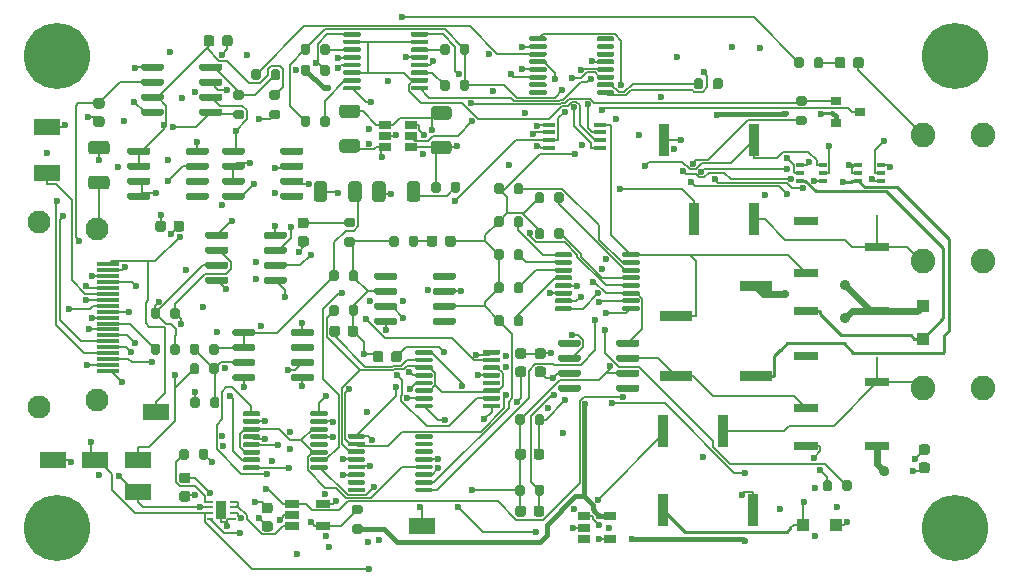
<source format=gtl>
G04 #@! TF.GenerationSoftware,KiCad,Pcbnew,(5.1.9-0-10_14)*
G04 #@! TF.CreationDate,2021-07-02T21:32:49-05:00*
G04 #@! TF.ProjectId,bath_clamp_v1,62617468-5f63-46c6-916d-705f76312e6b,rev?*
G04 #@! TF.SameCoordinates,Original*
G04 #@! TF.FileFunction,Copper,L1,Top*
G04 #@! TF.FilePolarity,Positive*
%FSLAX46Y46*%
G04 Gerber Fmt 4.6, Leading zero omitted, Abs format (unit mm)*
G04 Created by KiCad (PCBNEW (5.1.9-0-10_14)) date 2021-07-02 21:32:49*
%MOMM*%
%LPD*%
G01*
G04 APERTURE LIST*
G04 #@! TA.AperFunction,ComponentPad*
%ADD10C,1.950000*%
G04 #@! TD*
G04 #@! TA.AperFunction,SMDPad,CuDef*
%ADD11R,1.900000X0.300000*%
G04 #@! TD*
G04 #@! TA.AperFunction,ComponentPad*
%ADD12C,2.082800*%
G04 #@! TD*
G04 #@! TA.AperFunction,SMDPad,CuDef*
%ADD13R,2.200000X1.450000*%
G04 #@! TD*
G04 #@! TA.AperFunction,SMDPad,CuDef*
%ADD14R,0.500000X0.250000*%
G04 #@! TD*
G04 #@! TA.AperFunction,SMDPad,CuDef*
%ADD15R,0.900000X1.600000*%
G04 #@! TD*
G04 #@! TA.AperFunction,SMDPad,CuDef*
%ADD16R,0.812800X2.667000*%
G04 #@! TD*
G04 #@! TA.AperFunction,SMDPad,CuDef*
%ADD17R,1.100000X1.100000*%
G04 #@! TD*
G04 #@! TA.AperFunction,SMDPad,CuDef*
%ADD18R,1.060000X0.650000*%
G04 #@! TD*
G04 #@! TA.AperFunction,SMDPad,CuDef*
%ADD19R,0.650000X0.400000*%
G04 #@! TD*
G04 #@! TA.AperFunction,ComponentPad*
%ADD20C,5.600000*%
G04 #@! TD*
G04 #@! TA.AperFunction,ComponentPad*
%ADD21C,5.599999*%
G04 #@! TD*
G04 #@! TA.AperFunction,SMDPad,CuDef*
%ADD22R,1.220000X0.650000*%
G04 #@! TD*
G04 #@! TA.AperFunction,SMDPad,CuDef*
%ADD23R,2.667000X0.812800*%
G04 #@! TD*
G04 #@! TA.AperFunction,SMDPad,CuDef*
%ADD24R,1.100000X0.400000*%
G04 #@! TD*
G04 #@! TA.AperFunction,SMDPad,CuDef*
%ADD25R,2.000000X0.700000*%
G04 #@! TD*
G04 #@! TA.AperFunction,SMDPad,CuDef*
%ADD26R,0.900000X0.800000*%
G04 #@! TD*
G04 #@! TA.AperFunction,ViaPad*
%ADD27C,0.600000*%
G04 #@! TD*
G04 #@! TA.AperFunction,ViaPad*
%ADD28C,0.700000*%
G04 #@! TD*
G04 #@! TA.AperFunction,ViaPad*
%ADD29C,0.889000*%
G04 #@! TD*
G04 #@! TA.AperFunction,Conductor*
%ADD30C,0.127000*%
G04 #@! TD*
G04 #@! TA.AperFunction,Conductor*
%ADD31C,0.600000*%
G04 #@! TD*
G04 #@! TA.AperFunction,Conductor*
%ADD32C,0.250000*%
G04 #@! TD*
G04 #@! TA.AperFunction,Conductor*
%ADD33C,0.152400*%
G04 #@! TD*
G04 #@! TA.AperFunction,Conductor*
%ADD34C,0.400000*%
G04 #@! TD*
G04 APERTURE END LIST*
G04 #@! TA.AperFunction,SMDPad,CuDef*
G36*
G01*
X8168401Y35647200D02*
X6868399Y35647200D01*
G75*
G02*
X6618400Y35897199I0J249999D01*
G01*
X6618400Y36547201D01*
G75*
G02*
X6868399Y36797200I249999J0D01*
G01*
X8168401Y36797200D01*
G75*
G02*
X8418400Y36547201I0J-249999D01*
G01*
X8418400Y35897199D01*
G75*
G02*
X8168401Y35647200I-249999J0D01*
G01*
G37*
G04 #@! TD.AperFunction*
G04 #@! TA.AperFunction,SMDPad,CuDef*
G36*
G01*
X8168401Y32697200D02*
X6868399Y32697200D01*
G75*
G02*
X6618400Y32947199I0J249999D01*
G01*
X6618400Y33597201D01*
G75*
G02*
X6868399Y33847200I249999J0D01*
G01*
X8168401Y33847200D01*
G75*
G02*
X8418400Y33597201I0J-249999D01*
G01*
X8418400Y32947199D01*
G75*
G02*
X8168401Y32697200I-249999J0D01*
G01*
G37*
G04 #@! TD.AperFunction*
G04 #@! TA.AperFunction,SMDPad,CuDef*
G36*
G01*
X17289900Y45525500D02*
X17289900Y45025500D01*
G75*
G02*
X17064900Y44800500I-225000J0D01*
G01*
X16614900Y44800500D01*
G75*
G02*
X16389900Y45025500I0J225000D01*
G01*
X16389900Y45525500D01*
G75*
G02*
X16614900Y45750500I225000J0D01*
G01*
X17064900Y45750500D01*
G75*
G02*
X17289900Y45525500I0J-225000D01*
G01*
G37*
G04 #@! TD.AperFunction*
G04 #@! TA.AperFunction,SMDPad,CuDef*
G36*
G01*
X18839900Y45525500D02*
X18839900Y45025500D01*
G75*
G02*
X18614900Y44800500I-225000J0D01*
G01*
X18164900Y44800500D01*
G75*
G02*
X17939900Y45025500I0J225000D01*
G01*
X17939900Y45525500D01*
G75*
G02*
X18164900Y45750500I225000J0D01*
G01*
X18614900Y45750500D01*
G75*
G02*
X18839900Y45525500I0J-225000D01*
G01*
G37*
G04 #@! TD.AperFunction*
G04 #@! TA.AperFunction,SMDPad,CuDef*
G36*
G01*
X7768400Y39529900D02*
X7268400Y39529900D01*
G75*
G02*
X7043400Y39754900I0J225000D01*
G01*
X7043400Y40204900D01*
G75*
G02*
X7268400Y40429900I225000J0D01*
G01*
X7768400Y40429900D01*
G75*
G02*
X7993400Y40204900I0J-225000D01*
G01*
X7993400Y39754900D01*
G75*
G02*
X7768400Y39529900I-225000J0D01*
G01*
G37*
G04 #@! TD.AperFunction*
G04 #@! TA.AperFunction,SMDPad,CuDef*
G36*
G01*
X7768400Y37979900D02*
X7268400Y37979900D01*
G75*
G02*
X7043400Y38204900I0J225000D01*
G01*
X7043400Y38654900D01*
G75*
G02*
X7268400Y38879900I225000J0D01*
G01*
X7768400Y38879900D01*
G75*
G02*
X7993400Y38654900I0J-225000D01*
G01*
X7993400Y38204900D01*
G75*
G02*
X7768400Y37979900I-225000J0D01*
G01*
G37*
G04 #@! TD.AperFunction*
G04 #@! TA.AperFunction,SMDPad,CuDef*
G36*
G01*
X43480800Y18346300D02*
X42980800Y18346300D01*
G75*
G02*
X42755800Y18571300I0J225000D01*
G01*
X42755800Y19021300D01*
G75*
G02*
X42980800Y19246300I225000J0D01*
G01*
X43480800Y19246300D01*
G75*
G02*
X43705800Y19021300I0J-225000D01*
G01*
X43705800Y18571300D01*
G75*
G02*
X43480800Y18346300I-225000J0D01*
G01*
G37*
G04 #@! TD.AperFunction*
G04 #@! TA.AperFunction,SMDPad,CuDef*
G36*
G01*
X43480800Y16796300D02*
X42980800Y16796300D01*
G75*
G02*
X42755800Y17021300I0J225000D01*
G01*
X42755800Y17471300D01*
G75*
G02*
X42980800Y17696300I225000J0D01*
G01*
X43480800Y17696300D01*
G75*
G02*
X43705800Y17471300I0J-225000D01*
G01*
X43705800Y17021300D01*
G75*
G02*
X43480800Y16796300I-225000J0D01*
G01*
G37*
G04 #@! TD.AperFunction*
G04 #@! TA.AperFunction,SMDPad,CuDef*
G36*
G01*
X44631800Y17696300D02*
X45131800Y17696300D01*
G75*
G02*
X45356800Y17471300I0J-225000D01*
G01*
X45356800Y17021300D01*
G75*
G02*
X45131800Y16796300I-225000J0D01*
G01*
X44631800Y16796300D01*
G75*
G02*
X44406800Y17021300I0J225000D01*
G01*
X44406800Y17471300D01*
G75*
G02*
X44631800Y17696300I225000J0D01*
G01*
G37*
G04 #@! TD.AperFunction*
G04 #@! TA.AperFunction,SMDPad,CuDef*
G36*
G01*
X44631800Y19246300D02*
X45131800Y19246300D01*
G75*
G02*
X45356800Y19021300I0J-225000D01*
G01*
X45356800Y18571300D01*
G75*
G02*
X45131800Y18346300I-225000J0D01*
G01*
X44631800Y18346300D01*
G75*
G02*
X44406800Y18571300I0J225000D01*
G01*
X44406800Y19021300D01*
G75*
G02*
X44631800Y19246300I225000J0D01*
G01*
G37*
G04 #@! TD.AperFunction*
G04 #@! TA.AperFunction,SMDPad,CuDef*
G36*
G01*
X77143800Y9568300D02*
X77643800Y9568300D01*
G75*
G02*
X77868800Y9343300I0J-225000D01*
G01*
X77868800Y8893300D01*
G75*
G02*
X77643800Y8668300I-225000J0D01*
G01*
X77143800Y8668300D01*
G75*
G02*
X76918800Y8893300I0J225000D01*
G01*
X76918800Y9343300D01*
G75*
G02*
X77143800Y9568300I225000J0D01*
G01*
G37*
G04 #@! TD.AperFunction*
G04 #@! TA.AperFunction,SMDPad,CuDef*
G36*
G01*
X77143800Y11118300D02*
X77643800Y11118300D01*
G75*
G02*
X77868800Y10893300I0J-225000D01*
G01*
X77868800Y10443300D01*
G75*
G02*
X77643800Y10218300I-225000J0D01*
G01*
X77143800Y10218300D01*
G75*
G02*
X76918800Y10443300I0J225000D01*
G01*
X76918800Y10893300D01*
G75*
G02*
X77143800Y11118300I225000J0D01*
G01*
G37*
G04 #@! TD.AperFunction*
G04 #@! TA.AperFunction,SMDPad,CuDef*
G36*
G01*
X13187800Y29828300D02*
X13187800Y29328300D01*
G75*
G02*
X12962800Y29103300I-225000J0D01*
G01*
X12512800Y29103300D01*
G75*
G02*
X12287800Y29328300I0J225000D01*
G01*
X12287800Y29828300D01*
G75*
G02*
X12512800Y30053300I225000J0D01*
G01*
X12962800Y30053300D01*
G75*
G02*
X13187800Y29828300I0J-225000D01*
G01*
G37*
G04 #@! TD.AperFunction*
G04 #@! TA.AperFunction,SMDPad,CuDef*
G36*
G01*
X14737800Y29828300D02*
X14737800Y29328300D01*
G75*
G02*
X14512800Y29103300I-225000J0D01*
G01*
X14062800Y29103300D01*
G75*
G02*
X13837800Y29328300I0J225000D01*
G01*
X13837800Y29828300D01*
G75*
G02*
X14062800Y30053300I225000J0D01*
G01*
X14512800Y30053300D01*
G75*
G02*
X14737800Y29828300I0J-225000D01*
G01*
G37*
G04 #@! TD.AperFunction*
D10*
X2468800Y29935300D03*
X2468800Y14235300D03*
X7368800Y14835300D03*
X7368800Y29335300D03*
D11*
X8318800Y26335300D03*
X8318800Y25835300D03*
X8318800Y25335300D03*
X8318800Y24835300D03*
X8318800Y24335300D03*
X8318800Y23835300D03*
X8318800Y23335300D03*
X8318800Y22835300D03*
X8318800Y22335300D03*
X8318800Y17335300D03*
X8318800Y17835300D03*
X8318800Y18335300D03*
X8318800Y18835300D03*
X8318800Y19335300D03*
X8318800Y19835300D03*
X8318800Y20335300D03*
X8318800Y20835300D03*
X8318800Y21335300D03*
X8318800Y21835300D03*
D12*
X82346800Y37325300D03*
X77266800Y37325300D03*
X82346800Y15862300D03*
X77266800Y15862300D03*
X82346800Y26593800D03*
X77266800Y26593800D03*
D13*
X7162800Y9766300D03*
X12369800Y13830300D03*
X10845800Y7099300D03*
X10845800Y9766300D03*
X3086100Y37934900D03*
X34848800Y4178300D03*
X3606800Y9766300D03*
X3124200Y34048700D03*
G04 #@! TA.AperFunction,SMDPad,CuDef*
G36*
G01*
X15969800Y9999300D02*
X15969800Y10549300D01*
G75*
G02*
X16169800Y10749300I200000J0D01*
G01*
X16569800Y10749300D01*
G75*
G02*
X16769800Y10549300I0J-200000D01*
G01*
X16769800Y9999300D01*
G75*
G02*
X16569800Y9799300I-200000J0D01*
G01*
X16169800Y9799300D01*
G75*
G02*
X15969800Y9999300I0J200000D01*
G01*
G37*
G04 #@! TD.AperFunction*
G04 #@! TA.AperFunction,SMDPad,CuDef*
G36*
G01*
X14319800Y9999300D02*
X14319800Y10549300D01*
G75*
G02*
X14519800Y10749300I200000J0D01*
G01*
X14919800Y10749300D01*
G75*
G02*
X15119800Y10549300I0J-200000D01*
G01*
X15119800Y9999300D01*
G75*
G02*
X14919800Y9799300I-200000J0D01*
G01*
X14519800Y9799300D01*
G75*
G02*
X14319800Y9999300I0J200000D01*
G01*
G37*
G04 #@! TD.AperFunction*
D14*
X16944300Y5261800D03*
X18844300Y5761800D03*
X18844300Y6261800D03*
D15*
X17894300Y5511800D03*
D14*
X16944300Y6261800D03*
X16944300Y5761800D03*
X16944300Y4761800D03*
X18844300Y4761800D03*
X18844300Y5261800D03*
G04 #@! TA.AperFunction,SMDPad,CuDef*
G36*
G01*
X22017800Y5265300D02*
X21517800Y5265300D01*
G75*
G02*
X21292800Y5490300I0J225000D01*
G01*
X21292800Y5940300D01*
G75*
G02*
X21517800Y6165300I225000J0D01*
G01*
X22017800Y6165300D01*
G75*
G02*
X22242800Y5940300I0J-225000D01*
G01*
X22242800Y5490300D01*
G75*
G02*
X22017800Y5265300I-225000J0D01*
G01*
G37*
G04 #@! TD.AperFunction*
G04 #@! TA.AperFunction,SMDPad,CuDef*
G36*
G01*
X22017800Y3715300D02*
X21517800Y3715300D01*
G75*
G02*
X21292800Y3940300I0J225000D01*
G01*
X21292800Y4390300D01*
G75*
G02*
X21517800Y4615300I225000J0D01*
G01*
X22017800Y4615300D01*
G75*
G02*
X22242800Y4390300I0J-225000D01*
G01*
X22242800Y3940300D01*
G75*
G02*
X22017800Y3715300I-225000J0D01*
G01*
G37*
G04 #@! TD.AperFunction*
G04 #@! TA.AperFunction,SMDPad,CuDef*
G36*
G01*
X15032800Y7805300D02*
X14532800Y7805300D01*
G75*
G02*
X14307800Y8030300I0J225000D01*
G01*
X14307800Y8480300D01*
G75*
G02*
X14532800Y8705300I225000J0D01*
G01*
X15032800Y8705300D01*
G75*
G02*
X15257800Y8480300I0J-225000D01*
G01*
X15257800Y8030300D01*
G75*
G02*
X15032800Y7805300I-225000J0D01*
G01*
G37*
G04 #@! TD.AperFunction*
G04 #@! TA.AperFunction,SMDPad,CuDef*
G36*
G01*
X15032800Y6255300D02*
X14532800Y6255300D01*
G75*
G02*
X14307800Y6480300I0J225000D01*
G01*
X14307800Y6930300D01*
G75*
G02*
X14532800Y7155300I225000J0D01*
G01*
X15032800Y7155300D01*
G75*
G02*
X15257800Y6930300I0J-225000D01*
G01*
X15257800Y6480300D01*
G75*
G02*
X15032800Y6255300I-225000J0D01*
G01*
G37*
G04 #@! TD.AperFunction*
D16*
X57938299Y30145299D03*
X63018299Y30145299D03*
X63018299Y36885301D03*
X55398299Y36885301D03*
G04 #@! TA.AperFunction,SMDPad,CuDef*
G36*
G01*
X28669800Y22191300D02*
X28669800Y22741300D01*
G75*
G02*
X28869800Y22941300I200000J0D01*
G01*
X29269800Y22941300D01*
G75*
G02*
X29469800Y22741300I0J-200000D01*
G01*
X29469800Y22191300D01*
G75*
G02*
X29269800Y21991300I-200000J0D01*
G01*
X28869800Y21991300D01*
G75*
G02*
X28669800Y22191300I0J200000D01*
G01*
G37*
G04 #@! TD.AperFunction*
G04 #@! TA.AperFunction,SMDPad,CuDef*
G36*
G01*
X27019800Y22191300D02*
X27019800Y22741300D01*
G75*
G02*
X27219800Y22941300I200000J0D01*
G01*
X27619800Y22941300D01*
G75*
G02*
X27819800Y22741300I0J-200000D01*
G01*
X27819800Y22191300D01*
G75*
G02*
X27619800Y21991300I-200000J0D01*
G01*
X27219800Y21991300D01*
G75*
G02*
X27019800Y22191300I0J200000D01*
G01*
G37*
G04 #@! TD.AperFunction*
G04 #@! TA.AperFunction,SMDPad,CuDef*
G36*
G01*
X13556800Y21937300D02*
X13556800Y22487300D01*
G75*
G02*
X13756800Y22687300I200000J0D01*
G01*
X14156800Y22687300D01*
G75*
G02*
X14356800Y22487300I0J-200000D01*
G01*
X14356800Y21937300D01*
G75*
G02*
X14156800Y21737300I-200000J0D01*
G01*
X13756800Y21737300D01*
G75*
G02*
X13556800Y21937300I0J200000D01*
G01*
G37*
G04 #@! TD.AperFunction*
G04 #@! TA.AperFunction,SMDPad,CuDef*
G36*
G01*
X11906800Y21937300D02*
X11906800Y22487300D01*
G75*
G02*
X12106800Y22687300I200000J0D01*
G01*
X12506800Y22687300D01*
G75*
G02*
X12706800Y22487300I0J-200000D01*
G01*
X12706800Y21937300D01*
G75*
G02*
X12506800Y21737300I-200000J0D01*
G01*
X12106800Y21737300D01*
G75*
G02*
X11906800Y21937300I0J200000D01*
G01*
G37*
G04 #@! TD.AperFunction*
G04 #@! TA.AperFunction,SMDPad,CuDef*
G36*
G01*
X28669800Y25112300D02*
X28669800Y25662300D01*
G75*
G02*
X28869800Y25862300I200000J0D01*
G01*
X29269800Y25862300D01*
G75*
G02*
X29469800Y25662300I0J-200000D01*
G01*
X29469800Y25112300D01*
G75*
G02*
X29269800Y24912300I-200000J0D01*
G01*
X28869800Y24912300D01*
G75*
G02*
X28669800Y25112300I0J200000D01*
G01*
G37*
G04 #@! TD.AperFunction*
G04 #@! TA.AperFunction,SMDPad,CuDef*
G36*
G01*
X27019800Y25112300D02*
X27019800Y25662300D01*
G75*
G02*
X27219800Y25862300I200000J0D01*
G01*
X27619800Y25862300D01*
G75*
G02*
X27819800Y25662300I0J-200000D01*
G01*
X27819800Y25112300D01*
G75*
G02*
X27619800Y24912300I-200000J0D01*
G01*
X27219800Y24912300D01*
G75*
G02*
X27019800Y25112300I0J200000D01*
G01*
G37*
G04 #@! TD.AperFunction*
G04 #@! TA.AperFunction,SMDPad,CuDef*
G36*
G01*
X13556800Y18889300D02*
X13556800Y19439300D01*
G75*
G02*
X13756800Y19639300I200000J0D01*
G01*
X14156800Y19639300D01*
G75*
G02*
X14356800Y19439300I0J-200000D01*
G01*
X14356800Y18889300D01*
G75*
G02*
X14156800Y18689300I-200000J0D01*
G01*
X13756800Y18689300D01*
G75*
G02*
X13556800Y18889300I0J200000D01*
G01*
G37*
G04 #@! TD.AperFunction*
G04 #@! TA.AperFunction,SMDPad,CuDef*
G36*
G01*
X11906800Y18889300D02*
X11906800Y19439300D01*
G75*
G02*
X12106800Y19639300I200000J0D01*
G01*
X12506800Y19639300D01*
G75*
G02*
X12706800Y19439300I0J-200000D01*
G01*
X12706800Y18889300D01*
G75*
G02*
X12506800Y18689300I-200000J0D01*
G01*
X12106800Y18689300D01*
G75*
G02*
X11906800Y18889300I0J200000D01*
G01*
G37*
G04 #@! TD.AperFunction*
G04 #@! TA.AperFunction,SMDPad,CuDef*
G36*
G01*
X67189800Y43696300D02*
X67189800Y43146300D01*
G75*
G02*
X66989800Y42946300I-200000J0D01*
G01*
X66589800Y42946300D01*
G75*
G02*
X66389800Y43146300I0J200000D01*
G01*
X66389800Y43696300D01*
G75*
G02*
X66589800Y43896300I200000J0D01*
G01*
X66989800Y43896300D01*
G75*
G02*
X67189800Y43696300I0J-200000D01*
G01*
G37*
G04 #@! TD.AperFunction*
G04 #@! TA.AperFunction,SMDPad,CuDef*
G36*
G01*
X68839800Y43696300D02*
X68839800Y43146300D01*
G75*
G02*
X68639800Y42946300I-200000J0D01*
G01*
X68239800Y42946300D01*
G75*
G02*
X68039800Y43146300I0J200000D01*
G01*
X68039800Y43696300D01*
G75*
G02*
X68239800Y43896300I200000J0D01*
G01*
X68639800Y43896300D01*
G75*
G02*
X68839800Y43696300I0J-200000D01*
G01*
G37*
G04 #@! TD.AperFunction*
G04 #@! TA.AperFunction,SMDPad,CuDef*
G36*
G01*
X69602800Y7882300D02*
X69602800Y7332300D01*
G75*
G02*
X69402800Y7132300I-200000J0D01*
G01*
X69002800Y7132300D01*
G75*
G02*
X68802800Y7332300I0J200000D01*
G01*
X68802800Y7882300D01*
G75*
G02*
X69002800Y8082300I200000J0D01*
G01*
X69402800Y8082300D01*
G75*
G02*
X69602800Y7882300I0J-200000D01*
G01*
G37*
G04 #@! TD.AperFunction*
G04 #@! TA.AperFunction,SMDPad,CuDef*
G36*
G01*
X71252800Y7882300D02*
X71252800Y7332300D01*
G75*
G02*
X71052800Y7132300I-200000J0D01*
G01*
X70652800Y7132300D01*
G75*
G02*
X70452800Y7332300I0J200000D01*
G01*
X70452800Y7882300D01*
G75*
G02*
X70652800Y8082300I200000J0D01*
G01*
X71052800Y8082300D01*
G75*
G02*
X71252800Y7882300I0J-200000D01*
G01*
G37*
G04 #@! TD.AperFunction*
G04 #@! TA.AperFunction,SMDPad,CuDef*
G36*
G01*
X42639800Y29684300D02*
X42639800Y30234300D01*
G75*
G02*
X42839800Y30434300I200000J0D01*
G01*
X43239800Y30434300D01*
G75*
G02*
X43439800Y30234300I0J-200000D01*
G01*
X43439800Y29684300D01*
G75*
G02*
X43239800Y29484300I-200000J0D01*
G01*
X42839800Y29484300D01*
G75*
G02*
X42639800Y29684300I0J200000D01*
G01*
G37*
G04 #@! TD.AperFunction*
G04 #@! TA.AperFunction,SMDPad,CuDef*
G36*
G01*
X40989800Y29684300D02*
X40989800Y30234300D01*
G75*
G02*
X41189800Y30434300I200000J0D01*
G01*
X41589800Y30434300D01*
G75*
G02*
X41789800Y30234300I0J-200000D01*
G01*
X41789800Y29684300D01*
G75*
G02*
X41589800Y29484300I-200000J0D01*
G01*
X41189800Y29484300D01*
G75*
G02*
X40989800Y29684300I0J200000D01*
G01*
G37*
G04 #@! TD.AperFunction*
G04 #@! TA.AperFunction,SMDPad,CuDef*
G36*
G01*
X42639800Y26890300D02*
X42639800Y27440300D01*
G75*
G02*
X42839800Y27640300I200000J0D01*
G01*
X43239800Y27640300D01*
G75*
G02*
X43439800Y27440300I0J-200000D01*
G01*
X43439800Y26890300D01*
G75*
G02*
X43239800Y26690300I-200000J0D01*
G01*
X42839800Y26690300D01*
G75*
G02*
X42639800Y26890300I0J200000D01*
G01*
G37*
G04 #@! TD.AperFunction*
G04 #@! TA.AperFunction,SMDPad,CuDef*
G36*
G01*
X40989800Y26890300D02*
X40989800Y27440300D01*
G75*
G02*
X41189800Y27640300I200000J0D01*
G01*
X41589800Y27640300D01*
G75*
G02*
X41789800Y27440300I0J-200000D01*
G01*
X41789800Y26890300D01*
G75*
G02*
X41589800Y26690300I-200000J0D01*
G01*
X41189800Y26690300D01*
G75*
G02*
X40989800Y26890300I0J200000D01*
G01*
G37*
G04 #@! TD.AperFunction*
G04 #@! TA.AperFunction,SMDPad,CuDef*
G36*
G01*
X42639800Y24096300D02*
X42639800Y24646300D01*
G75*
G02*
X42839800Y24846300I200000J0D01*
G01*
X43239800Y24846300D01*
G75*
G02*
X43439800Y24646300I0J-200000D01*
G01*
X43439800Y24096300D01*
G75*
G02*
X43239800Y23896300I-200000J0D01*
G01*
X42839800Y23896300D01*
G75*
G02*
X42639800Y24096300I0J200000D01*
G01*
G37*
G04 #@! TD.AperFunction*
G04 #@! TA.AperFunction,SMDPad,CuDef*
G36*
G01*
X40989800Y24096300D02*
X40989800Y24646300D01*
G75*
G02*
X41189800Y24846300I200000J0D01*
G01*
X41589800Y24846300D01*
G75*
G02*
X41789800Y24646300I0J-200000D01*
G01*
X41789800Y24096300D01*
G75*
G02*
X41589800Y23896300I-200000J0D01*
G01*
X41189800Y23896300D01*
G75*
G02*
X40989800Y24096300I0J200000D01*
G01*
G37*
G04 #@! TD.AperFunction*
G04 #@! TA.AperFunction,SMDPad,CuDef*
G36*
G01*
X42639800Y21302300D02*
X42639800Y21852300D01*
G75*
G02*
X42839800Y22052300I200000J0D01*
G01*
X43239800Y22052300D01*
G75*
G02*
X43439800Y21852300I0J-200000D01*
G01*
X43439800Y21302300D01*
G75*
G02*
X43239800Y21102300I-200000J0D01*
G01*
X42839800Y21102300D01*
G75*
G02*
X42639800Y21302300I0J200000D01*
G01*
G37*
G04 #@! TD.AperFunction*
G04 #@! TA.AperFunction,SMDPad,CuDef*
G36*
G01*
X40989800Y21302300D02*
X40989800Y21852300D01*
G75*
G02*
X41189800Y22052300I200000J0D01*
G01*
X41589800Y22052300D01*
G75*
G02*
X41789800Y21852300I0J-200000D01*
G01*
X41789800Y21302300D01*
G75*
G02*
X41589800Y21102300I-200000J0D01*
G01*
X41189800Y21102300D01*
G75*
G02*
X40989800Y21302300I0J200000D01*
G01*
G37*
G04 #@! TD.AperFunction*
G04 #@! TA.AperFunction,SMDPad,CuDef*
G36*
G01*
X42639800Y32478300D02*
X42639800Y33028300D01*
G75*
G02*
X42839800Y33228300I200000J0D01*
G01*
X43239800Y33228300D01*
G75*
G02*
X43439800Y33028300I0J-200000D01*
G01*
X43439800Y32478300D01*
G75*
G02*
X43239800Y32278300I-200000J0D01*
G01*
X42839800Y32278300D01*
G75*
G02*
X42639800Y32478300I0J200000D01*
G01*
G37*
G04 #@! TD.AperFunction*
G04 #@! TA.AperFunction,SMDPad,CuDef*
G36*
G01*
X40989800Y32478300D02*
X40989800Y33028300D01*
G75*
G02*
X41189800Y33228300I200000J0D01*
G01*
X41589800Y33228300D01*
G75*
G02*
X41789800Y33028300I0J-200000D01*
G01*
X41789800Y32478300D01*
G75*
G02*
X41589800Y32278300I-200000J0D01*
G01*
X41189800Y32278300D01*
G75*
G02*
X40989800Y32478300I0J200000D01*
G01*
G37*
G04 #@! TD.AperFunction*
G04 #@! TA.AperFunction,SMDPad,CuDef*
G36*
G01*
X46068800Y31716300D02*
X46068800Y32266300D01*
G75*
G02*
X46268800Y32466300I200000J0D01*
G01*
X46668800Y32466300D01*
G75*
G02*
X46868800Y32266300I0J-200000D01*
G01*
X46868800Y31716300D01*
G75*
G02*
X46668800Y31516300I-200000J0D01*
G01*
X46268800Y31516300D01*
G75*
G02*
X46068800Y31716300I0J200000D01*
G01*
G37*
G04 #@! TD.AperFunction*
G04 #@! TA.AperFunction,SMDPad,CuDef*
G36*
G01*
X44418800Y31716300D02*
X44418800Y32266300D01*
G75*
G02*
X44618800Y32466300I200000J0D01*
G01*
X45018800Y32466300D01*
G75*
G02*
X45218800Y32266300I0J-200000D01*
G01*
X45218800Y31716300D01*
G75*
G02*
X45018800Y31516300I-200000J0D01*
G01*
X44618800Y31516300D01*
G75*
G02*
X44418800Y31716300I0J200000D01*
G01*
G37*
G04 #@! TD.AperFunction*
G04 #@! TA.AperFunction,SMDPad,CuDef*
G36*
G01*
X46068800Y28668300D02*
X46068800Y29218300D01*
G75*
G02*
X46268800Y29418300I200000J0D01*
G01*
X46668800Y29418300D01*
G75*
G02*
X46868800Y29218300I0J-200000D01*
G01*
X46868800Y28668300D01*
G75*
G02*
X46668800Y28468300I-200000J0D01*
G01*
X46268800Y28468300D01*
G75*
G02*
X46068800Y28668300I0J200000D01*
G01*
G37*
G04 #@! TD.AperFunction*
G04 #@! TA.AperFunction,SMDPad,CuDef*
G36*
G01*
X44418800Y28668300D02*
X44418800Y29218300D01*
G75*
G02*
X44618800Y29418300I200000J0D01*
G01*
X45018800Y29418300D01*
G75*
G02*
X45218800Y29218300I0J-200000D01*
G01*
X45218800Y28668300D01*
G75*
G02*
X45018800Y28468300I-200000J0D01*
G01*
X44618800Y28468300D01*
G75*
G02*
X44418800Y28668300I0J200000D01*
G01*
G37*
G04 #@! TD.AperFunction*
D17*
X67103800Y4305300D03*
X69903800Y4305300D03*
X77266800Y20050300D03*
X77266800Y22850300D03*
G04 #@! TA.AperFunction,SMDPad,CuDef*
G36*
G01*
X23775800Y20411300D02*
X23775800Y20711300D01*
G75*
G02*
X23925800Y20861300I150000J0D01*
G01*
X25575800Y20861300D01*
G75*
G02*
X25725800Y20711300I0J-150000D01*
G01*
X25725800Y20411300D01*
G75*
G02*
X25575800Y20261300I-150000J0D01*
G01*
X23925800Y20261300D01*
G75*
G02*
X23775800Y20411300I0J150000D01*
G01*
G37*
G04 #@! TD.AperFunction*
G04 #@! TA.AperFunction,SMDPad,CuDef*
G36*
G01*
X23775800Y19141300D02*
X23775800Y19441300D01*
G75*
G02*
X23925800Y19591300I150000J0D01*
G01*
X25575800Y19591300D01*
G75*
G02*
X25725800Y19441300I0J-150000D01*
G01*
X25725800Y19141300D01*
G75*
G02*
X25575800Y18991300I-150000J0D01*
G01*
X23925800Y18991300D01*
G75*
G02*
X23775800Y19141300I0J150000D01*
G01*
G37*
G04 #@! TD.AperFunction*
G04 #@! TA.AperFunction,SMDPad,CuDef*
G36*
G01*
X23775800Y17871300D02*
X23775800Y18171300D01*
G75*
G02*
X23925800Y18321300I150000J0D01*
G01*
X25575800Y18321300D01*
G75*
G02*
X25725800Y18171300I0J-150000D01*
G01*
X25725800Y17871300D01*
G75*
G02*
X25575800Y17721300I-150000J0D01*
G01*
X23925800Y17721300D01*
G75*
G02*
X23775800Y17871300I0J150000D01*
G01*
G37*
G04 #@! TD.AperFunction*
G04 #@! TA.AperFunction,SMDPad,CuDef*
G36*
G01*
X23775800Y16601300D02*
X23775800Y16901300D01*
G75*
G02*
X23925800Y17051300I150000J0D01*
G01*
X25575800Y17051300D01*
G75*
G02*
X25725800Y16901300I0J-150000D01*
G01*
X25725800Y16601300D01*
G75*
G02*
X25575800Y16451300I-150000J0D01*
G01*
X23925800Y16451300D01*
G75*
G02*
X23775800Y16601300I0J150000D01*
G01*
G37*
G04 #@! TD.AperFunction*
G04 #@! TA.AperFunction,SMDPad,CuDef*
G36*
G01*
X18825800Y16601300D02*
X18825800Y16901300D01*
G75*
G02*
X18975800Y17051300I150000J0D01*
G01*
X20625800Y17051300D01*
G75*
G02*
X20775800Y16901300I0J-150000D01*
G01*
X20775800Y16601300D01*
G75*
G02*
X20625800Y16451300I-150000J0D01*
G01*
X18975800Y16451300D01*
G75*
G02*
X18825800Y16601300I0J150000D01*
G01*
G37*
G04 #@! TD.AperFunction*
G04 #@! TA.AperFunction,SMDPad,CuDef*
G36*
G01*
X18825800Y17871300D02*
X18825800Y18171300D01*
G75*
G02*
X18975800Y18321300I150000J0D01*
G01*
X20625800Y18321300D01*
G75*
G02*
X20775800Y18171300I0J-150000D01*
G01*
X20775800Y17871300D01*
G75*
G02*
X20625800Y17721300I-150000J0D01*
G01*
X18975800Y17721300D01*
G75*
G02*
X18825800Y17871300I0J150000D01*
G01*
G37*
G04 #@! TD.AperFunction*
G04 #@! TA.AperFunction,SMDPad,CuDef*
G36*
G01*
X18825800Y19141300D02*
X18825800Y19441300D01*
G75*
G02*
X18975800Y19591300I150000J0D01*
G01*
X20625800Y19591300D01*
G75*
G02*
X20775800Y19441300I0J-150000D01*
G01*
X20775800Y19141300D01*
G75*
G02*
X20625800Y18991300I-150000J0D01*
G01*
X18975800Y18991300D01*
G75*
G02*
X18825800Y19141300I0J150000D01*
G01*
G37*
G04 #@! TD.AperFunction*
G04 #@! TA.AperFunction,SMDPad,CuDef*
G36*
G01*
X18825800Y20411300D02*
X18825800Y20711300D01*
G75*
G02*
X18975800Y20861300I150000J0D01*
G01*
X20625800Y20861300D01*
G75*
G02*
X20775800Y20711300I0J-150000D01*
G01*
X20775800Y20411300D01*
G75*
G02*
X20625800Y20261300I-150000J0D01*
G01*
X18975800Y20261300D01*
G75*
G02*
X18825800Y20411300I0J150000D01*
G01*
G37*
G04 #@! TD.AperFunction*
G04 #@! TA.AperFunction,SMDPad,CuDef*
G36*
G01*
X16028800Y42890300D02*
X16028800Y43190300D01*
G75*
G02*
X16178800Y43340300I150000J0D01*
G01*
X17828800Y43340300D01*
G75*
G02*
X17978800Y43190300I0J-150000D01*
G01*
X17978800Y42890300D01*
G75*
G02*
X17828800Y42740300I-150000J0D01*
G01*
X16178800Y42740300D01*
G75*
G02*
X16028800Y42890300I0J150000D01*
G01*
G37*
G04 #@! TD.AperFunction*
G04 #@! TA.AperFunction,SMDPad,CuDef*
G36*
G01*
X16028800Y41620300D02*
X16028800Y41920300D01*
G75*
G02*
X16178800Y42070300I150000J0D01*
G01*
X17828800Y42070300D01*
G75*
G02*
X17978800Y41920300I0J-150000D01*
G01*
X17978800Y41620300D01*
G75*
G02*
X17828800Y41470300I-150000J0D01*
G01*
X16178800Y41470300D01*
G75*
G02*
X16028800Y41620300I0J150000D01*
G01*
G37*
G04 #@! TD.AperFunction*
G04 #@! TA.AperFunction,SMDPad,CuDef*
G36*
G01*
X16028800Y40350300D02*
X16028800Y40650300D01*
G75*
G02*
X16178800Y40800300I150000J0D01*
G01*
X17828800Y40800300D01*
G75*
G02*
X17978800Y40650300I0J-150000D01*
G01*
X17978800Y40350300D01*
G75*
G02*
X17828800Y40200300I-150000J0D01*
G01*
X16178800Y40200300D01*
G75*
G02*
X16028800Y40350300I0J150000D01*
G01*
G37*
G04 #@! TD.AperFunction*
G04 #@! TA.AperFunction,SMDPad,CuDef*
G36*
G01*
X16028800Y39080300D02*
X16028800Y39380300D01*
G75*
G02*
X16178800Y39530300I150000J0D01*
G01*
X17828800Y39530300D01*
G75*
G02*
X17978800Y39380300I0J-150000D01*
G01*
X17978800Y39080300D01*
G75*
G02*
X17828800Y38930300I-150000J0D01*
G01*
X16178800Y38930300D01*
G75*
G02*
X16028800Y39080300I0J150000D01*
G01*
G37*
G04 #@! TD.AperFunction*
G04 #@! TA.AperFunction,SMDPad,CuDef*
G36*
G01*
X11078800Y39080300D02*
X11078800Y39380300D01*
G75*
G02*
X11228800Y39530300I150000J0D01*
G01*
X12878800Y39530300D01*
G75*
G02*
X13028800Y39380300I0J-150000D01*
G01*
X13028800Y39080300D01*
G75*
G02*
X12878800Y38930300I-150000J0D01*
G01*
X11228800Y38930300D01*
G75*
G02*
X11078800Y39080300I0J150000D01*
G01*
G37*
G04 #@! TD.AperFunction*
G04 #@! TA.AperFunction,SMDPad,CuDef*
G36*
G01*
X11078800Y40350300D02*
X11078800Y40650300D01*
G75*
G02*
X11228800Y40800300I150000J0D01*
G01*
X12878800Y40800300D01*
G75*
G02*
X13028800Y40650300I0J-150000D01*
G01*
X13028800Y40350300D01*
G75*
G02*
X12878800Y40200300I-150000J0D01*
G01*
X11228800Y40200300D01*
G75*
G02*
X11078800Y40350300I0J150000D01*
G01*
G37*
G04 #@! TD.AperFunction*
G04 #@! TA.AperFunction,SMDPad,CuDef*
G36*
G01*
X11078800Y41620300D02*
X11078800Y41920300D01*
G75*
G02*
X11228800Y42070300I150000J0D01*
G01*
X12878800Y42070300D01*
G75*
G02*
X13028800Y41920300I0J-150000D01*
G01*
X13028800Y41620300D01*
G75*
G02*
X12878800Y41470300I-150000J0D01*
G01*
X11228800Y41470300D01*
G75*
G02*
X11078800Y41620300I0J150000D01*
G01*
G37*
G04 #@! TD.AperFunction*
G04 #@! TA.AperFunction,SMDPad,CuDef*
G36*
G01*
X11078800Y42890300D02*
X11078800Y43190300D01*
G75*
G02*
X11228800Y43340300I150000J0D01*
G01*
X12878800Y43340300D01*
G75*
G02*
X13028800Y43190300I0J-150000D01*
G01*
X13028800Y42890300D01*
G75*
G02*
X12878800Y42740300I-150000J0D01*
G01*
X11228800Y42740300D01*
G75*
G02*
X11078800Y42890300I0J150000D01*
G01*
G37*
G04 #@! TD.AperFunction*
G04 #@! TA.AperFunction,SMDPad,CuDef*
G36*
G01*
X29027800Y29495300D02*
X28477800Y29495300D01*
G75*
G02*
X28277800Y29695300I0J200000D01*
G01*
X28277800Y30095300D01*
G75*
G02*
X28477800Y30295300I200000J0D01*
G01*
X29027800Y30295300D01*
G75*
G02*
X29227800Y30095300I0J-200000D01*
G01*
X29227800Y29695300D01*
G75*
G02*
X29027800Y29495300I-200000J0D01*
G01*
G37*
G04 #@! TD.AperFunction*
G04 #@! TA.AperFunction,SMDPad,CuDef*
G36*
G01*
X29027800Y27845300D02*
X28477800Y27845300D01*
G75*
G02*
X28277800Y28045300I0J200000D01*
G01*
X28277800Y28445300D01*
G75*
G02*
X28477800Y28645300I200000J0D01*
G01*
X29027800Y28645300D01*
G75*
G02*
X29227800Y28445300I0J-200000D01*
G01*
X29227800Y28045300D01*
G75*
G02*
X29027800Y27845300I-200000J0D01*
G01*
G37*
G04 #@! TD.AperFunction*
G04 #@! TA.AperFunction,SMDPad,CuDef*
G36*
G01*
X16008800Y19439300D02*
X16008800Y18889300D01*
G75*
G02*
X15808800Y18689300I-200000J0D01*
G01*
X15408800Y18689300D01*
G75*
G02*
X15208800Y18889300I0J200000D01*
G01*
X15208800Y19439300D01*
G75*
G02*
X15408800Y19639300I200000J0D01*
G01*
X15808800Y19639300D01*
G75*
G02*
X16008800Y19439300I0J-200000D01*
G01*
G37*
G04 #@! TD.AperFunction*
G04 #@! TA.AperFunction,SMDPad,CuDef*
G36*
G01*
X17658800Y19439300D02*
X17658800Y18889300D01*
G75*
G02*
X17458800Y18689300I-200000J0D01*
G01*
X17058800Y18689300D01*
G75*
G02*
X16858800Y18889300I0J200000D01*
G01*
X16858800Y19439300D01*
G75*
G02*
X17058800Y19639300I200000J0D01*
G01*
X17458800Y19639300D01*
G75*
G02*
X17658800Y19439300I0J-200000D01*
G01*
G37*
G04 #@! TD.AperFunction*
G04 #@! TA.AperFunction,SMDPad,CuDef*
G36*
G01*
X33749800Y28033300D02*
X33749800Y28583300D01*
G75*
G02*
X33949800Y28783300I200000J0D01*
G01*
X34349800Y28783300D01*
G75*
G02*
X34549800Y28583300I0J-200000D01*
G01*
X34549800Y28033300D01*
G75*
G02*
X34349800Y27833300I-200000J0D01*
G01*
X33949800Y27833300D01*
G75*
G02*
X33749800Y28033300I0J200000D01*
G01*
G37*
G04 #@! TD.AperFunction*
G04 #@! TA.AperFunction,SMDPad,CuDef*
G36*
G01*
X32099800Y28033300D02*
X32099800Y28583300D01*
G75*
G02*
X32299800Y28783300I200000J0D01*
G01*
X32699800Y28783300D01*
G75*
G02*
X32899800Y28583300I0J-200000D01*
G01*
X32899800Y28033300D01*
G75*
G02*
X32699800Y27833300I-200000J0D01*
G01*
X32299800Y27833300D01*
G75*
G02*
X32099800Y28033300I0J200000D01*
G01*
G37*
G04 #@! TD.AperFunction*
G04 #@! TA.AperFunction,SMDPad,CuDef*
G36*
G01*
X16008800Y17788300D02*
X16008800Y17238300D01*
G75*
G02*
X15808800Y17038300I-200000J0D01*
G01*
X15408800Y17038300D01*
G75*
G02*
X15208800Y17238300I0J200000D01*
G01*
X15208800Y17788300D01*
G75*
G02*
X15408800Y17988300I200000J0D01*
G01*
X15808800Y17988300D01*
G75*
G02*
X16008800Y17788300I0J-200000D01*
G01*
G37*
G04 #@! TD.AperFunction*
G04 #@! TA.AperFunction,SMDPad,CuDef*
G36*
G01*
X17658800Y17788300D02*
X17658800Y17238300D01*
G75*
G02*
X17458800Y17038300I-200000J0D01*
G01*
X17058800Y17038300D01*
G75*
G02*
X16858800Y17238300I0J200000D01*
G01*
X16858800Y17788300D01*
G75*
G02*
X17058800Y17988300I200000J0D01*
G01*
X17458800Y17988300D01*
G75*
G02*
X17658800Y17788300I0J-200000D01*
G01*
G37*
G04 #@! TD.AperFunction*
G04 #@! TA.AperFunction,SMDPad,CuDef*
G36*
G01*
X24565800Y28745300D02*
X25065800Y28745300D01*
G75*
G02*
X25290800Y28520300I0J-225000D01*
G01*
X25290800Y28070300D01*
G75*
G02*
X25065800Y27845300I-225000J0D01*
G01*
X24565800Y27845300D01*
G75*
G02*
X24340800Y28070300I0J225000D01*
G01*
X24340800Y28520300D01*
G75*
G02*
X24565800Y28745300I225000J0D01*
G01*
G37*
G04 #@! TD.AperFunction*
G04 #@! TA.AperFunction,SMDPad,CuDef*
G36*
G01*
X24565800Y30295300D02*
X25065800Y30295300D01*
G75*
G02*
X25290800Y30070300I0J-225000D01*
G01*
X25290800Y29620300D01*
G75*
G02*
X25065800Y29395300I-225000J0D01*
G01*
X24565800Y29395300D01*
G75*
G02*
X24340800Y29620300I0J225000D01*
G01*
X24340800Y30070300D01*
G75*
G02*
X24565800Y30295300I225000J0D01*
G01*
G37*
G04 #@! TD.AperFunction*
D18*
X33916800Y37198300D03*
X33916800Y38148300D03*
X33916800Y36248300D03*
X31716800Y36248300D03*
X31716800Y37198300D03*
X31716800Y38148300D03*
G04 #@! TA.AperFunction,SMDPad,CuDef*
G36*
G01*
X66704800Y40582300D02*
X67254800Y40582300D01*
G75*
G02*
X67454800Y40382300I0J-200000D01*
G01*
X67454800Y39982300D01*
G75*
G02*
X67254800Y39782300I-200000J0D01*
G01*
X66704800Y39782300D01*
G75*
G02*
X66504800Y39982300I0J200000D01*
G01*
X66504800Y40382300D01*
G75*
G02*
X66704800Y40582300I200000J0D01*
G01*
G37*
G04 #@! TD.AperFunction*
G04 #@! TA.AperFunction,SMDPad,CuDef*
G36*
G01*
X66704800Y38932300D02*
X67254800Y38932300D01*
G75*
G02*
X67454800Y38732300I0J-200000D01*
G01*
X67454800Y38332300D01*
G75*
G02*
X67254800Y38132300I-200000J0D01*
G01*
X66704800Y38132300D01*
G75*
G02*
X66504800Y38332300I0J200000D01*
G01*
X66504800Y38732300D01*
G75*
G02*
X66704800Y38932300I200000J0D01*
G01*
G37*
G04 #@! TD.AperFunction*
D19*
X68818800Y34736800D03*
X68818800Y33436800D03*
X66918800Y34086800D03*
X68818800Y34086800D03*
X66918800Y33436800D03*
X66918800Y34736800D03*
G04 #@! TA.AperFunction,SMDPad,CuDef*
G36*
G01*
X40021800Y18799300D02*
X40021800Y18999300D01*
G75*
G02*
X40121800Y19099300I100000J0D01*
G01*
X41396800Y19099300D01*
G75*
G02*
X41496800Y18999300I0J-100000D01*
G01*
X41496800Y18799300D01*
G75*
G02*
X41396800Y18699300I-100000J0D01*
G01*
X40121800Y18699300D01*
G75*
G02*
X40021800Y18799300I0J100000D01*
G01*
G37*
G04 #@! TD.AperFunction*
G04 #@! TA.AperFunction,SMDPad,CuDef*
G36*
G01*
X40021800Y18149300D02*
X40021800Y18349300D01*
G75*
G02*
X40121800Y18449300I100000J0D01*
G01*
X41396800Y18449300D01*
G75*
G02*
X41496800Y18349300I0J-100000D01*
G01*
X41496800Y18149300D01*
G75*
G02*
X41396800Y18049300I-100000J0D01*
G01*
X40121800Y18049300D01*
G75*
G02*
X40021800Y18149300I0J100000D01*
G01*
G37*
G04 #@! TD.AperFunction*
G04 #@! TA.AperFunction,SMDPad,CuDef*
G36*
G01*
X40021800Y17499300D02*
X40021800Y17699300D01*
G75*
G02*
X40121800Y17799300I100000J0D01*
G01*
X41396800Y17799300D01*
G75*
G02*
X41496800Y17699300I0J-100000D01*
G01*
X41496800Y17499300D01*
G75*
G02*
X41396800Y17399300I-100000J0D01*
G01*
X40121800Y17399300D01*
G75*
G02*
X40021800Y17499300I0J100000D01*
G01*
G37*
G04 #@! TD.AperFunction*
G04 #@! TA.AperFunction,SMDPad,CuDef*
G36*
G01*
X40021800Y16849300D02*
X40021800Y17049300D01*
G75*
G02*
X40121800Y17149300I100000J0D01*
G01*
X41396800Y17149300D01*
G75*
G02*
X41496800Y17049300I0J-100000D01*
G01*
X41496800Y16849300D01*
G75*
G02*
X41396800Y16749300I-100000J0D01*
G01*
X40121800Y16749300D01*
G75*
G02*
X40021800Y16849300I0J100000D01*
G01*
G37*
G04 #@! TD.AperFunction*
G04 #@! TA.AperFunction,SMDPad,CuDef*
G36*
G01*
X40021800Y16199300D02*
X40021800Y16399300D01*
G75*
G02*
X40121800Y16499300I100000J0D01*
G01*
X41396800Y16499300D01*
G75*
G02*
X41496800Y16399300I0J-100000D01*
G01*
X41496800Y16199300D01*
G75*
G02*
X41396800Y16099300I-100000J0D01*
G01*
X40121800Y16099300D01*
G75*
G02*
X40021800Y16199300I0J100000D01*
G01*
G37*
G04 #@! TD.AperFunction*
G04 #@! TA.AperFunction,SMDPad,CuDef*
G36*
G01*
X40021800Y15549300D02*
X40021800Y15749300D01*
G75*
G02*
X40121800Y15849300I100000J0D01*
G01*
X41396800Y15849300D01*
G75*
G02*
X41496800Y15749300I0J-100000D01*
G01*
X41496800Y15549300D01*
G75*
G02*
X41396800Y15449300I-100000J0D01*
G01*
X40121800Y15449300D01*
G75*
G02*
X40021800Y15549300I0J100000D01*
G01*
G37*
G04 #@! TD.AperFunction*
G04 #@! TA.AperFunction,SMDPad,CuDef*
G36*
G01*
X40021800Y14899300D02*
X40021800Y15099300D01*
G75*
G02*
X40121800Y15199300I100000J0D01*
G01*
X41396800Y15199300D01*
G75*
G02*
X41496800Y15099300I0J-100000D01*
G01*
X41496800Y14899300D01*
G75*
G02*
X41396800Y14799300I-100000J0D01*
G01*
X40121800Y14799300D01*
G75*
G02*
X40021800Y14899300I0J100000D01*
G01*
G37*
G04 #@! TD.AperFunction*
G04 #@! TA.AperFunction,SMDPad,CuDef*
G36*
G01*
X40021800Y14249300D02*
X40021800Y14449300D01*
G75*
G02*
X40121800Y14549300I100000J0D01*
G01*
X41396800Y14549300D01*
G75*
G02*
X41496800Y14449300I0J-100000D01*
G01*
X41496800Y14249300D01*
G75*
G02*
X41396800Y14149300I-100000J0D01*
G01*
X40121800Y14149300D01*
G75*
G02*
X40021800Y14249300I0J100000D01*
G01*
G37*
G04 #@! TD.AperFunction*
G04 #@! TA.AperFunction,SMDPad,CuDef*
G36*
G01*
X34296800Y14249300D02*
X34296800Y14449300D01*
G75*
G02*
X34396800Y14549300I100000J0D01*
G01*
X35671800Y14549300D01*
G75*
G02*
X35771800Y14449300I0J-100000D01*
G01*
X35771800Y14249300D01*
G75*
G02*
X35671800Y14149300I-100000J0D01*
G01*
X34396800Y14149300D01*
G75*
G02*
X34296800Y14249300I0J100000D01*
G01*
G37*
G04 #@! TD.AperFunction*
G04 #@! TA.AperFunction,SMDPad,CuDef*
G36*
G01*
X34296800Y14899300D02*
X34296800Y15099300D01*
G75*
G02*
X34396800Y15199300I100000J0D01*
G01*
X35671800Y15199300D01*
G75*
G02*
X35771800Y15099300I0J-100000D01*
G01*
X35771800Y14899300D01*
G75*
G02*
X35671800Y14799300I-100000J0D01*
G01*
X34396800Y14799300D01*
G75*
G02*
X34296800Y14899300I0J100000D01*
G01*
G37*
G04 #@! TD.AperFunction*
G04 #@! TA.AperFunction,SMDPad,CuDef*
G36*
G01*
X34296800Y15549300D02*
X34296800Y15749300D01*
G75*
G02*
X34396800Y15849300I100000J0D01*
G01*
X35671800Y15849300D01*
G75*
G02*
X35771800Y15749300I0J-100000D01*
G01*
X35771800Y15549300D01*
G75*
G02*
X35671800Y15449300I-100000J0D01*
G01*
X34396800Y15449300D01*
G75*
G02*
X34296800Y15549300I0J100000D01*
G01*
G37*
G04 #@! TD.AperFunction*
G04 #@! TA.AperFunction,SMDPad,CuDef*
G36*
G01*
X34296800Y16199300D02*
X34296800Y16399300D01*
G75*
G02*
X34396800Y16499300I100000J0D01*
G01*
X35671800Y16499300D01*
G75*
G02*
X35771800Y16399300I0J-100000D01*
G01*
X35771800Y16199300D01*
G75*
G02*
X35671800Y16099300I-100000J0D01*
G01*
X34396800Y16099300D01*
G75*
G02*
X34296800Y16199300I0J100000D01*
G01*
G37*
G04 #@! TD.AperFunction*
G04 #@! TA.AperFunction,SMDPad,CuDef*
G36*
G01*
X34296800Y16849300D02*
X34296800Y17049300D01*
G75*
G02*
X34396800Y17149300I100000J0D01*
G01*
X35671800Y17149300D01*
G75*
G02*
X35771800Y17049300I0J-100000D01*
G01*
X35771800Y16849300D01*
G75*
G02*
X35671800Y16749300I-100000J0D01*
G01*
X34396800Y16749300D01*
G75*
G02*
X34296800Y16849300I0J100000D01*
G01*
G37*
G04 #@! TD.AperFunction*
G04 #@! TA.AperFunction,SMDPad,CuDef*
G36*
G01*
X34296800Y17499300D02*
X34296800Y17699300D01*
G75*
G02*
X34396800Y17799300I100000J0D01*
G01*
X35671800Y17799300D01*
G75*
G02*
X35771800Y17699300I0J-100000D01*
G01*
X35771800Y17499300D01*
G75*
G02*
X35671800Y17399300I-100000J0D01*
G01*
X34396800Y17399300D01*
G75*
G02*
X34296800Y17499300I0J100000D01*
G01*
G37*
G04 #@! TD.AperFunction*
G04 #@! TA.AperFunction,SMDPad,CuDef*
G36*
G01*
X34296800Y18149300D02*
X34296800Y18349300D01*
G75*
G02*
X34396800Y18449300I100000J0D01*
G01*
X35671800Y18449300D01*
G75*
G02*
X35771800Y18349300I0J-100000D01*
G01*
X35771800Y18149300D01*
G75*
G02*
X35671800Y18049300I-100000J0D01*
G01*
X34396800Y18049300D01*
G75*
G02*
X34296800Y18149300I0J100000D01*
G01*
G37*
G04 #@! TD.AperFunction*
G04 #@! TA.AperFunction,SMDPad,CuDef*
G36*
G01*
X34296800Y18799300D02*
X34296800Y18999300D01*
G75*
G02*
X34396800Y19099300I100000J0D01*
G01*
X35671800Y19099300D01*
G75*
G02*
X35771800Y18999300I0J-100000D01*
G01*
X35771800Y18799300D01*
G75*
G02*
X35671800Y18699300I-100000J0D01*
G01*
X34396800Y18699300D01*
G75*
G02*
X34296800Y18799300I0J100000D01*
G01*
G37*
G04 #@! TD.AperFunction*
G04 #@! TA.AperFunction,SMDPad,CuDef*
G36*
G01*
X44317800Y10024300D02*
X44317800Y10524300D01*
G75*
G02*
X44542800Y10749300I225000J0D01*
G01*
X44992800Y10749300D01*
G75*
G02*
X45217800Y10524300I0J-225000D01*
G01*
X45217800Y10024300D01*
G75*
G02*
X44992800Y9799300I-225000J0D01*
G01*
X44542800Y9799300D01*
G75*
G02*
X44317800Y10024300I0J225000D01*
G01*
G37*
G04 #@! TD.AperFunction*
G04 #@! TA.AperFunction,SMDPad,CuDef*
G36*
G01*
X42767800Y10024300D02*
X42767800Y10524300D01*
G75*
G02*
X42992800Y10749300I225000J0D01*
G01*
X43442800Y10749300D01*
G75*
G02*
X43667800Y10524300I0J-225000D01*
G01*
X43667800Y10024300D01*
G75*
G02*
X43442800Y9799300I-225000J0D01*
G01*
X42992800Y9799300D01*
G75*
G02*
X42767800Y10024300I0J225000D01*
G01*
G37*
G04 #@! TD.AperFunction*
G04 #@! TA.AperFunction,SMDPad,CuDef*
G36*
G01*
X28127799Y36933300D02*
X29377801Y36933300D01*
G75*
G02*
X29627800Y36683301I0J-249999D01*
G01*
X29627800Y36058299D01*
G75*
G02*
X29377801Y35808300I-249999J0D01*
G01*
X28127799Y35808300D01*
G75*
G02*
X27877800Y36058299I0J249999D01*
G01*
X27877800Y36683301D01*
G75*
G02*
X28127799Y36933300I249999J0D01*
G01*
G37*
G04 #@! TD.AperFunction*
G04 #@! TA.AperFunction,SMDPad,CuDef*
G36*
G01*
X28127799Y39858300D02*
X29377801Y39858300D01*
G75*
G02*
X29627800Y39608301I0J-249999D01*
G01*
X29627800Y38983299D01*
G75*
G02*
X29377801Y38733300I-249999J0D01*
G01*
X28127799Y38733300D01*
G75*
G02*
X27877800Y38983299I0J249999D01*
G01*
X27877800Y39608301D01*
G75*
G02*
X28127799Y39858300I249999J0D01*
G01*
G37*
G04 #@! TD.AperFunction*
G04 #@! TA.AperFunction,SMDPad,CuDef*
G36*
G01*
X31789800Y33124301D02*
X31789800Y31874299D01*
G75*
G02*
X31539801Y31624300I-249999J0D01*
G01*
X30914799Y31624300D01*
G75*
G02*
X30664800Y31874299I0J249999D01*
G01*
X30664800Y33124301D01*
G75*
G02*
X30914799Y33374300I249999J0D01*
G01*
X31539801Y33374300D01*
G75*
G02*
X31789800Y33124301I0J-249999D01*
G01*
G37*
G04 #@! TD.AperFunction*
G04 #@! TA.AperFunction,SMDPad,CuDef*
G36*
G01*
X34714800Y33124301D02*
X34714800Y31874299D01*
G75*
G02*
X34464801Y31624300I-249999J0D01*
G01*
X33839799Y31624300D01*
G75*
G02*
X33589800Y31874299I0J249999D01*
G01*
X33589800Y33124301D01*
G75*
G02*
X33839799Y33374300I249999J0D01*
G01*
X34464801Y33374300D01*
G75*
G02*
X34714800Y33124301I0J-249999D01*
G01*
G37*
G04 #@! TD.AperFunction*
G04 #@! TA.AperFunction,SMDPad,CuDef*
G36*
G01*
X34306800Y11687300D02*
X34306800Y11887300D01*
G75*
G02*
X34406800Y11987300I100000J0D01*
G01*
X35681800Y11987300D01*
G75*
G02*
X35781800Y11887300I0J-100000D01*
G01*
X35781800Y11687300D01*
G75*
G02*
X35681800Y11587300I-100000J0D01*
G01*
X34406800Y11587300D01*
G75*
G02*
X34306800Y11687300I0J100000D01*
G01*
G37*
G04 #@! TD.AperFunction*
G04 #@! TA.AperFunction,SMDPad,CuDef*
G36*
G01*
X34306800Y11037300D02*
X34306800Y11237300D01*
G75*
G02*
X34406800Y11337300I100000J0D01*
G01*
X35681800Y11337300D01*
G75*
G02*
X35781800Y11237300I0J-100000D01*
G01*
X35781800Y11037300D01*
G75*
G02*
X35681800Y10937300I-100000J0D01*
G01*
X34406800Y10937300D01*
G75*
G02*
X34306800Y11037300I0J100000D01*
G01*
G37*
G04 #@! TD.AperFunction*
G04 #@! TA.AperFunction,SMDPad,CuDef*
G36*
G01*
X34306800Y10387300D02*
X34306800Y10587300D01*
G75*
G02*
X34406800Y10687300I100000J0D01*
G01*
X35681800Y10687300D01*
G75*
G02*
X35781800Y10587300I0J-100000D01*
G01*
X35781800Y10387300D01*
G75*
G02*
X35681800Y10287300I-100000J0D01*
G01*
X34406800Y10287300D01*
G75*
G02*
X34306800Y10387300I0J100000D01*
G01*
G37*
G04 #@! TD.AperFunction*
G04 #@! TA.AperFunction,SMDPad,CuDef*
G36*
G01*
X34306800Y9737300D02*
X34306800Y9937300D01*
G75*
G02*
X34406800Y10037300I100000J0D01*
G01*
X35681800Y10037300D01*
G75*
G02*
X35781800Y9937300I0J-100000D01*
G01*
X35781800Y9737300D01*
G75*
G02*
X35681800Y9637300I-100000J0D01*
G01*
X34406800Y9637300D01*
G75*
G02*
X34306800Y9737300I0J100000D01*
G01*
G37*
G04 #@! TD.AperFunction*
G04 #@! TA.AperFunction,SMDPad,CuDef*
G36*
G01*
X34306800Y9087300D02*
X34306800Y9287300D01*
G75*
G02*
X34406800Y9387300I100000J0D01*
G01*
X35681800Y9387300D01*
G75*
G02*
X35781800Y9287300I0J-100000D01*
G01*
X35781800Y9087300D01*
G75*
G02*
X35681800Y8987300I-100000J0D01*
G01*
X34406800Y8987300D01*
G75*
G02*
X34306800Y9087300I0J100000D01*
G01*
G37*
G04 #@! TD.AperFunction*
G04 #@! TA.AperFunction,SMDPad,CuDef*
G36*
G01*
X34306800Y8437300D02*
X34306800Y8637300D01*
G75*
G02*
X34406800Y8737300I100000J0D01*
G01*
X35681800Y8737300D01*
G75*
G02*
X35781800Y8637300I0J-100000D01*
G01*
X35781800Y8437300D01*
G75*
G02*
X35681800Y8337300I-100000J0D01*
G01*
X34406800Y8337300D01*
G75*
G02*
X34306800Y8437300I0J100000D01*
G01*
G37*
G04 #@! TD.AperFunction*
G04 #@! TA.AperFunction,SMDPad,CuDef*
G36*
G01*
X34306800Y7787300D02*
X34306800Y7987300D01*
G75*
G02*
X34406800Y8087300I100000J0D01*
G01*
X35681800Y8087300D01*
G75*
G02*
X35781800Y7987300I0J-100000D01*
G01*
X35781800Y7787300D01*
G75*
G02*
X35681800Y7687300I-100000J0D01*
G01*
X34406800Y7687300D01*
G75*
G02*
X34306800Y7787300I0J100000D01*
G01*
G37*
G04 #@! TD.AperFunction*
G04 #@! TA.AperFunction,SMDPad,CuDef*
G36*
G01*
X34306800Y7137300D02*
X34306800Y7337300D01*
G75*
G02*
X34406800Y7437300I100000J0D01*
G01*
X35681800Y7437300D01*
G75*
G02*
X35781800Y7337300I0J-100000D01*
G01*
X35781800Y7137300D01*
G75*
G02*
X35681800Y7037300I-100000J0D01*
G01*
X34406800Y7037300D01*
G75*
G02*
X34306800Y7137300I0J100000D01*
G01*
G37*
G04 #@! TD.AperFunction*
G04 #@! TA.AperFunction,SMDPad,CuDef*
G36*
G01*
X28581800Y7137300D02*
X28581800Y7337300D01*
G75*
G02*
X28681800Y7437300I100000J0D01*
G01*
X29956800Y7437300D01*
G75*
G02*
X30056800Y7337300I0J-100000D01*
G01*
X30056800Y7137300D01*
G75*
G02*
X29956800Y7037300I-100000J0D01*
G01*
X28681800Y7037300D01*
G75*
G02*
X28581800Y7137300I0J100000D01*
G01*
G37*
G04 #@! TD.AperFunction*
G04 #@! TA.AperFunction,SMDPad,CuDef*
G36*
G01*
X28581800Y7787300D02*
X28581800Y7987300D01*
G75*
G02*
X28681800Y8087300I100000J0D01*
G01*
X29956800Y8087300D01*
G75*
G02*
X30056800Y7987300I0J-100000D01*
G01*
X30056800Y7787300D01*
G75*
G02*
X29956800Y7687300I-100000J0D01*
G01*
X28681800Y7687300D01*
G75*
G02*
X28581800Y7787300I0J100000D01*
G01*
G37*
G04 #@! TD.AperFunction*
G04 #@! TA.AperFunction,SMDPad,CuDef*
G36*
G01*
X28581800Y8437300D02*
X28581800Y8637300D01*
G75*
G02*
X28681800Y8737300I100000J0D01*
G01*
X29956800Y8737300D01*
G75*
G02*
X30056800Y8637300I0J-100000D01*
G01*
X30056800Y8437300D01*
G75*
G02*
X29956800Y8337300I-100000J0D01*
G01*
X28681800Y8337300D01*
G75*
G02*
X28581800Y8437300I0J100000D01*
G01*
G37*
G04 #@! TD.AperFunction*
G04 #@! TA.AperFunction,SMDPad,CuDef*
G36*
G01*
X28581800Y9087300D02*
X28581800Y9287300D01*
G75*
G02*
X28681800Y9387300I100000J0D01*
G01*
X29956800Y9387300D01*
G75*
G02*
X30056800Y9287300I0J-100000D01*
G01*
X30056800Y9087300D01*
G75*
G02*
X29956800Y8987300I-100000J0D01*
G01*
X28681800Y8987300D01*
G75*
G02*
X28581800Y9087300I0J100000D01*
G01*
G37*
G04 #@! TD.AperFunction*
G04 #@! TA.AperFunction,SMDPad,CuDef*
G36*
G01*
X28581800Y9737300D02*
X28581800Y9937300D01*
G75*
G02*
X28681800Y10037300I100000J0D01*
G01*
X29956800Y10037300D01*
G75*
G02*
X30056800Y9937300I0J-100000D01*
G01*
X30056800Y9737300D01*
G75*
G02*
X29956800Y9637300I-100000J0D01*
G01*
X28681800Y9637300D01*
G75*
G02*
X28581800Y9737300I0J100000D01*
G01*
G37*
G04 #@! TD.AperFunction*
G04 #@! TA.AperFunction,SMDPad,CuDef*
G36*
G01*
X28581800Y10387300D02*
X28581800Y10587300D01*
G75*
G02*
X28681800Y10687300I100000J0D01*
G01*
X29956800Y10687300D01*
G75*
G02*
X30056800Y10587300I0J-100000D01*
G01*
X30056800Y10387300D01*
G75*
G02*
X29956800Y10287300I-100000J0D01*
G01*
X28681800Y10287300D01*
G75*
G02*
X28581800Y10387300I0J100000D01*
G01*
G37*
G04 #@! TD.AperFunction*
G04 #@! TA.AperFunction,SMDPad,CuDef*
G36*
G01*
X28581800Y11037300D02*
X28581800Y11237300D01*
G75*
G02*
X28681800Y11337300I100000J0D01*
G01*
X29956800Y11337300D01*
G75*
G02*
X30056800Y11237300I0J-100000D01*
G01*
X30056800Y11037300D01*
G75*
G02*
X29956800Y10937300I-100000J0D01*
G01*
X28681800Y10937300D01*
G75*
G02*
X28581800Y11037300I0J100000D01*
G01*
G37*
G04 #@! TD.AperFunction*
G04 #@! TA.AperFunction,SMDPad,CuDef*
G36*
G01*
X28581800Y11687300D02*
X28581800Y11887300D01*
G75*
G02*
X28681800Y11987300I100000J0D01*
G01*
X29956800Y11987300D01*
G75*
G02*
X30056800Y11887300I0J-100000D01*
G01*
X30056800Y11687300D01*
G75*
G02*
X29956800Y11587300I-100000J0D01*
G01*
X28681800Y11587300D01*
G75*
G02*
X28581800Y11687300I0J100000D01*
G01*
G37*
G04 #@! TD.AperFunction*
G04 #@! TA.AperFunction,SMDPad,CuDef*
G36*
G01*
X37305800Y32605300D02*
X37305800Y33155300D01*
G75*
G02*
X37505800Y33355300I200000J0D01*
G01*
X37905800Y33355300D01*
G75*
G02*
X38105800Y33155300I0J-200000D01*
G01*
X38105800Y32605300D01*
G75*
G02*
X37905800Y32405300I-200000J0D01*
G01*
X37505800Y32405300D01*
G75*
G02*
X37305800Y32605300I0J200000D01*
G01*
G37*
G04 #@! TD.AperFunction*
G04 #@! TA.AperFunction,SMDPad,CuDef*
G36*
G01*
X35655800Y32605300D02*
X35655800Y33155300D01*
G75*
G02*
X35855800Y33355300I200000J0D01*
G01*
X36255800Y33355300D01*
G75*
G02*
X36455800Y33155300I0J-200000D01*
G01*
X36455800Y32605300D01*
G75*
G02*
X36255800Y32405300I-200000J0D01*
G01*
X35855800Y32405300D01*
G75*
G02*
X35655800Y32605300I0J200000D01*
G01*
G37*
G04 #@! TD.AperFunction*
D20*
X4000000Y44000000D03*
D21*
X4000000Y4000000D03*
D20*
X80000000Y44000000D03*
X80000000Y4000000D03*
D22*
X26506800Y6080800D03*
X26506800Y4180800D03*
X23886800Y4180800D03*
X23886800Y5130800D03*
X23886800Y6080800D03*
G04 #@! TA.AperFunction,SMDPad,CuDef*
G36*
G01*
X33925800Y45723300D02*
X33925800Y45923300D01*
G75*
G02*
X34025800Y46023300I100000J0D01*
G01*
X35300800Y46023300D01*
G75*
G02*
X35400800Y45923300I0J-100000D01*
G01*
X35400800Y45723300D01*
G75*
G02*
X35300800Y45623300I-100000J0D01*
G01*
X34025800Y45623300D01*
G75*
G02*
X33925800Y45723300I0J100000D01*
G01*
G37*
G04 #@! TD.AperFunction*
G04 #@! TA.AperFunction,SMDPad,CuDef*
G36*
G01*
X33925800Y45073300D02*
X33925800Y45273300D01*
G75*
G02*
X34025800Y45373300I100000J0D01*
G01*
X35300800Y45373300D01*
G75*
G02*
X35400800Y45273300I0J-100000D01*
G01*
X35400800Y45073300D01*
G75*
G02*
X35300800Y44973300I-100000J0D01*
G01*
X34025800Y44973300D01*
G75*
G02*
X33925800Y45073300I0J100000D01*
G01*
G37*
G04 #@! TD.AperFunction*
G04 #@! TA.AperFunction,SMDPad,CuDef*
G36*
G01*
X33925800Y44423300D02*
X33925800Y44623300D01*
G75*
G02*
X34025800Y44723300I100000J0D01*
G01*
X35300800Y44723300D01*
G75*
G02*
X35400800Y44623300I0J-100000D01*
G01*
X35400800Y44423300D01*
G75*
G02*
X35300800Y44323300I-100000J0D01*
G01*
X34025800Y44323300D01*
G75*
G02*
X33925800Y44423300I0J100000D01*
G01*
G37*
G04 #@! TD.AperFunction*
G04 #@! TA.AperFunction,SMDPad,CuDef*
G36*
G01*
X33925800Y43773300D02*
X33925800Y43973300D01*
G75*
G02*
X34025800Y44073300I100000J0D01*
G01*
X35300800Y44073300D01*
G75*
G02*
X35400800Y43973300I0J-100000D01*
G01*
X35400800Y43773300D01*
G75*
G02*
X35300800Y43673300I-100000J0D01*
G01*
X34025800Y43673300D01*
G75*
G02*
X33925800Y43773300I0J100000D01*
G01*
G37*
G04 #@! TD.AperFunction*
G04 #@! TA.AperFunction,SMDPad,CuDef*
G36*
G01*
X33925800Y43123300D02*
X33925800Y43323300D01*
G75*
G02*
X34025800Y43423300I100000J0D01*
G01*
X35300800Y43423300D01*
G75*
G02*
X35400800Y43323300I0J-100000D01*
G01*
X35400800Y43123300D01*
G75*
G02*
X35300800Y43023300I-100000J0D01*
G01*
X34025800Y43023300D01*
G75*
G02*
X33925800Y43123300I0J100000D01*
G01*
G37*
G04 #@! TD.AperFunction*
G04 #@! TA.AperFunction,SMDPad,CuDef*
G36*
G01*
X33925800Y42473300D02*
X33925800Y42673300D01*
G75*
G02*
X34025800Y42773300I100000J0D01*
G01*
X35300800Y42773300D01*
G75*
G02*
X35400800Y42673300I0J-100000D01*
G01*
X35400800Y42473300D01*
G75*
G02*
X35300800Y42373300I-100000J0D01*
G01*
X34025800Y42373300D01*
G75*
G02*
X33925800Y42473300I0J100000D01*
G01*
G37*
G04 #@! TD.AperFunction*
G04 #@! TA.AperFunction,SMDPad,CuDef*
G36*
G01*
X33925800Y41823300D02*
X33925800Y42023300D01*
G75*
G02*
X34025800Y42123300I100000J0D01*
G01*
X35300800Y42123300D01*
G75*
G02*
X35400800Y42023300I0J-100000D01*
G01*
X35400800Y41823300D01*
G75*
G02*
X35300800Y41723300I-100000J0D01*
G01*
X34025800Y41723300D01*
G75*
G02*
X33925800Y41823300I0J100000D01*
G01*
G37*
G04 #@! TD.AperFunction*
G04 #@! TA.AperFunction,SMDPad,CuDef*
G36*
G01*
X33925800Y41173300D02*
X33925800Y41373300D01*
G75*
G02*
X34025800Y41473300I100000J0D01*
G01*
X35300800Y41473300D01*
G75*
G02*
X35400800Y41373300I0J-100000D01*
G01*
X35400800Y41173300D01*
G75*
G02*
X35300800Y41073300I-100000J0D01*
G01*
X34025800Y41073300D01*
G75*
G02*
X33925800Y41173300I0J100000D01*
G01*
G37*
G04 #@! TD.AperFunction*
G04 #@! TA.AperFunction,SMDPad,CuDef*
G36*
G01*
X28200800Y41173300D02*
X28200800Y41373300D01*
G75*
G02*
X28300800Y41473300I100000J0D01*
G01*
X29575800Y41473300D01*
G75*
G02*
X29675800Y41373300I0J-100000D01*
G01*
X29675800Y41173300D01*
G75*
G02*
X29575800Y41073300I-100000J0D01*
G01*
X28300800Y41073300D01*
G75*
G02*
X28200800Y41173300I0J100000D01*
G01*
G37*
G04 #@! TD.AperFunction*
G04 #@! TA.AperFunction,SMDPad,CuDef*
G36*
G01*
X28200800Y41823300D02*
X28200800Y42023300D01*
G75*
G02*
X28300800Y42123300I100000J0D01*
G01*
X29575800Y42123300D01*
G75*
G02*
X29675800Y42023300I0J-100000D01*
G01*
X29675800Y41823300D01*
G75*
G02*
X29575800Y41723300I-100000J0D01*
G01*
X28300800Y41723300D01*
G75*
G02*
X28200800Y41823300I0J100000D01*
G01*
G37*
G04 #@! TD.AperFunction*
G04 #@! TA.AperFunction,SMDPad,CuDef*
G36*
G01*
X28200800Y42473300D02*
X28200800Y42673300D01*
G75*
G02*
X28300800Y42773300I100000J0D01*
G01*
X29575800Y42773300D01*
G75*
G02*
X29675800Y42673300I0J-100000D01*
G01*
X29675800Y42473300D01*
G75*
G02*
X29575800Y42373300I-100000J0D01*
G01*
X28300800Y42373300D01*
G75*
G02*
X28200800Y42473300I0J100000D01*
G01*
G37*
G04 #@! TD.AperFunction*
G04 #@! TA.AperFunction,SMDPad,CuDef*
G36*
G01*
X28200800Y43123300D02*
X28200800Y43323300D01*
G75*
G02*
X28300800Y43423300I100000J0D01*
G01*
X29575800Y43423300D01*
G75*
G02*
X29675800Y43323300I0J-100000D01*
G01*
X29675800Y43123300D01*
G75*
G02*
X29575800Y43023300I-100000J0D01*
G01*
X28300800Y43023300D01*
G75*
G02*
X28200800Y43123300I0J100000D01*
G01*
G37*
G04 #@! TD.AperFunction*
G04 #@! TA.AperFunction,SMDPad,CuDef*
G36*
G01*
X28200800Y43773300D02*
X28200800Y43973300D01*
G75*
G02*
X28300800Y44073300I100000J0D01*
G01*
X29575800Y44073300D01*
G75*
G02*
X29675800Y43973300I0J-100000D01*
G01*
X29675800Y43773300D01*
G75*
G02*
X29575800Y43673300I-100000J0D01*
G01*
X28300800Y43673300D01*
G75*
G02*
X28200800Y43773300I0J100000D01*
G01*
G37*
G04 #@! TD.AperFunction*
G04 #@! TA.AperFunction,SMDPad,CuDef*
G36*
G01*
X28200800Y44423300D02*
X28200800Y44623300D01*
G75*
G02*
X28300800Y44723300I100000J0D01*
G01*
X29575800Y44723300D01*
G75*
G02*
X29675800Y44623300I0J-100000D01*
G01*
X29675800Y44423300D01*
G75*
G02*
X29575800Y44323300I-100000J0D01*
G01*
X28300800Y44323300D01*
G75*
G02*
X28200800Y44423300I0J100000D01*
G01*
G37*
G04 #@! TD.AperFunction*
G04 #@! TA.AperFunction,SMDPad,CuDef*
G36*
G01*
X28200800Y45073300D02*
X28200800Y45273300D01*
G75*
G02*
X28300800Y45373300I100000J0D01*
G01*
X29575800Y45373300D01*
G75*
G02*
X29675800Y45273300I0J-100000D01*
G01*
X29675800Y45073300D01*
G75*
G02*
X29575800Y44973300I-100000J0D01*
G01*
X28300800Y44973300D01*
G75*
G02*
X28200800Y45073300I0J100000D01*
G01*
G37*
G04 #@! TD.AperFunction*
G04 #@! TA.AperFunction,SMDPad,CuDef*
G36*
G01*
X28200800Y45723300D02*
X28200800Y45923300D01*
G75*
G02*
X28300800Y46023300I100000J0D01*
G01*
X29575800Y46023300D01*
G75*
G02*
X29675800Y45923300I0J-100000D01*
G01*
X29675800Y45723300D01*
G75*
G02*
X29575800Y45623300I-100000J0D01*
G01*
X28300800Y45623300D01*
G75*
G02*
X28200800Y45723300I0J100000D01*
G01*
G37*
G04 #@! TD.AperFunction*
G04 #@! TA.AperFunction,SMDPad,CuDef*
G36*
G01*
X48334800Y16012300D02*
X48334800Y15712300D01*
G75*
G02*
X48184800Y15562300I-150000J0D01*
G01*
X46534800Y15562300D01*
G75*
G02*
X46384800Y15712300I0J150000D01*
G01*
X46384800Y16012300D01*
G75*
G02*
X46534800Y16162300I150000J0D01*
G01*
X48184800Y16162300D01*
G75*
G02*
X48334800Y16012300I0J-150000D01*
G01*
G37*
G04 #@! TD.AperFunction*
G04 #@! TA.AperFunction,SMDPad,CuDef*
G36*
G01*
X48334800Y17282300D02*
X48334800Y16982300D01*
G75*
G02*
X48184800Y16832300I-150000J0D01*
G01*
X46534800Y16832300D01*
G75*
G02*
X46384800Y16982300I0J150000D01*
G01*
X46384800Y17282300D01*
G75*
G02*
X46534800Y17432300I150000J0D01*
G01*
X48184800Y17432300D01*
G75*
G02*
X48334800Y17282300I0J-150000D01*
G01*
G37*
G04 #@! TD.AperFunction*
G04 #@! TA.AperFunction,SMDPad,CuDef*
G36*
G01*
X48334800Y18552300D02*
X48334800Y18252300D01*
G75*
G02*
X48184800Y18102300I-150000J0D01*
G01*
X46534800Y18102300D01*
G75*
G02*
X46384800Y18252300I0J150000D01*
G01*
X46384800Y18552300D01*
G75*
G02*
X46534800Y18702300I150000J0D01*
G01*
X48184800Y18702300D01*
G75*
G02*
X48334800Y18552300I0J-150000D01*
G01*
G37*
G04 #@! TD.AperFunction*
G04 #@! TA.AperFunction,SMDPad,CuDef*
G36*
G01*
X48334800Y19822300D02*
X48334800Y19522300D01*
G75*
G02*
X48184800Y19372300I-150000J0D01*
G01*
X46534800Y19372300D01*
G75*
G02*
X46384800Y19522300I0J150000D01*
G01*
X46384800Y19822300D01*
G75*
G02*
X46534800Y19972300I150000J0D01*
G01*
X48184800Y19972300D01*
G75*
G02*
X48334800Y19822300I0J-150000D01*
G01*
G37*
G04 #@! TD.AperFunction*
G04 #@! TA.AperFunction,SMDPad,CuDef*
G36*
G01*
X53284800Y19822300D02*
X53284800Y19522300D01*
G75*
G02*
X53134800Y19372300I-150000J0D01*
G01*
X51484800Y19372300D01*
G75*
G02*
X51334800Y19522300I0J150000D01*
G01*
X51334800Y19822300D01*
G75*
G02*
X51484800Y19972300I150000J0D01*
G01*
X53134800Y19972300D01*
G75*
G02*
X53284800Y19822300I0J-150000D01*
G01*
G37*
G04 #@! TD.AperFunction*
G04 #@! TA.AperFunction,SMDPad,CuDef*
G36*
G01*
X53284800Y18552300D02*
X53284800Y18252300D01*
G75*
G02*
X53134800Y18102300I-150000J0D01*
G01*
X51484800Y18102300D01*
G75*
G02*
X51334800Y18252300I0J150000D01*
G01*
X51334800Y18552300D01*
G75*
G02*
X51484800Y18702300I150000J0D01*
G01*
X53134800Y18702300D01*
G75*
G02*
X53284800Y18552300I0J-150000D01*
G01*
G37*
G04 #@! TD.AperFunction*
G04 #@! TA.AperFunction,SMDPad,CuDef*
G36*
G01*
X53284800Y17282300D02*
X53284800Y16982300D01*
G75*
G02*
X53134800Y16832300I-150000J0D01*
G01*
X51484800Y16832300D01*
G75*
G02*
X51334800Y16982300I0J150000D01*
G01*
X51334800Y17282300D01*
G75*
G02*
X51484800Y17432300I150000J0D01*
G01*
X53134800Y17432300D01*
G75*
G02*
X53284800Y17282300I0J-150000D01*
G01*
G37*
G04 #@! TD.AperFunction*
G04 #@! TA.AperFunction,SMDPad,CuDef*
G36*
G01*
X53284800Y16012300D02*
X53284800Y15712300D01*
G75*
G02*
X53134800Y15562300I-150000J0D01*
G01*
X51484800Y15562300D01*
G75*
G02*
X51334800Y15712300I0J150000D01*
G01*
X51334800Y16012300D01*
G75*
G02*
X51484800Y16162300I150000J0D01*
G01*
X53134800Y16162300D01*
G75*
G02*
X53284800Y16012300I0J-150000D01*
G01*
G37*
G04 #@! TD.AperFunction*
G04 #@! TA.AperFunction,SMDPad,CuDef*
G36*
G01*
X18489800Y25156300D02*
X18489800Y24856300D01*
G75*
G02*
X18339800Y24706300I-150000J0D01*
G01*
X16689800Y24706300D01*
G75*
G02*
X16539800Y24856300I0J150000D01*
G01*
X16539800Y25156300D01*
G75*
G02*
X16689800Y25306300I150000J0D01*
G01*
X18339800Y25306300D01*
G75*
G02*
X18489800Y25156300I0J-150000D01*
G01*
G37*
G04 #@! TD.AperFunction*
G04 #@! TA.AperFunction,SMDPad,CuDef*
G36*
G01*
X18489800Y26426300D02*
X18489800Y26126300D01*
G75*
G02*
X18339800Y25976300I-150000J0D01*
G01*
X16689800Y25976300D01*
G75*
G02*
X16539800Y26126300I0J150000D01*
G01*
X16539800Y26426300D01*
G75*
G02*
X16689800Y26576300I150000J0D01*
G01*
X18339800Y26576300D01*
G75*
G02*
X18489800Y26426300I0J-150000D01*
G01*
G37*
G04 #@! TD.AperFunction*
G04 #@! TA.AperFunction,SMDPad,CuDef*
G36*
G01*
X18489800Y27696300D02*
X18489800Y27396300D01*
G75*
G02*
X18339800Y27246300I-150000J0D01*
G01*
X16689800Y27246300D01*
G75*
G02*
X16539800Y27396300I0J150000D01*
G01*
X16539800Y27696300D01*
G75*
G02*
X16689800Y27846300I150000J0D01*
G01*
X18339800Y27846300D01*
G75*
G02*
X18489800Y27696300I0J-150000D01*
G01*
G37*
G04 #@! TD.AperFunction*
G04 #@! TA.AperFunction,SMDPad,CuDef*
G36*
G01*
X18489800Y28966300D02*
X18489800Y28666300D01*
G75*
G02*
X18339800Y28516300I-150000J0D01*
G01*
X16689800Y28516300D01*
G75*
G02*
X16539800Y28666300I0J150000D01*
G01*
X16539800Y28966300D01*
G75*
G02*
X16689800Y29116300I150000J0D01*
G01*
X18339800Y29116300D01*
G75*
G02*
X18489800Y28966300I0J-150000D01*
G01*
G37*
G04 #@! TD.AperFunction*
G04 #@! TA.AperFunction,SMDPad,CuDef*
G36*
G01*
X23439800Y28966300D02*
X23439800Y28666300D01*
G75*
G02*
X23289800Y28516300I-150000J0D01*
G01*
X21639800Y28516300D01*
G75*
G02*
X21489800Y28666300I0J150000D01*
G01*
X21489800Y28966300D01*
G75*
G02*
X21639800Y29116300I150000J0D01*
G01*
X23289800Y29116300D01*
G75*
G02*
X23439800Y28966300I0J-150000D01*
G01*
G37*
G04 #@! TD.AperFunction*
G04 #@! TA.AperFunction,SMDPad,CuDef*
G36*
G01*
X23439800Y27696300D02*
X23439800Y27396300D01*
G75*
G02*
X23289800Y27246300I-150000J0D01*
G01*
X21639800Y27246300D01*
G75*
G02*
X21489800Y27396300I0J150000D01*
G01*
X21489800Y27696300D01*
G75*
G02*
X21639800Y27846300I150000J0D01*
G01*
X23289800Y27846300D01*
G75*
G02*
X23439800Y27696300I0J-150000D01*
G01*
G37*
G04 #@! TD.AperFunction*
G04 #@! TA.AperFunction,SMDPad,CuDef*
G36*
G01*
X23439800Y26426300D02*
X23439800Y26126300D01*
G75*
G02*
X23289800Y25976300I-150000J0D01*
G01*
X21639800Y25976300D01*
G75*
G02*
X21489800Y26126300I0J150000D01*
G01*
X21489800Y26426300D01*
G75*
G02*
X21639800Y26576300I150000J0D01*
G01*
X23289800Y26576300D01*
G75*
G02*
X23439800Y26426300I0J-150000D01*
G01*
G37*
G04 #@! TD.AperFunction*
G04 #@! TA.AperFunction,SMDPad,CuDef*
G36*
G01*
X23439800Y25156300D02*
X23439800Y24856300D01*
G75*
G02*
X23289800Y24706300I-150000J0D01*
G01*
X21639800Y24706300D01*
G75*
G02*
X21489800Y24856300I0J150000D01*
G01*
X21489800Y25156300D01*
G75*
G02*
X21639800Y25306300I150000J0D01*
G01*
X23289800Y25306300D01*
G75*
G02*
X23439800Y25156300I0J-150000D01*
G01*
G37*
G04 #@! TD.AperFunction*
G04 #@! TA.AperFunction,SMDPad,CuDef*
G36*
G01*
X28636800Y31874299D02*
X28636800Y33124301D01*
G75*
G02*
X28886799Y33374300I249999J0D01*
G01*
X29511801Y33374300D01*
G75*
G02*
X29761800Y33124301I0J-249999D01*
G01*
X29761800Y31874299D01*
G75*
G02*
X29511801Y31624300I-249999J0D01*
G01*
X28886799Y31624300D01*
G75*
G02*
X28636800Y31874299I0J249999D01*
G01*
G37*
G04 #@! TD.AperFunction*
G04 #@! TA.AperFunction,SMDPad,CuDef*
G36*
G01*
X25711800Y31874299D02*
X25711800Y33124301D01*
G75*
G02*
X25961799Y33374300I249999J0D01*
G01*
X26586801Y33374300D01*
G75*
G02*
X26836800Y33124301I0J-249999D01*
G01*
X26836800Y31874299D01*
G75*
G02*
X26586801Y31624300I-249999J0D01*
G01*
X25961799Y31624300D01*
G75*
G02*
X25711800Y31874299I0J249999D01*
G01*
G37*
G04 #@! TD.AperFunction*
G04 #@! TA.AperFunction,SMDPad,CuDef*
G36*
G01*
X37217800Y44839300D02*
X37217800Y44289300D01*
G75*
G02*
X37017800Y44089300I-200000J0D01*
G01*
X36617800Y44089300D01*
G75*
G02*
X36417800Y44289300I0J200000D01*
G01*
X36417800Y44839300D01*
G75*
G02*
X36617800Y45039300I200000J0D01*
G01*
X37017800Y45039300D01*
G75*
G02*
X37217800Y44839300I0J-200000D01*
G01*
G37*
G04 #@! TD.AperFunction*
G04 #@! TA.AperFunction,SMDPad,CuDef*
G36*
G01*
X38867800Y44839300D02*
X38867800Y44289300D01*
G75*
G02*
X38667800Y44089300I-200000J0D01*
G01*
X38267800Y44089300D01*
G75*
G02*
X38067800Y44289300I0J200000D01*
G01*
X38067800Y44839300D01*
G75*
G02*
X38267800Y45039300I200000J0D01*
G01*
X38667800Y45039300D01*
G75*
G02*
X38867800Y44839300I0J-200000D01*
G01*
G37*
G04 #@! TD.AperFunction*
D18*
X50807800Y5001300D03*
X50807800Y3101300D03*
X48607800Y3101300D03*
X48607800Y4051300D03*
X48607800Y5001300D03*
G04 #@! TA.AperFunction,SMDPad,CuDef*
G36*
G01*
X14885800Y35778300D02*
X14885800Y36078300D01*
G75*
G02*
X15035800Y36228300I150000J0D01*
G01*
X16685800Y36228300D01*
G75*
G02*
X16835800Y36078300I0J-150000D01*
G01*
X16835800Y35778300D01*
G75*
G02*
X16685800Y35628300I-150000J0D01*
G01*
X15035800Y35628300D01*
G75*
G02*
X14885800Y35778300I0J150000D01*
G01*
G37*
G04 #@! TD.AperFunction*
G04 #@! TA.AperFunction,SMDPad,CuDef*
G36*
G01*
X14885800Y34508300D02*
X14885800Y34808300D01*
G75*
G02*
X15035800Y34958300I150000J0D01*
G01*
X16685800Y34958300D01*
G75*
G02*
X16835800Y34808300I0J-150000D01*
G01*
X16835800Y34508300D01*
G75*
G02*
X16685800Y34358300I-150000J0D01*
G01*
X15035800Y34358300D01*
G75*
G02*
X14885800Y34508300I0J150000D01*
G01*
G37*
G04 #@! TD.AperFunction*
G04 #@! TA.AperFunction,SMDPad,CuDef*
G36*
G01*
X14885800Y33238300D02*
X14885800Y33538300D01*
G75*
G02*
X15035800Y33688300I150000J0D01*
G01*
X16685800Y33688300D01*
G75*
G02*
X16835800Y33538300I0J-150000D01*
G01*
X16835800Y33238300D01*
G75*
G02*
X16685800Y33088300I-150000J0D01*
G01*
X15035800Y33088300D01*
G75*
G02*
X14885800Y33238300I0J150000D01*
G01*
G37*
G04 #@! TD.AperFunction*
G04 #@! TA.AperFunction,SMDPad,CuDef*
G36*
G01*
X14885800Y31968300D02*
X14885800Y32268300D01*
G75*
G02*
X15035800Y32418300I150000J0D01*
G01*
X16685800Y32418300D01*
G75*
G02*
X16835800Y32268300I0J-150000D01*
G01*
X16835800Y31968300D01*
G75*
G02*
X16685800Y31818300I-150000J0D01*
G01*
X15035800Y31818300D01*
G75*
G02*
X14885800Y31968300I0J150000D01*
G01*
G37*
G04 #@! TD.AperFunction*
G04 #@! TA.AperFunction,SMDPad,CuDef*
G36*
G01*
X9935800Y31968300D02*
X9935800Y32268300D01*
G75*
G02*
X10085800Y32418300I150000J0D01*
G01*
X11735800Y32418300D01*
G75*
G02*
X11885800Y32268300I0J-150000D01*
G01*
X11885800Y31968300D01*
G75*
G02*
X11735800Y31818300I-150000J0D01*
G01*
X10085800Y31818300D01*
G75*
G02*
X9935800Y31968300I0J150000D01*
G01*
G37*
G04 #@! TD.AperFunction*
G04 #@! TA.AperFunction,SMDPad,CuDef*
G36*
G01*
X9935800Y33238300D02*
X9935800Y33538300D01*
G75*
G02*
X10085800Y33688300I150000J0D01*
G01*
X11735800Y33688300D01*
G75*
G02*
X11885800Y33538300I0J-150000D01*
G01*
X11885800Y33238300D01*
G75*
G02*
X11735800Y33088300I-150000J0D01*
G01*
X10085800Y33088300D01*
G75*
G02*
X9935800Y33238300I0J150000D01*
G01*
G37*
G04 #@! TD.AperFunction*
G04 #@! TA.AperFunction,SMDPad,CuDef*
G36*
G01*
X9935800Y34508300D02*
X9935800Y34808300D01*
G75*
G02*
X10085800Y34958300I150000J0D01*
G01*
X11735800Y34958300D01*
G75*
G02*
X11885800Y34808300I0J-150000D01*
G01*
X11885800Y34508300D01*
G75*
G02*
X11735800Y34358300I-150000J0D01*
G01*
X10085800Y34358300D01*
G75*
G02*
X9935800Y34508300I0J150000D01*
G01*
G37*
G04 #@! TD.AperFunction*
G04 #@! TA.AperFunction,SMDPad,CuDef*
G36*
G01*
X9935800Y35778300D02*
X9935800Y36078300D01*
G75*
G02*
X10085800Y36228300I150000J0D01*
G01*
X11735800Y36228300D01*
G75*
G02*
X11885800Y36078300I0J-150000D01*
G01*
X11885800Y35778300D01*
G75*
G02*
X11735800Y35628300I-150000J0D01*
G01*
X10085800Y35628300D01*
G75*
G02*
X9935800Y35778300I0J150000D01*
G01*
G37*
G04 #@! TD.AperFunction*
G04 #@! TA.AperFunction,SMDPad,CuDef*
G36*
G01*
X25416800Y13592300D02*
X25416800Y13792300D01*
G75*
G02*
X25516800Y13892300I100000J0D01*
G01*
X26791800Y13892300D01*
G75*
G02*
X26891800Y13792300I0J-100000D01*
G01*
X26891800Y13592300D01*
G75*
G02*
X26791800Y13492300I-100000J0D01*
G01*
X25516800Y13492300D01*
G75*
G02*
X25416800Y13592300I0J100000D01*
G01*
G37*
G04 #@! TD.AperFunction*
G04 #@! TA.AperFunction,SMDPad,CuDef*
G36*
G01*
X25416800Y12942300D02*
X25416800Y13142300D01*
G75*
G02*
X25516800Y13242300I100000J0D01*
G01*
X26791800Y13242300D01*
G75*
G02*
X26891800Y13142300I0J-100000D01*
G01*
X26891800Y12942300D01*
G75*
G02*
X26791800Y12842300I-100000J0D01*
G01*
X25516800Y12842300D01*
G75*
G02*
X25416800Y12942300I0J100000D01*
G01*
G37*
G04 #@! TD.AperFunction*
G04 #@! TA.AperFunction,SMDPad,CuDef*
G36*
G01*
X25416800Y12292300D02*
X25416800Y12492300D01*
G75*
G02*
X25516800Y12592300I100000J0D01*
G01*
X26791800Y12592300D01*
G75*
G02*
X26891800Y12492300I0J-100000D01*
G01*
X26891800Y12292300D01*
G75*
G02*
X26791800Y12192300I-100000J0D01*
G01*
X25516800Y12192300D01*
G75*
G02*
X25416800Y12292300I0J100000D01*
G01*
G37*
G04 #@! TD.AperFunction*
G04 #@! TA.AperFunction,SMDPad,CuDef*
G36*
G01*
X25416800Y11642300D02*
X25416800Y11842300D01*
G75*
G02*
X25516800Y11942300I100000J0D01*
G01*
X26791800Y11942300D01*
G75*
G02*
X26891800Y11842300I0J-100000D01*
G01*
X26891800Y11642300D01*
G75*
G02*
X26791800Y11542300I-100000J0D01*
G01*
X25516800Y11542300D01*
G75*
G02*
X25416800Y11642300I0J100000D01*
G01*
G37*
G04 #@! TD.AperFunction*
G04 #@! TA.AperFunction,SMDPad,CuDef*
G36*
G01*
X25416800Y10992300D02*
X25416800Y11192300D01*
G75*
G02*
X25516800Y11292300I100000J0D01*
G01*
X26791800Y11292300D01*
G75*
G02*
X26891800Y11192300I0J-100000D01*
G01*
X26891800Y10992300D01*
G75*
G02*
X26791800Y10892300I-100000J0D01*
G01*
X25516800Y10892300D01*
G75*
G02*
X25416800Y10992300I0J100000D01*
G01*
G37*
G04 #@! TD.AperFunction*
G04 #@! TA.AperFunction,SMDPad,CuDef*
G36*
G01*
X25416800Y10342300D02*
X25416800Y10542300D01*
G75*
G02*
X25516800Y10642300I100000J0D01*
G01*
X26791800Y10642300D01*
G75*
G02*
X26891800Y10542300I0J-100000D01*
G01*
X26891800Y10342300D01*
G75*
G02*
X26791800Y10242300I-100000J0D01*
G01*
X25516800Y10242300D01*
G75*
G02*
X25416800Y10342300I0J100000D01*
G01*
G37*
G04 #@! TD.AperFunction*
G04 #@! TA.AperFunction,SMDPad,CuDef*
G36*
G01*
X25416800Y9692300D02*
X25416800Y9892300D01*
G75*
G02*
X25516800Y9992300I100000J0D01*
G01*
X26791800Y9992300D01*
G75*
G02*
X26891800Y9892300I0J-100000D01*
G01*
X26891800Y9692300D01*
G75*
G02*
X26791800Y9592300I-100000J0D01*
G01*
X25516800Y9592300D01*
G75*
G02*
X25416800Y9692300I0J100000D01*
G01*
G37*
G04 #@! TD.AperFunction*
G04 #@! TA.AperFunction,SMDPad,CuDef*
G36*
G01*
X25416800Y9042300D02*
X25416800Y9242300D01*
G75*
G02*
X25516800Y9342300I100000J0D01*
G01*
X26791800Y9342300D01*
G75*
G02*
X26891800Y9242300I0J-100000D01*
G01*
X26891800Y9042300D01*
G75*
G02*
X26791800Y8942300I-100000J0D01*
G01*
X25516800Y8942300D01*
G75*
G02*
X25416800Y9042300I0J100000D01*
G01*
G37*
G04 #@! TD.AperFunction*
G04 #@! TA.AperFunction,SMDPad,CuDef*
G36*
G01*
X19691800Y9042300D02*
X19691800Y9242300D01*
G75*
G02*
X19791800Y9342300I100000J0D01*
G01*
X21066800Y9342300D01*
G75*
G02*
X21166800Y9242300I0J-100000D01*
G01*
X21166800Y9042300D01*
G75*
G02*
X21066800Y8942300I-100000J0D01*
G01*
X19791800Y8942300D01*
G75*
G02*
X19691800Y9042300I0J100000D01*
G01*
G37*
G04 #@! TD.AperFunction*
G04 #@! TA.AperFunction,SMDPad,CuDef*
G36*
G01*
X19691800Y9692300D02*
X19691800Y9892300D01*
G75*
G02*
X19791800Y9992300I100000J0D01*
G01*
X21066800Y9992300D01*
G75*
G02*
X21166800Y9892300I0J-100000D01*
G01*
X21166800Y9692300D01*
G75*
G02*
X21066800Y9592300I-100000J0D01*
G01*
X19791800Y9592300D01*
G75*
G02*
X19691800Y9692300I0J100000D01*
G01*
G37*
G04 #@! TD.AperFunction*
G04 #@! TA.AperFunction,SMDPad,CuDef*
G36*
G01*
X19691800Y10342300D02*
X19691800Y10542300D01*
G75*
G02*
X19791800Y10642300I100000J0D01*
G01*
X21066800Y10642300D01*
G75*
G02*
X21166800Y10542300I0J-100000D01*
G01*
X21166800Y10342300D01*
G75*
G02*
X21066800Y10242300I-100000J0D01*
G01*
X19791800Y10242300D01*
G75*
G02*
X19691800Y10342300I0J100000D01*
G01*
G37*
G04 #@! TD.AperFunction*
G04 #@! TA.AperFunction,SMDPad,CuDef*
G36*
G01*
X19691800Y10992300D02*
X19691800Y11192300D01*
G75*
G02*
X19791800Y11292300I100000J0D01*
G01*
X21066800Y11292300D01*
G75*
G02*
X21166800Y11192300I0J-100000D01*
G01*
X21166800Y10992300D01*
G75*
G02*
X21066800Y10892300I-100000J0D01*
G01*
X19791800Y10892300D01*
G75*
G02*
X19691800Y10992300I0J100000D01*
G01*
G37*
G04 #@! TD.AperFunction*
G04 #@! TA.AperFunction,SMDPad,CuDef*
G36*
G01*
X19691800Y11642300D02*
X19691800Y11842300D01*
G75*
G02*
X19791800Y11942300I100000J0D01*
G01*
X21066800Y11942300D01*
G75*
G02*
X21166800Y11842300I0J-100000D01*
G01*
X21166800Y11642300D01*
G75*
G02*
X21066800Y11542300I-100000J0D01*
G01*
X19791800Y11542300D01*
G75*
G02*
X19691800Y11642300I0J100000D01*
G01*
G37*
G04 #@! TD.AperFunction*
G04 #@! TA.AperFunction,SMDPad,CuDef*
G36*
G01*
X19691800Y12292300D02*
X19691800Y12492300D01*
G75*
G02*
X19791800Y12592300I100000J0D01*
G01*
X21066800Y12592300D01*
G75*
G02*
X21166800Y12492300I0J-100000D01*
G01*
X21166800Y12292300D01*
G75*
G02*
X21066800Y12192300I-100000J0D01*
G01*
X19791800Y12192300D01*
G75*
G02*
X19691800Y12292300I0J100000D01*
G01*
G37*
G04 #@! TD.AperFunction*
G04 #@! TA.AperFunction,SMDPad,CuDef*
G36*
G01*
X19691800Y12942300D02*
X19691800Y13142300D01*
G75*
G02*
X19791800Y13242300I100000J0D01*
G01*
X21066800Y13242300D01*
G75*
G02*
X21166800Y13142300I0J-100000D01*
G01*
X21166800Y12942300D01*
G75*
G02*
X21066800Y12842300I-100000J0D01*
G01*
X19791800Y12842300D01*
G75*
G02*
X19691800Y12942300I0J100000D01*
G01*
G37*
G04 #@! TD.AperFunction*
G04 #@! TA.AperFunction,SMDPad,CuDef*
G36*
G01*
X19691800Y13592300D02*
X19691800Y13792300D01*
G75*
G02*
X19791800Y13892300I100000J0D01*
G01*
X21066800Y13892300D01*
G75*
G02*
X21166800Y13792300I0J-100000D01*
G01*
X21166800Y13592300D01*
G75*
G02*
X21066800Y13492300I-100000J0D01*
G01*
X19791800Y13492300D01*
G75*
G02*
X19691800Y13592300I0J100000D01*
G01*
G37*
G04 #@! TD.AperFunction*
G04 #@! TA.AperFunction,SMDPad,CuDef*
G36*
G01*
X21215800Y42680300D02*
X21215800Y42130300D01*
G75*
G02*
X21015800Y41930300I-200000J0D01*
G01*
X20615800Y41930300D01*
G75*
G02*
X20415800Y42130300I0J200000D01*
G01*
X20415800Y42680300D01*
G75*
G02*
X20615800Y42880300I200000J0D01*
G01*
X21015800Y42880300D01*
G75*
G02*
X21215800Y42680300I0J-200000D01*
G01*
G37*
G04 #@! TD.AperFunction*
G04 #@! TA.AperFunction,SMDPad,CuDef*
G36*
G01*
X22865800Y42680300D02*
X22865800Y42130300D01*
G75*
G02*
X22665800Y41930300I-200000J0D01*
G01*
X22265800Y41930300D01*
G75*
G02*
X22065800Y42130300I0J200000D01*
G01*
X22065800Y42680300D01*
G75*
G02*
X22265800Y42880300I200000J0D01*
G01*
X22665800Y42880300D01*
G75*
G02*
X22865800Y42680300I0J-200000D01*
G01*
G37*
G04 #@! TD.AperFunction*
G04 #@! TA.AperFunction,SMDPad,CuDef*
G36*
G01*
X26256800Y44289300D02*
X26256800Y44839300D01*
G75*
G02*
X26456800Y45039300I200000J0D01*
G01*
X26856800Y45039300D01*
G75*
G02*
X27056800Y44839300I0J-200000D01*
G01*
X27056800Y44289300D01*
G75*
G02*
X26856800Y44089300I-200000J0D01*
G01*
X26456800Y44089300D01*
G75*
G02*
X26256800Y44289300I0J200000D01*
G01*
G37*
G04 #@! TD.AperFunction*
G04 #@! TA.AperFunction,SMDPad,CuDef*
G36*
G01*
X24606800Y44289300D02*
X24606800Y44839300D01*
G75*
G02*
X24806800Y45039300I200000J0D01*
G01*
X25206800Y45039300D01*
G75*
G02*
X25406800Y44839300I0J-200000D01*
G01*
X25406800Y44289300D01*
G75*
G02*
X25206800Y44089300I-200000J0D01*
G01*
X24806800Y44089300D01*
G75*
G02*
X24606800Y44289300I0J200000D01*
G01*
G37*
G04 #@! TD.AperFunction*
G04 #@! TA.AperFunction,SMDPad,CuDef*
G36*
G01*
X44417800Y12920300D02*
X44417800Y13470300D01*
G75*
G02*
X44617800Y13670300I200000J0D01*
G01*
X45017800Y13670300D01*
G75*
G02*
X45217800Y13470300I0J-200000D01*
G01*
X45217800Y12920300D01*
G75*
G02*
X45017800Y12720300I-200000J0D01*
G01*
X44617800Y12720300D01*
G75*
G02*
X44417800Y12920300I0J200000D01*
G01*
G37*
G04 #@! TD.AperFunction*
G04 #@! TA.AperFunction,SMDPad,CuDef*
G36*
G01*
X42767800Y12920300D02*
X42767800Y13470300D01*
G75*
G02*
X42967800Y13670300I200000J0D01*
G01*
X43367800Y13670300D01*
G75*
G02*
X43567800Y13470300I0J-200000D01*
G01*
X43567800Y12920300D01*
G75*
G02*
X43367800Y12720300I-200000J0D01*
G01*
X42967800Y12720300D01*
G75*
G02*
X42767800Y12920300I0J200000D01*
G01*
G37*
G04 #@! TD.AperFunction*
G04 #@! TA.AperFunction,SMDPad,CuDef*
G36*
G01*
X44417800Y6951300D02*
X44417800Y7501300D01*
G75*
G02*
X44617800Y7701300I200000J0D01*
G01*
X45017800Y7701300D01*
G75*
G02*
X45217800Y7501300I0J-200000D01*
G01*
X45217800Y6951300D01*
G75*
G02*
X45017800Y6751300I-200000J0D01*
G01*
X44617800Y6751300D01*
G75*
G02*
X44417800Y6951300I0J200000D01*
G01*
G37*
G04 #@! TD.AperFunction*
G04 #@! TA.AperFunction,SMDPad,CuDef*
G36*
G01*
X42767800Y6951300D02*
X42767800Y7501300D01*
G75*
G02*
X42967800Y7701300I200000J0D01*
G01*
X43367800Y7701300D01*
G75*
G02*
X43567800Y7501300I0J-200000D01*
G01*
X43567800Y6951300D01*
G75*
G02*
X43367800Y6751300I-200000J0D01*
G01*
X42967800Y6751300D01*
G75*
G02*
X42767800Y6951300I0J200000D01*
G01*
G37*
G04 #@! TD.AperFunction*
G04 #@! TA.AperFunction,SMDPad,CuDef*
G36*
G01*
X29112800Y4324300D02*
X29662800Y4324300D01*
G75*
G02*
X29862800Y4124300I0J-200000D01*
G01*
X29862800Y3724300D01*
G75*
G02*
X29662800Y3524300I-200000J0D01*
G01*
X29112800Y3524300D01*
G75*
G02*
X28912800Y3724300I0J200000D01*
G01*
X28912800Y4124300D01*
G75*
G02*
X29112800Y4324300I200000J0D01*
G01*
G37*
G04 #@! TD.AperFunction*
G04 #@! TA.AperFunction,SMDPad,CuDef*
G36*
G01*
X29112800Y5974300D02*
X29662800Y5974300D01*
G75*
G02*
X29862800Y5774300I0J-200000D01*
G01*
X29862800Y5374300D01*
G75*
G02*
X29662800Y5174300I-200000J0D01*
G01*
X29112800Y5174300D01*
G75*
G02*
X28912800Y5374300I0J200000D01*
G01*
X28912800Y5774300D01*
G75*
G02*
X29112800Y5974300I200000J0D01*
G01*
G37*
G04 #@! TD.AperFunction*
G04 #@! TA.AperFunction,SMDPad,CuDef*
G36*
G01*
X19079800Y39440300D02*
X19629800Y39440300D01*
G75*
G02*
X19829800Y39240300I0J-200000D01*
G01*
X19829800Y38840300D01*
G75*
G02*
X19629800Y38640300I-200000J0D01*
G01*
X19079800Y38640300D01*
G75*
G02*
X18879800Y38840300I0J200000D01*
G01*
X18879800Y39240300D01*
G75*
G02*
X19079800Y39440300I200000J0D01*
G01*
G37*
G04 #@! TD.AperFunction*
G04 #@! TA.AperFunction,SMDPad,CuDef*
G36*
G01*
X19079800Y41090300D02*
X19629800Y41090300D01*
G75*
G02*
X19829800Y40890300I0J-200000D01*
G01*
X19829800Y40490300D01*
G75*
G02*
X19629800Y40290300I-200000J0D01*
G01*
X19079800Y40290300D01*
G75*
G02*
X18879800Y40490300I0J200000D01*
G01*
X18879800Y40890300D01*
G75*
G02*
X19079800Y41090300I200000J0D01*
G01*
G37*
G04 #@! TD.AperFunction*
G04 #@! TA.AperFunction,SMDPad,CuDef*
G36*
G01*
X22677800Y40290300D02*
X22127800Y40290300D01*
G75*
G02*
X21927800Y40490300I0J200000D01*
G01*
X21927800Y40890300D01*
G75*
G02*
X22127800Y41090300I200000J0D01*
G01*
X22677800Y41090300D01*
G75*
G02*
X22877800Y40890300I0J-200000D01*
G01*
X22877800Y40490300D01*
G75*
G02*
X22677800Y40290300I-200000J0D01*
G01*
G37*
G04 #@! TD.AperFunction*
G04 #@! TA.AperFunction,SMDPad,CuDef*
G36*
G01*
X22677800Y38640300D02*
X22127800Y38640300D01*
G75*
G02*
X21927800Y38840300I0J200000D01*
G01*
X21927800Y39240300D01*
G75*
G02*
X22127800Y39440300I200000J0D01*
G01*
X22677800Y39440300D01*
G75*
G02*
X22877800Y39240300I0J-200000D01*
G01*
X22877800Y38840300D01*
G75*
G02*
X22677800Y38640300I-200000J0D01*
G01*
G37*
G04 #@! TD.AperFunction*
D23*
X56370799Y21982801D03*
X56370799Y16902801D03*
X63110801Y16902801D03*
X63110801Y24522801D03*
D24*
X45652800Y36223300D03*
X45652800Y36873300D03*
X45652800Y37523300D03*
X45652800Y38173300D03*
X49952800Y38173300D03*
X49952800Y37523300D03*
X49952800Y36873300D03*
X49952800Y36223300D03*
G04 #@! TA.AperFunction,SMDPad,CuDef*
G36*
G01*
X27919800Y20938300D02*
X27919800Y20438300D01*
G75*
G02*
X27694800Y20213300I-225000J0D01*
G01*
X27244800Y20213300D01*
G75*
G02*
X27019800Y20438300I0J225000D01*
G01*
X27019800Y20938300D01*
G75*
G02*
X27244800Y21163300I225000J0D01*
G01*
X27694800Y21163300D01*
G75*
G02*
X27919800Y20938300I0J-225000D01*
G01*
G37*
G04 #@! TD.AperFunction*
G04 #@! TA.AperFunction,SMDPad,CuDef*
G36*
G01*
X29469800Y20938300D02*
X29469800Y20438300D01*
G75*
G02*
X29244800Y20213300I-225000J0D01*
G01*
X28794800Y20213300D01*
G75*
G02*
X28569800Y20438300I0J225000D01*
G01*
X28569800Y20938300D01*
G75*
G02*
X28794800Y21163300I225000J0D01*
G01*
X29244800Y21163300D01*
G75*
G02*
X29469800Y20938300I0J-225000D01*
G01*
G37*
G04 #@! TD.AperFunction*
D19*
X73708300Y34736800D03*
X73708300Y33436800D03*
X71808300Y34086800D03*
X73708300Y34086800D03*
X71808300Y33436800D03*
X71808300Y34736800D03*
D16*
X60400301Y12247301D03*
X55320301Y12247301D03*
X55320301Y5507299D03*
X62940301Y5507299D03*
D25*
X73408800Y10973300D03*
X67408800Y10973300D03*
X67408800Y14173300D03*
X67408800Y18573300D03*
X73408800Y16373300D03*
X73408800Y22403300D03*
X67408800Y22403300D03*
X67408800Y25603300D03*
X67408800Y30003300D03*
X73408800Y27803300D03*
G04 #@! TA.AperFunction,SMDPad,CuDef*
G36*
G01*
X25406800Y43061300D02*
X25406800Y42511300D01*
G75*
G02*
X25206800Y42311300I-200000J0D01*
G01*
X24806800Y42311300D01*
G75*
G02*
X24606800Y42511300I0J200000D01*
G01*
X24606800Y43061300D01*
G75*
G02*
X24806800Y43261300I200000J0D01*
G01*
X25206800Y43261300D01*
G75*
G02*
X25406800Y43061300I0J-200000D01*
G01*
G37*
G04 #@! TD.AperFunction*
G04 #@! TA.AperFunction,SMDPad,CuDef*
G36*
G01*
X27056800Y43061300D02*
X27056800Y42511300D01*
G75*
G02*
X26856800Y42311300I-200000J0D01*
G01*
X26456800Y42311300D01*
G75*
G02*
X26256800Y42511300I0J200000D01*
G01*
X26256800Y43061300D01*
G75*
G02*
X26456800Y43261300I200000J0D01*
G01*
X26856800Y43261300D01*
G75*
G02*
X27056800Y43061300I0J-200000D01*
G01*
G37*
G04 #@! TD.AperFunction*
G04 #@! TA.AperFunction,SMDPad,CuDef*
G36*
G01*
X71368800Y43171300D02*
X71368800Y43671300D01*
G75*
G02*
X71593800Y43896300I225000J0D01*
G01*
X72043800Y43896300D01*
G75*
G02*
X72268800Y43671300I0J-225000D01*
G01*
X72268800Y43171300D01*
G75*
G02*
X72043800Y42946300I-225000J0D01*
G01*
X71593800Y42946300D01*
G75*
G02*
X71368800Y43171300I0J225000D01*
G01*
G37*
G04 #@! TD.AperFunction*
G04 #@! TA.AperFunction,SMDPad,CuDef*
G36*
G01*
X69818800Y43171300D02*
X69818800Y43671300D01*
G75*
G02*
X70043800Y43896300I225000J0D01*
G01*
X70493800Y43896300D01*
G75*
G02*
X70718800Y43671300I0J-225000D01*
G01*
X70718800Y43171300D01*
G75*
G02*
X70493800Y42946300I-225000J0D01*
G01*
X70043800Y42946300D01*
G75*
G02*
X69818800Y43171300I0J225000D01*
G01*
G37*
G04 #@! TD.AperFunction*
G04 #@! TA.AperFunction,SMDPad,CuDef*
G36*
G01*
X47582800Y22704300D02*
X47582800Y22504300D01*
G75*
G02*
X47482800Y22404300I-100000J0D01*
G01*
X46207800Y22404300D01*
G75*
G02*
X46107800Y22504300I0J100000D01*
G01*
X46107800Y22704300D01*
G75*
G02*
X46207800Y22804300I100000J0D01*
G01*
X47482800Y22804300D01*
G75*
G02*
X47582800Y22704300I0J-100000D01*
G01*
G37*
G04 #@! TD.AperFunction*
G04 #@! TA.AperFunction,SMDPad,CuDef*
G36*
G01*
X47582800Y23354300D02*
X47582800Y23154300D01*
G75*
G02*
X47482800Y23054300I-100000J0D01*
G01*
X46207800Y23054300D01*
G75*
G02*
X46107800Y23154300I0J100000D01*
G01*
X46107800Y23354300D01*
G75*
G02*
X46207800Y23454300I100000J0D01*
G01*
X47482800Y23454300D01*
G75*
G02*
X47582800Y23354300I0J-100000D01*
G01*
G37*
G04 #@! TD.AperFunction*
G04 #@! TA.AperFunction,SMDPad,CuDef*
G36*
G01*
X47582800Y24004300D02*
X47582800Y23804300D01*
G75*
G02*
X47482800Y23704300I-100000J0D01*
G01*
X46207800Y23704300D01*
G75*
G02*
X46107800Y23804300I0J100000D01*
G01*
X46107800Y24004300D01*
G75*
G02*
X46207800Y24104300I100000J0D01*
G01*
X47482800Y24104300D01*
G75*
G02*
X47582800Y24004300I0J-100000D01*
G01*
G37*
G04 #@! TD.AperFunction*
G04 #@! TA.AperFunction,SMDPad,CuDef*
G36*
G01*
X47582800Y24654300D02*
X47582800Y24454300D01*
G75*
G02*
X47482800Y24354300I-100000J0D01*
G01*
X46207800Y24354300D01*
G75*
G02*
X46107800Y24454300I0J100000D01*
G01*
X46107800Y24654300D01*
G75*
G02*
X46207800Y24754300I100000J0D01*
G01*
X47482800Y24754300D01*
G75*
G02*
X47582800Y24654300I0J-100000D01*
G01*
G37*
G04 #@! TD.AperFunction*
G04 #@! TA.AperFunction,SMDPad,CuDef*
G36*
G01*
X47582800Y25304300D02*
X47582800Y25104300D01*
G75*
G02*
X47482800Y25004300I-100000J0D01*
G01*
X46207800Y25004300D01*
G75*
G02*
X46107800Y25104300I0J100000D01*
G01*
X46107800Y25304300D01*
G75*
G02*
X46207800Y25404300I100000J0D01*
G01*
X47482800Y25404300D01*
G75*
G02*
X47582800Y25304300I0J-100000D01*
G01*
G37*
G04 #@! TD.AperFunction*
G04 #@! TA.AperFunction,SMDPad,CuDef*
G36*
G01*
X47582800Y25954300D02*
X47582800Y25754300D01*
G75*
G02*
X47482800Y25654300I-100000J0D01*
G01*
X46207800Y25654300D01*
G75*
G02*
X46107800Y25754300I0J100000D01*
G01*
X46107800Y25954300D01*
G75*
G02*
X46207800Y26054300I100000J0D01*
G01*
X47482800Y26054300D01*
G75*
G02*
X47582800Y25954300I0J-100000D01*
G01*
G37*
G04 #@! TD.AperFunction*
G04 #@! TA.AperFunction,SMDPad,CuDef*
G36*
G01*
X47582800Y26604300D02*
X47582800Y26404300D01*
G75*
G02*
X47482800Y26304300I-100000J0D01*
G01*
X46207800Y26304300D01*
G75*
G02*
X46107800Y26404300I0J100000D01*
G01*
X46107800Y26604300D01*
G75*
G02*
X46207800Y26704300I100000J0D01*
G01*
X47482800Y26704300D01*
G75*
G02*
X47582800Y26604300I0J-100000D01*
G01*
G37*
G04 #@! TD.AperFunction*
G04 #@! TA.AperFunction,SMDPad,CuDef*
G36*
G01*
X47582800Y27254300D02*
X47582800Y27054300D01*
G75*
G02*
X47482800Y26954300I-100000J0D01*
G01*
X46207800Y26954300D01*
G75*
G02*
X46107800Y27054300I0J100000D01*
G01*
X46107800Y27254300D01*
G75*
G02*
X46207800Y27354300I100000J0D01*
G01*
X47482800Y27354300D01*
G75*
G02*
X47582800Y27254300I0J-100000D01*
G01*
G37*
G04 #@! TD.AperFunction*
G04 #@! TA.AperFunction,SMDPad,CuDef*
G36*
G01*
X53307800Y27254300D02*
X53307800Y27054300D01*
G75*
G02*
X53207800Y26954300I-100000J0D01*
G01*
X51932800Y26954300D01*
G75*
G02*
X51832800Y27054300I0J100000D01*
G01*
X51832800Y27254300D01*
G75*
G02*
X51932800Y27354300I100000J0D01*
G01*
X53207800Y27354300D01*
G75*
G02*
X53307800Y27254300I0J-100000D01*
G01*
G37*
G04 #@! TD.AperFunction*
G04 #@! TA.AperFunction,SMDPad,CuDef*
G36*
G01*
X53307800Y26604300D02*
X53307800Y26404300D01*
G75*
G02*
X53207800Y26304300I-100000J0D01*
G01*
X51932800Y26304300D01*
G75*
G02*
X51832800Y26404300I0J100000D01*
G01*
X51832800Y26604300D01*
G75*
G02*
X51932800Y26704300I100000J0D01*
G01*
X53207800Y26704300D01*
G75*
G02*
X53307800Y26604300I0J-100000D01*
G01*
G37*
G04 #@! TD.AperFunction*
G04 #@! TA.AperFunction,SMDPad,CuDef*
G36*
G01*
X53307800Y25954300D02*
X53307800Y25754300D01*
G75*
G02*
X53207800Y25654300I-100000J0D01*
G01*
X51932800Y25654300D01*
G75*
G02*
X51832800Y25754300I0J100000D01*
G01*
X51832800Y25954300D01*
G75*
G02*
X51932800Y26054300I100000J0D01*
G01*
X53207800Y26054300D01*
G75*
G02*
X53307800Y25954300I0J-100000D01*
G01*
G37*
G04 #@! TD.AperFunction*
G04 #@! TA.AperFunction,SMDPad,CuDef*
G36*
G01*
X53307800Y25304300D02*
X53307800Y25104300D01*
G75*
G02*
X53207800Y25004300I-100000J0D01*
G01*
X51932800Y25004300D01*
G75*
G02*
X51832800Y25104300I0J100000D01*
G01*
X51832800Y25304300D01*
G75*
G02*
X51932800Y25404300I100000J0D01*
G01*
X53207800Y25404300D01*
G75*
G02*
X53307800Y25304300I0J-100000D01*
G01*
G37*
G04 #@! TD.AperFunction*
G04 #@! TA.AperFunction,SMDPad,CuDef*
G36*
G01*
X53307800Y24654300D02*
X53307800Y24454300D01*
G75*
G02*
X53207800Y24354300I-100000J0D01*
G01*
X51932800Y24354300D01*
G75*
G02*
X51832800Y24454300I0J100000D01*
G01*
X51832800Y24654300D01*
G75*
G02*
X51932800Y24754300I100000J0D01*
G01*
X53207800Y24754300D01*
G75*
G02*
X53307800Y24654300I0J-100000D01*
G01*
G37*
G04 #@! TD.AperFunction*
G04 #@! TA.AperFunction,SMDPad,CuDef*
G36*
G01*
X53307800Y24004300D02*
X53307800Y23804300D01*
G75*
G02*
X53207800Y23704300I-100000J0D01*
G01*
X51932800Y23704300D01*
G75*
G02*
X51832800Y23804300I0J100000D01*
G01*
X51832800Y24004300D01*
G75*
G02*
X51932800Y24104300I100000J0D01*
G01*
X53207800Y24104300D01*
G75*
G02*
X53307800Y24004300I0J-100000D01*
G01*
G37*
G04 #@! TD.AperFunction*
G04 #@! TA.AperFunction,SMDPad,CuDef*
G36*
G01*
X53307800Y23354300D02*
X53307800Y23154300D01*
G75*
G02*
X53207800Y23054300I-100000J0D01*
G01*
X51932800Y23054300D01*
G75*
G02*
X51832800Y23154300I0J100000D01*
G01*
X51832800Y23354300D01*
G75*
G02*
X51932800Y23454300I100000J0D01*
G01*
X53207800Y23454300D01*
G75*
G02*
X53307800Y23354300I0J-100000D01*
G01*
G37*
G04 #@! TD.AperFunction*
G04 #@! TA.AperFunction,SMDPad,CuDef*
G36*
G01*
X53307800Y22704300D02*
X53307800Y22504300D01*
G75*
G02*
X53207800Y22404300I-100000J0D01*
G01*
X51932800Y22404300D01*
G75*
G02*
X51832800Y22504300I0J100000D01*
G01*
X51832800Y22704300D01*
G75*
G02*
X51932800Y22804300I100000J0D01*
G01*
X53207800Y22804300D01*
G75*
G02*
X53307800Y22704300I0J-100000D01*
G01*
G37*
G04 #@! TD.AperFunction*
G04 #@! TA.AperFunction,SMDPad,CuDef*
G36*
G01*
X35777300Y25173800D02*
X35777300Y25473800D01*
G75*
G02*
X35927300Y25623800I150000J0D01*
G01*
X37577300Y25623800D01*
G75*
G02*
X37727300Y25473800I0J-150000D01*
G01*
X37727300Y25173800D01*
G75*
G02*
X37577300Y25023800I-150000J0D01*
G01*
X35927300Y25023800D01*
G75*
G02*
X35777300Y25173800I0J150000D01*
G01*
G37*
G04 #@! TD.AperFunction*
G04 #@! TA.AperFunction,SMDPad,CuDef*
G36*
G01*
X35777300Y23903800D02*
X35777300Y24203800D01*
G75*
G02*
X35927300Y24353800I150000J0D01*
G01*
X37577300Y24353800D01*
G75*
G02*
X37727300Y24203800I0J-150000D01*
G01*
X37727300Y23903800D01*
G75*
G02*
X37577300Y23753800I-150000J0D01*
G01*
X35927300Y23753800D01*
G75*
G02*
X35777300Y23903800I0J150000D01*
G01*
G37*
G04 #@! TD.AperFunction*
G04 #@! TA.AperFunction,SMDPad,CuDef*
G36*
G01*
X35777300Y22633800D02*
X35777300Y22933800D01*
G75*
G02*
X35927300Y23083800I150000J0D01*
G01*
X37577300Y23083800D01*
G75*
G02*
X37727300Y22933800I0J-150000D01*
G01*
X37727300Y22633800D01*
G75*
G02*
X37577300Y22483800I-150000J0D01*
G01*
X35927300Y22483800D01*
G75*
G02*
X35777300Y22633800I0J150000D01*
G01*
G37*
G04 #@! TD.AperFunction*
G04 #@! TA.AperFunction,SMDPad,CuDef*
G36*
G01*
X35777300Y21363800D02*
X35777300Y21663800D01*
G75*
G02*
X35927300Y21813800I150000J0D01*
G01*
X37577300Y21813800D01*
G75*
G02*
X37727300Y21663800I0J-150000D01*
G01*
X37727300Y21363800D01*
G75*
G02*
X37577300Y21213800I-150000J0D01*
G01*
X35927300Y21213800D01*
G75*
G02*
X35777300Y21363800I0J150000D01*
G01*
G37*
G04 #@! TD.AperFunction*
G04 #@! TA.AperFunction,SMDPad,CuDef*
G36*
G01*
X30827300Y21363800D02*
X30827300Y21663800D01*
G75*
G02*
X30977300Y21813800I150000J0D01*
G01*
X32627300Y21813800D01*
G75*
G02*
X32777300Y21663800I0J-150000D01*
G01*
X32777300Y21363800D01*
G75*
G02*
X32627300Y21213800I-150000J0D01*
G01*
X30977300Y21213800D01*
G75*
G02*
X30827300Y21363800I0J150000D01*
G01*
G37*
G04 #@! TD.AperFunction*
G04 #@! TA.AperFunction,SMDPad,CuDef*
G36*
G01*
X30827300Y22633800D02*
X30827300Y22933800D01*
G75*
G02*
X30977300Y23083800I150000J0D01*
G01*
X32627300Y23083800D01*
G75*
G02*
X32777300Y22933800I0J-150000D01*
G01*
X32777300Y22633800D01*
G75*
G02*
X32627300Y22483800I-150000J0D01*
G01*
X30977300Y22483800D01*
G75*
G02*
X30827300Y22633800I0J150000D01*
G01*
G37*
G04 #@! TD.AperFunction*
G04 #@! TA.AperFunction,SMDPad,CuDef*
G36*
G01*
X30827300Y23903800D02*
X30827300Y24203800D01*
G75*
G02*
X30977300Y24353800I150000J0D01*
G01*
X32627300Y24353800D01*
G75*
G02*
X32777300Y24203800I0J-150000D01*
G01*
X32777300Y23903800D01*
G75*
G02*
X32627300Y23753800I-150000J0D01*
G01*
X30977300Y23753800D01*
G75*
G02*
X30827300Y23903800I0J150000D01*
G01*
G37*
G04 #@! TD.AperFunction*
G04 #@! TA.AperFunction,SMDPad,CuDef*
G36*
G01*
X30827300Y25173800D02*
X30827300Y25473800D01*
G75*
G02*
X30977300Y25623800I150000J0D01*
G01*
X32627300Y25623800D01*
G75*
G02*
X32777300Y25473800I0J-150000D01*
G01*
X32777300Y25173800D01*
G75*
G02*
X32627300Y25023800I-150000J0D01*
G01*
X30977300Y25023800D01*
G75*
G02*
X30827300Y25173800I0J150000D01*
G01*
G37*
G04 #@! TD.AperFunction*
G04 #@! TA.AperFunction,SMDPad,CuDef*
G36*
G01*
X22886800Y35778300D02*
X22886800Y36078300D01*
G75*
G02*
X23036800Y36228300I150000J0D01*
G01*
X24686800Y36228300D01*
G75*
G02*
X24836800Y36078300I0J-150000D01*
G01*
X24836800Y35778300D01*
G75*
G02*
X24686800Y35628300I-150000J0D01*
G01*
X23036800Y35628300D01*
G75*
G02*
X22886800Y35778300I0J150000D01*
G01*
G37*
G04 #@! TD.AperFunction*
G04 #@! TA.AperFunction,SMDPad,CuDef*
G36*
G01*
X22886800Y34508300D02*
X22886800Y34808300D01*
G75*
G02*
X23036800Y34958300I150000J0D01*
G01*
X24686800Y34958300D01*
G75*
G02*
X24836800Y34808300I0J-150000D01*
G01*
X24836800Y34508300D01*
G75*
G02*
X24686800Y34358300I-150000J0D01*
G01*
X23036800Y34358300D01*
G75*
G02*
X22886800Y34508300I0J150000D01*
G01*
G37*
G04 #@! TD.AperFunction*
G04 #@! TA.AperFunction,SMDPad,CuDef*
G36*
G01*
X22886800Y33238300D02*
X22886800Y33538300D01*
G75*
G02*
X23036800Y33688300I150000J0D01*
G01*
X24686800Y33688300D01*
G75*
G02*
X24836800Y33538300I0J-150000D01*
G01*
X24836800Y33238300D01*
G75*
G02*
X24686800Y33088300I-150000J0D01*
G01*
X23036800Y33088300D01*
G75*
G02*
X22886800Y33238300I0J150000D01*
G01*
G37*
G04 #@! TD.AperFunction*
G04 #@! TA.AperFunction,SMDPad,CuDef*
G36*
G01*
X22886800Y31968300D02*
X22886800Y32268300D01*
G75*
G02*
X23036800Y32418300I150000J0D01*
G01*
X24686800Y32418300D01*
G75*
G02*
X24836800Y32268300I0J-150000D01*
G01*
X24836800Y31968300D01*
G75*
G02*
X24686800Y31818300I-150000J0D01*
G01*
X23036800Y31818300D01*
G75*
G02*
X22886800Y31968300I0J150000D01*
G01*
G37*
G04 #@! TD.AperFunction*
G04 #@! TA.AperFunction,SMDPad,CuDef*
G36*
G01*
X17936800Y31968300D02*
X17936800Y32268300D01*
G75*
G02*
X18086800Y32418300I150000J0D01*
G01*
X19736800Y32418300D01*
G75*
G02*
X19886800Y32268300I0J-150000D01*
G01*
X19886800Y31968300D01*
G75*
G02*
X19736800Y31818300I-150000J0D01*
G01*
X18086800Y31818300D01*
G75*
G02*
X17936800Y31968300I0J150000D01*
G01*
G37*
G04 #@! TD.AperFunction*
G04 #@! TA.AperFunction,SMDPad,CuDef*
G36*
G01*
X17936800Y33238300D02*
X17936800Y33538300D01*
G75*
G02*
X18086800Y33688300I150000J0D01*
G01*
X19736800Y33688300D01*
G75*
G02*
X19886800Y33538300I0J-150000D01*
G01*
X19886800Y33238300D01*
G75*
G02*
X19736800Y33088300I-150000J0D01*
G01*
X18086800Y33088300D01*
G75*
G02*
X17936800Y33238300I0J150000D01*
G01*
G37*
G04 #@! TD.AperFunction*
G04 #@! TA.AperFunction,SMDPad,CuDef*
G36*
G01*
X17936800Y34508300D02*
X17936800Y34808300D01*
G75*
G02*
X18086800Y34958300I150000J0D01*
G01*
X19736800Y34958300D01*
G75*
G02*
X19886800Y34808300I0J-150000D01*
G01*
X19886800Y34508300D01*
G75*
G02*
X19736800Y34358300I-150000J0D01*
G01*
X18086800Y34358300D01*
G75*
G02*
X17936800Y34508300I0J150000D01*
G01*
G37*
G04 #@! TD.AperFunction*
G04 #@! TA.AperFunction,SMDPad,CuDef*
G36*
G01*
X17936800Y35778300D02*
X17936800Y36078300D01*
G75*
G02*
X18086800Y36228300I150000J0D01*
G01*
X19736800Y36228300D01*
G75*
G02*
X19886800Y36078300I0J-150000D01*
G01*
X19886800Y35778300D01*
G75*
G02*
X19736800Y35628300I-150000J0D01*
G01*
X18086800Y35628300D01*
G75*
G02*
X17936800Y35778300I0J150000D01*
G01*
G37*
G04 #@! TD.AperFunction*
G04 #@! TA.AperFunction,SMDPad,CuDef*
G36*
G01*
X32252800Y18279300D02*
X32252800Y18779300D01*
G75*
G02*
X32477800Y19004300I225000J0D01*
G01*
X32927800Y19004300D01*
G75*
G02*
X33152800Y18779300I0J-225000D01*
G01*
X33152800Y18279300D01*
G75*
G02*
X32927800Y18054300I-225000J0D01*
G01*
X32477800Y18054300D01*
G75*
G02*
X32252800Y18279300I0J225000D01*
G01*
G37*
G04 #@! TD.AperFunction*
G04 #@! TA.AperFunction,SMDPad,CuDef*
G36*
G01*
X30702800Y18279300D02*
X30702800Y18779300D01*
G75*
G02*
X30927800Y19004300I225000J0D01*
G01*
X31377800Y19004300D01*
G75*
G02*
X31602800Y18779300I0J-225000D01*
G01*
X31602800Y18279300D01*
G75*
G02*
X31377800Y18054300I-225000J0D01*
G01*
X30927800Y18054300D01*
G75*
G02*
X30702800Y18279300I0J225000D01*
G01*
G37*
G04 #@! TD.AperFunction*
D26*
X69916800Y40180300D03*
X69916800Y38280300D03*
X71916800Y39230300D03*
G04 #@! TA.AperFunction,SMDPad,CuDef*
G36*
G01*
X36824800Y28058300D02*
X36824800Y28558300D01*
G75*
G02*
X37049800Y28783300I225000J0D01*
G01*
X37499800Y28783300D01*
G75*
G02*
X37724800Y28558300I0J-225000D01*
G01*
X37724800Y28058300D01*
G75*
G02*
X37499800Y27833300I-225000J0D01*
G01*
X37049800Y27833300D01*
G75*
G02*
X36824800Y28058300I0J225000D01*
G01*
G37*
G04 #@! TD.AperFunction*
G04 #@! TA.AperFunction,SMDPad,CuDef*
G36*
G01*
X35274800Y28058300D02*
X35274800Y28558300D01*
G75*
G02*
X35499800Y28783300I225000J0D01*
G01*
X35949800Y28783300D01*
G75*
G02*
X36174800Y28558300I0J-225000D01*
G01*
X36174800Y28058300D01*
G75*
G02*
X35949800Y27833300I-225000J0D01*
G01*
X35499800Y27833300D01*
G75*
G02*
X35274800Y28058300I0J225000D01*
G01*
G37*
G04 #@! TD.AperFunction*
G04 #@! TA.AperFunction,SMDPad,CuDef*
G36*
G01*
X35874799Y36806300D02*
X37124801Y36806300D01*
G75*
G02*
X37374800Y36556301I0J-249999D01*
G01*
X37374800Y35931299D01*
G75*
G02*
X37124801Y35681300I-249999J0D01*
G01*
X35874799Y35681300D01*
G75*
G02*
X35624800Y35931299I0J249999D01*
G01*
X35624800Y36556301D01*
G75*
G02*
X35874799Y36806300I249999J0D01*
G01*
G37*
G04 #@! TD.AperFunction*
G04 #@! TA.AperFunction,SMDPad,CuDef*
G36*
G01*
X35874799Y39731300D02*
X37124801Y39731300D01*
G75*
G02*
X37374800Y39481301I0J-249999D01*
G01*
X37374800Y38856299D01*
G75*
G02*
X37124801Y38606300I-249999J0D01*
G01*
X35874799Y38606300D01*
G75*
G02*
X35624800Y38856299I0J249999D01*
G01*
X35624800Y39481301D01*
G75*
G02*
X35874799Y39731300I249999J0D01*
G01*
G37*
G04 #@! TD.AperFunction*
G04 #@! TA.AperFunction,SMDPad,CuDef*
G36*
G01*
X44317800Y5198300D02*
X44317800Y5698300D01*
G75*
G02*
X44542800Y5923300I225000J0D01*
G01*
X44992800Y5923300D01*
G75*
G02*
X45217800Y5698300I0J-225000D01*
G01*
X45217800Y5198300D01*
G75*
G02*
X44992800Y4973300I-225000J0D01*
G01*
X44542800Y4973300D01*
G75*
G02*
X44317800Y5198300I0J225000D01*
G01*
G37*
G04 #@! TD.AperFunction*
G04 #@! TA.AperFunction,SMDPad,CuDef*
G36*
G01*
X42767800Y5198300D02*
X42767800Y5698300D01*
G75*
G02*
X42992800Y5923300I225000J0D01*
G01*
X43442800Y5923300D01*
G75*
G02*
X43667800Y5698300I0J-225000D01*
G01*
X43667800Y5198300D01*
G75*
G02*
X43442800Y4973300I-225000J0D01*
G01*
X42992800Y4973300D01*
G75*
G02*
X42767800Y5198300I0J225000D01*
G01*
G37*
G04 #@! TD.AperFunction*
G04 #@! TA.AperFunction,SMDPad,CuDef*
G36*
G01*
X59530800Y41368300D02*
X59530800Y41918300D01*
G75*
G02*
X59730800Y42118300I200000J0D01*
G01*
X60130800Y42118300D01*
G75*
G02*
X60330800Y41918300I0J-200000D01*
G01*
X60330800Y41368300D01*
G75*
G02*
X60130800Y41168300I-200000J0D01*
G01*
X59730800Y41168300D01*
G75*
G02*
X59530800Y41368300I0J200000D01*
G01*
G37*
G04 #@! TD.AperFunction*
G04 #@! TA.AperFunction,SMDPad,CuDef*
G36*
G01*
X57880800Y41368300D02*
X57880800Y41918300D01*
G75*
G02*
X58080800Y42118300I200000J0D01*
G01*
X58480800Y42118300D01*
G75*
G02*
X58680800Y41918300I0J-200000D01*
G01*
X58680800Y41368300D01*
G75*
G02*
X58480800Y41168300I-200000J0D01*
G01*
X58080800Y41168300D01*
G75*
G02*
X57880800Y41368300I0J200000D01*
G01*
G37*
G04 #@! TD.AperFunction*
G04 #@! TA.AperFunction,SMDPad,CuDef*
G36*
G01*
X26256800Y38193300D02*
X26256800Y38743300D01*
G75*
G02*
X26456800Y38943300I200000J0D01*
G01*
X26856800Y38943300D01*
G75*
G02*
X27056800Y38743300I0J-200000D01*
G01*
X27056800Y38193300D01*
G75*
G02*
X26856800Y37993300I-200000J0D01*
G01*
X26456800Y37993300D01*
G75*
G02*
X26256800Y38193300I0J200000D01*
G01*
G37*
G04 #@! TD.AperFunction*
G04 #@! TA.AperFunction,SMDPad,CuDef*
G36*
G01*
X24606800Y38193300D02*
X24606800Y38743300D01*
G75*
G02*
X24806800Y38943300I200000J0D01*
G01*
X25206800Y38943300D01*
G75*
G02*
X25406800Y38743300I0J-200000D01*
G01*
X25406800Y38193300D01*
G75*
G02*
X25206800Y37993300I-200000J0D01*
G01*
X24806800Y37993300D01*
G75*
G02*
X24606800Y38193300I0J200000D01*
G01*
G37*
G04 #@! TD.AperFunction*
G04 #@! TA.AperFunction,SMDPad,CuDef*
G36*
G01*
X37217800Y41791300D02*
X37217800Y41241300D01*
G75*
G02*
X37017800Y41041300I-200000J0D01*
G01*
X36617800Y41041300D01*
G75*
G02*
X36417800Y41241300I0J200000D01*
G01*
X36417800Y41791300D01*
G75*
G02*
X36617800Y41991300I200000J0D01*
G01*
X37017800Y41991300D01*
G75*
G02*
X37217800Y41791300I0J-200000D01*
G01*
G37*
G04 #@! TD.AperFunction*
G04 #@! TA.AperFunction,SMDPad,CuDef*
G36*
G01*
X38867800Y41791300D02*
X38867800Y41241300D01*
G75*
G02*
X38667800Y41041300I-200000J0D01*
G01*
X38267800Y41041300D01*
G75*
G02*
X38067800Y41241300I0J200000D01*
G01*
X38067800Y41791300D01*
G75*
G02*
X38267800Y41991300I200000J0D01*
G01*
X38667800Y41991300D01*
G75*
G02*
X38867800Y41791300I0J-200000D01*
G01*
G37*
G04 #@! TD.AperFunction*
G04 #@! TA.AperFunction,SMDPad,CuDef*
G36*
G01*
X49673800Y45342300D02*
X49673800Y45542300D01*
G75*
G02*
X49773800Y45642300I100000J0D01*
G01*
X51048800Y45642300D01*
G75*
G02*
X51148800Y45542300I0J-100000D01*
G01*
X51148800Y45342300D01*
G75*
G02*
X51048800Y45242300I-100000J0D01*
G01*
X49773800Y45242300D01*
G75*
G02*
X49673800Y45342300I0J100000D01*
G01*
G37*
G04 #@! TD.AperFunction*
G04 #@! TA.AperFunction,SMDPad,CuDef*
G36*
G01*
X49673800Y44692300D02*
X49673800Y44892300D01*
G75*
G02*
X49773800Y44992300I100000J0D01*
G01*
X51048800Y44992300D01*
G75*
G02*
X51148800Y44892300I0J-100000D01*
G01*
X51148800Y44692300D01*
G75*
G02*
X51048800Y44592300I-100000J0D01*
G01*
X49773800Y44592300D01*
G75*
G02*
X49673800Y44692300I0J100000D01*
G01*
G37*
G04 #@! TD.AperFunction*
G04 #@! TA.AperFunction,SMDPad,CuDef*
G36*
G01*
X49673800Y44042300D02*
X49673800Y44242300D01*
G75*
G02*
X49773800Y44342300I100000J0D01*
G01*
X51048800Y44342300D01*
G75*
G02*
X51148800Y44242300I0J-100000D01*
G01*
X51148800Y44042300D01*
G75*
G02*
X51048800Y43942300I-100000J0D01*
G01*
X49773800Y43942300D01*
G75*
G02*
X49673800Y44042300I0J100000D01*
G01*
G37*
G04 #@! TD.AperFunction*
G04 #@! TA.AperFunction,SMDPad,CuDef*
G36*
G01*
X49673800Y43392300D02*
X49673800Y43592300D01*
G75*
G02*
X49773800Y43692300I100000J0D01*
G01*
X51048800Y43692300D01*
G75*
G02*
X51148800Y43592300I0J-100000D01*
G01*
X51148800Y43392300D01*
G75*
G02*
X51048800Y43292300I-100000J0D01*
G01*
X49773800Y43292300D01*
G75*
G02*
X49673800Y43392300I0J100000D01*
G01*
G37*
G04 #@! TD.AperFunction*
G04 #@! TA.AperFunction,SMDPad,CuDef*
G36*
G01*
X49673800Y42742300D02*
X49673800Y42942300D01*
G75*
G02*
X49773800Y43042300I100000J0D01*
G01*
X51048800Y43042300D01*
G75*
G02*
X51148800Y42942300I0J-100000D01*
G01*
X51148800Y42742300D01*
G75*
G02*
X51048800Y42642300I-100000J0D01*
G01*
X49773800Y42642300D01*
G75*
G02*
X49673800Y42742300I0J100000D01*
G01*
G37*
G04 #@! TD.AperFunction*
G04 #@! TA.AperFunction,SMDPad,CuDef*
G36*
G01*
X49673800Y42092300D02*
X49673800Y42292300D01*
G75*
G02*
X49773800Y42392300I100000J0D01*
G01*
X51048800Y42392300D01*
G75*
G02*
X51148800Y42292300I0J-100000D01*
G01*
X51148800Y42092300D01*
G75*
G02*
X51048800Y41992300I-100000J0D01*
G01*
X49773800Y41992300D01*
G75*
G02*
X49673800Y42092300I0J100000D01*
G01*
G37*
G04 #@! TD.AperFunction*
G04 #@! TA.AperFunction,SMDPad,CuDef*
G36*
G01*
X49673800Y41442300D02*
X49673800Y41642300D01*
G75*
G02*
X49773800Y41742300I100000J0D01*
G01*
X51048800Y41742300D01*
G75*
G02*
X51148800Y41642300I0J-100000D01*
G01*
X51148800Y41442300D01*
G75*
G02*
X51048800Y41342300I-100000J0D01*
G01*
X49773800Y41342300D01*
G75*
G02*
X49673800Y41442300I0J100000D01*
G01*
G37*
G04 #@! TD.AperFunction*
G04 #@! TA.AperFunction,SMDPad,CuDef*
G36*
G01*
X49673800Y40792300D02*
X49673800Y40992300D01*
G75*
G02*
X49773800Y41092300I100000J0D01*
G01*
X51048800Y41092300D01*
G75*
G02*
X51148800Y40992300I0J-100000D01*
G01*
X51148800Y40792300D01*
G75*
G02*
X51048800Y40692300I-100000J0D01*
G01*
X49773800Y40692300D01*
G75*
G02*
X49673800Y40792300I0J100000D01*
G01*
G37*
G04 #@! TD.AperFunction*
G04 #@! TA.AperFunction,SMDPad,CuDef*
G36*
G01*
X43948800Y40792300D02*
X43948800Y40992300D01*
G75*
G02*
X44048800Y41092300I100000J0D01*
G01*
X45323800Y41092300D01*
G75*
G02*
X45423800Y40992300I0J-100000D01*
G01*
X45423800Y40792300D01*
G75*
G02*
X45323800Y40692300I-100000J0D01*
G01*
X44048800Y40692300D01*
G75*
G02*
X43948800Y40792300I0J100000D01*
G01*
G37*
G04 #@! TD.AperFunction*
G04 #@! TA.AperFunction,SMDPad,CuDef*
G36*
G01*
X43948800Y41442300D02*
X43948800Y41642300D01*
G75*
G02*
X44048800Y41742300I100000J0D01*
G01*
X45323800Y41742300D01*
G75*
G02*
X45423800Y41642300I0J-100000D01*
G01*
X45423800Y41442300D01*
G75*
G02*
X45323800Y41342300I-100000J0D01*
G01*
X44048800Y41342300D01*
G75*
G02*
X43948800Y41442300I0J100000D01*
G01*
G37*
G04 #@! TD.AperFunction*
G04 #@! TA.AperFunction,SMDPad,CuDef*
G36*
G01*
X43948800Y42092300D02*
X43948800Y42292300D01*
G75*
G02*
X44048800Y42392300I100000J0D01*
G01*
X45323800Y42392300D01*
G75*
G02*
X45423800Y42292300I0J-100000D01*
G01*
X45423800Y42092300D01*
G75*
G02*
X45323800Y41992300I-100000J0D01*
G01*
X44048800Y41992300D01*
G75*
G02*
X43948800Y42092300I0J100000D01*
G01*
G37*
G04 #@! TD.AperFunction*
G04 #@! TA.AperFunction,SMDPad,CuDef*
G36*
G01*
X43948800Y42742300D02*
X43948800Y42942300D01*
G75*
G02*
X44048800Y43042300I100000J0D01*
G01*
X45323800Y43042300D01*
G75*
G02*
X45423800Y42942300I0J-100000D01*
G01*
X45423800Y42742300D01*
G75*
G02*
X45323800Y42642300I-100000J0D01*
G01*
X44048800Y42642300D01*
G75*
G02*
X43948800Y42742300I0J100000D01*
G01*
G37*
G04 #@! TD.AperFunction*
G04 #@! TA.AperFunction,SMDPad,CuDef*
G36*
G01*
X43948800Y43392300D02*
X43948800Y43592300D01*
G75*
G02*
X44048800Y43692300I100000J0D01*
G01*
X45323800Y43692300D01*
G75*
G02*
X45423800Y43592300I0J-100000D01*
G01*
X45423800Y43392300D01*
G75*
G02*
X45323800Y43292300I-100000J0D01*
G01*
X44048800Y43292300D01*
G75*
G02*
X43948800Y43392300I0J100000D01*
G01*
G37*
G04 #@! TD.AperFunction*
G04 #@! TA.AperFunction,SMDPad,CuDef*
G36*
G01*
X43948800Y44042300D02*
X43948800Y44242300D01*
G75*
G02*
X44048800Y44342300I100000J0D01*
G01*
X45323800Y44342300D01*
G75*
G02*
X45423800Y44242300I0J-100000D01*
G01*
X45423800Y44042300D01*
G75*
G02*
X45323800Y43942300I-100000J0D01*
G01*
X44048800Y43942300D01*
G75*
G02*
X43948800Y44042300I0J100000D01*
G01*
G37*
G04 #@! TD.AperFunction*
G04 #@! TA.AperFunction,SMDPad,CuDef*
G36*
G01*
X43948800Y44692300D02*
X43948800Y44892300D01*
G75*
G02*
X44048800Y44992300I100000J0D01*
G01*
X45323800Y44992300D01*
G75*
G02*
X45423800Y44892300I0J-100000D01*
G01*
X45423800Y44692300D01*
G75*
G02*
X45323800Y44592300I-100000J0D01*
G01*
X44048800Y44592300D01*
G75*
G02*
X43948800Y44692300I0J100000D01*
G01*
G37*
G04 #@! TD.AperFunction*
G04 #@! TA.AperFunction,SMDPad,CuDef*
G36*
G01*
X43948800Y45342300D02*
X43948800Y45542300D01*
G75*
G02*
X44048800Y45642300I100000J0D01*
G01*
X45323800Y45642300D01*
G75*
G02*
X45423800Y45542300I0J-100000D01*
G01*
X45423800Y45342300D01*
G75*
G02*
X45323800Y45242300I-100000J0D01*
G01*
X44048800Y45242300D01*
G75*
G02*
X43948800Y45342300I0J100000D01*
G01*
G37*
G04 #@! TD.AperFunction*
G04 #@! TA.AperFunction,SMDPad,CuDef*
G36*
G01*
X16072300Y14930800D02*
X16072300Y14380800D01*
G75*
G02*
X15872300Y14180800I-200000J0D01*
G01*
X15472300Y14180800D01*
G75*
G02*
X15272300Y14380800I0J200000D01*
G01*
X15272300Y14930800D01*
G75*
G02*
X15472300Y15130800I200000J0D01*
G01*
X15872300Y15130800D01*
G75*
G02*
X16072300Y14930800I0J-200000D01*
G01*
G37*
G04 #@! TD.AperFunction*
G04 #@! TA.AperFunction,SMDPad,CuDef*
G36*
G01*
X17722300Y14930800D02*
X17722300Y14380800D01*
G75*
G02*
X17522300Y14180800I-200000J0D01*
G01*
X17122300Y14180800D01*
G75*
G02*
X16922300Y14380800I0J200000D01*
G01*
X16922300Y14930800D01*
G75*
G02*
X17122300Y15130800I200000J0D01*
G01*
X17522300Y15130800D01*
G75*
G02*
X17722300Y14930800I0J-200000D01*
G01*
G37*
G04 #@! TD.AperFunction*
D27*
X22646800Y11037200D03*
X58660700Y10065000D03*
X63907200Y32254400D03*
X17060500Y9583600D03*
X33285300Y23210300D03*
X21226500Y21133400D03*
X68185800Y3384700D03*
X26656800Y6864600D03*
X15672300Y15569600D03*
X14916900Y25825200D03*
X13365100Y35145800D03*
X22437900Y32372800D03*
X7518400Y35199900D03*
X20056500Y44032300D03*
X13554100Y44291900D03*
X43570600Y39140900D03*
X40579100Y44123700D03*
X6598500Y38827200D03*
X21063100Y4870000D03*
X15686100Y6801600D03*
X24453000Y27413100D03*
X18195600Y17586900D03*
X26706300Y3350300D03*
X30284400Y2803800D03*
X15641500Y40932000D03*
X14572600Y40447100D03*
X48456800Y36462100D03*
X50691600Y4051300D03*
X41981500Y18580500D03*
X28151100Y8537300D03*
X28144800Y9837300D03*
X45795900Y18809300D03*
X76606400Y9880900D03*
X13584700Y28875200D03*
X34979300Y35721300D03*
X30368300Y36562700D03*
X16368700Y22772400D03*
X20843000Y25134400D03*
X35346200Y24186600D03*
X30429600Y23214200D03*
X6936600Y25395600D03*
X4627200Y38185200D03*
X5139800Y9610400D03*
X18403500Y4215200D03*
X23547800Y17419700D03*
X24750800Y16004000D03*
X12333300Y32415200D03*
X56503800Y43910500D03*
X7525100Y8483900D03*
X24175400Y42831200D03*
X3165800Y35804300D03*
X67675600Y34977800D03*
X70036700Y5760500D03*
X68107800Y7402900D03*
X74464600Y34611800D03*
X71032500Y34747800D03*
X33862800Y15770600D03*
X27771300Y42998800D03*
X45672700Y23947700D03*
X23705600Y12151700D03*
X17967900Y11811500D03*
X32227800Y32326200D03*
X47649200Y4051300D03*
X44270100Y37359400D03*
X50447800Y26774700D03*
X6667500Y20840700D03*
X6527800Y17843500D03*
X10261602Y18897600D03*
X10083800Y22339300D03*
X72955826Y33585736D03*
X68084231Y33435231D03*
X65218968Y5601300D03*
X56204711Y36076344D03*
X55090700Y40543179D03*
X59807922Y41408722D03*
X42379900Y42430700D03*
X63461900Y44691300D03*
X73956300Y36759000D03*
X68592700Y8941300D03*
X68055000Y9972500D03*
X50104900Y25946900D03*
X20741100Y6192600D03*
X76474000Y8883000D03*
X12737800Y30492400D03*
X9710600Y26118500D03*
X19525700Y4838000D03*
X61968000Y6857500D03*
X70890700Y4551400D03*
X49839500Y3101300D03*
X49855400Y4290700D03*
D28*
X65582800Y23863300D03*
D29*
X70662800Y24625300D03*
X74028300Y8813800D03*
X70726300Y21844000D03*
D27*
X47783200Y5637990D03*
X53214066Y37336081D03*
X56810683Y36890000D03*
X35843300Y43540010D03*
X70484700Y33341200D03*
X67248300Y6218700D03*
X53777800Y34692600D03*
X42214800Y34782800D03*
X26963400Y2394700D03*
X9123000Y34599500D03*
X36217900Y9897900D03*
X6927400Y21835300D03*
X24750800Y21349400D03*
X45943900Y16729000D03*
X15860800Y36662000D03*
X38164200Y24068000D03*
X18252700Y24265000D03*
X35030800Y37320400D03*
X39592900Y16949300D03*
X33492000Y43941800D03*
X27322200Y11742300D03*
X48020600Y24523300D03*
X23697000Y10707300D03*
X27567500Y6276900D03*
X44611600Y36348300D03*
X49285522Y43567822D03*
X40884300Y40990400D03*
X51314200Y38688000D03*
X42899400Y14722800D03*
X49362400Y24889800D03*
X24294800Y1860200D03*
X17909500Y31387000D03*
X41994000Y17677500D03*
X30497300Y9236000D03*
X30389600Y37771500D03*
X20855200Y26532400D03*
X19800800Y16001100D03*
X31802300Y20780000D03*
X22457100Y34460500D03*
X25274100Y33129700D03*
X20320300Y34893400D03*
X22464800Y29561300D03*
X32684100Y37257200D03*
X33811900Y17240300D03*
X27764400Y43801600D03*
X21605200Y11545600D03*
X17992300Y10965300D03*
X22836300Y4739300D03*
X44591800Y38072800D03*
X6468196Y23344790D03*
X43345100Y42887900D03*
X49756200Y23887700D03*
X48299300Y23605700D03*
X49818900Y23149000D03*
X50490500Y22202900D03*
X14342900Y28670500D03*
X17954600Y44100600D03*
X19084700Y37665300D03*
X65623800Y39068800D03*
X52638400Y3056300D03*
X48706900Y14534700D03*
X26912600Y41257400D03*
X49841700Y5025800D03*
X62193800Y2915090D03*
X59817000Y38988998D03*
X61137800Y44742100D03*
X31965900Y41846500D03*
X68656200Y39075400D03*
X12988700Y38141000D03*
X30148700Y21716700D03*
X32718200Y16994200D03*
X36710300Y18949400D03*
X33598100Y15009800D03*
X16932200Y6992800D03*
X19431900Y3607400D03*
X39103800Y7222500D03*
X50804710Y17757161D03*
X46008800Y15325100D03*
X46963200Y14826300D03*
X30372500Y511700D03*
X6464300Y24523700D03*
X6832600Y11341100D03*
X10646500Y24480400D03*
X16107500Y5761800D03*
X9194800Y8458200D03*
X65790710Y35371000D03*
X69319300Y36349000D03*
X65790710Y34395500D03*
X58538278Y34195171D03*
X66153300Y33563500D03*
X56961040Y34262469D03*
X50387500Y20793900D03*
X65793300Y32276600D03*
X57683100Y33319000D03*
X67094200Y32797700D03*
X59654100Y33565200D03*
X20679500Y33153300D03*
X13370700Y33369900D03*
X18586600Y15217500D03*
X33210500Y47268100D03*
X17526000Y20586700D03*
X10607757Y19645734D03*
X9474200Y16395700D03*
X13957300Y16954500D03*
X33258000Y21839300D03*
X46742600Y41111200D03*
X48895400Y39878900D03*
X10526200Y40105800D03*
X13833100Y37966900D03*
X3933800Y31736000D03*
X4495800Y30425800D03*
X9639300Y38519100D03*
X25455100Y4552100D03*
X21680600Y7308600D03*
X51919637Y15093931D03*
X51621300Y32686900D03*
X30237600Y13805500D03*
X27331200Y13008300D03*
X22148200Y9679400D03*
X21597000Y13042300D03*
X49811126Y6434902D03*
X30546400Y40116300D03*
X37981989Y42426909D03*
X49150700Y42076500D03*
X36784800Y13129600D03*
X40136600Y13229000D03*
X39467200Y18701200D03*
X38235000Y16049700D03*
X23637800Y9141000D03*
X30820000Y7498400D03*
X31192000Y3042200D03*
X26727000Y15178000D03*
X37912600Y5799800D03*
X44483790Y3692519D03*
X21792000Y8587300D03*
X45508700Y14208200D03*
X46825600Y12094700D03*
X62238800Y8707000D03*
X50925421Y14603421D03*
X5842000Y28359100D03*
X4978400Y22555200D03*
X12033600Y18035700D03*
X47813700Y35667400D03*
X48301986Y42776190D03*
X23284800Y23571900D03*
X25450800Y27160600D03*
X12625700Y23116200D03*
X14432300Y21305800D03*
X35706100Y37706300D03*
X37847500Y36345600D03*
X43341500Y44724400D03*
X41972900Y15258400D03*
X47565700Y20403500D03*
X28688200Y15750000D03*
X23797700Y29487200D03*
X36225700Y9072400D03*
X18784300Y30020000D03*
X10571100Y42937400D03*
X25897200Y43406100D03*
X34709700Y5780800D03*
X30600500Y11473600D03*
X32692000Y15927700D03*
X49542900Y21672300D03*
X58718946Y42601677D03*
X51752500Y41541702D03*
X37692500Y31697200D03*
X28060100Y23926800D03*
X46170000Y42076500D03*
X46946400Y39284800D03*
X47566000Y42089700D03*
X47746600Y39634700D03*
X39124400Y38445400D03*
X50109600Y39417700D03*
X39064400Y39971400D03*
X27736800Y32415200D03*
X43976700Y29028100D03*
X31452100Y35465200D03*
X57809918Y34875947D03*
X29959300Y18785200D03*
X21079500Y38633700D03*
X18366800Y41139700D03*
D30*
X14782800Y6705300D02*
X14879100Y6801600D01*
X14879100Y6801600D02*
X15686100Y6801600D01*
X20429300Y11092300D02*
X20484400Y11037200D01*
X20484400Y11037200D02*
X22646800Y11037200D01*
X29319300Y8537300D02*
X28151100Y8537300D01*
X18403500Y4521000D02*
X18403500Y4761800D01*
X18403500Y4215200D02*
X18403500Y4521000D01*
X18403500Y4521000D02*
X17894300Y4521000D01*
X67434600Y34736800D02*
X67675600Y34977800D01*
X44881800Y18796300D02*
X44894800Y18809300D01*
X44894800Y18809300D02*
X45795900Y18809300D01*
X16369800Y10274300D02*
X17060500Y9583600D01*
X15672300Y15569600D02*
X15672300Y14655800D01*
X7518400Y35199900D02*
X7518400Y36222200D01*
X6598500Y38827200D02*
X7121100Y38827200D01*
X7121100Y38827200D02*
X7518400Y38429900D01*
X21063100Y4870000D02*
X21767800Y4165300D01*
X24453000Y27413100D02*
X24815800Y27775900D01*
X24815800Y27775900D02*
X24815800Y28295300D01*
X28144800Y9837300D02*
X29319300Y9837300D01*
X44881800Y18796300D02*
X43230800Y18796300D01*
X76606400Y9880900D02*
X77393800Y10668300D01*
X13584700Y28875200D02*
X14287800Y29578300D01*
X6936600Y25395600D02*
X7117700Y25395600D01*
X7117700Y25395600D02*
X7178000Y25335300D01*
X8318800Y25335300D02*
X7178000Y25335300D01*
X4627200Y38185200D02*
X4376900Y37934900D01*
X3086100Y37934900D02*
X4376900Y37934900D01*
X5139800Y9610400D02*
X5053500Y9610400D01*
X5053500Y9610400D02*
X4897600Y9766300D01*
X3606800Y9766300D02*
X4897600Y9766300D01*
X17894300Y5511800D02*
X17894300Y4521000D01*
X18844300Y4761800D02*
X18403500Y4761800D01*
X33862800Y15770600D02*
X34391500Y16299300D01*
X34391500Y16299300D02*
X35034300Y16299300D01*
X23547800Y17419700D02*
X24149200Y17419700D01*
X24149200Y17419700D02*
X24750800Y18021300D01*
X24750800Y16004000D02*
X24750800Y16751300D01*
X11207700Y32415200D02*
X10910800Y32118300D01*
X12333300Y32415200D02*
X11207700Y32415200D01*
X11207700Y32415200D02*
X11207700Y33091400D01*
X11207700Y33091400D02*
X10910800Y33388300D01*
X66918800Y34736800D02*
X67434600Y34736800D01*
X74464600Y34611800D02*
X74349100Y34611800D01*
X74349100Y34611800D02*
X74224100Y34736800D01*
X73708300Y34736800D02*
X74224100Y34736800D01*
X71808300Y34086800D02*
X71292500Y34086800D01*
X71550400Y34736800D02*
X71292500Y34478900D01*
X71292500Y34478900D02*
X71292500Y34086800D01*
X71550400Y34736800D02*
X71292500Y34736800D01*
X71808300Y34736800D02*
X71550400Y34736800D01*
X71032500Y34747800D02*
X71281500Y34747800D01*
X71281500Y34747800D02*
X71292500Y34736800D01*
X27771300Y42998800D02*
X27995800Y43223300D01*
X27995800Y43223300D02*
X28938300Y43223300D01*
X45672700Y23947700D02*
X46801900Y23947700D01*
X46801900Y23947700D02*
X46845300Y23904300D01*
X32227800Y32326200D02*
X31400400Y32326200D01*
X31400400Y32326200D02*
X31227300Y32499300D01*
X48607800Y4051300D02*
X47649200Y4051300D01*
X44270100Y37359400D02*
X44434000Y37523300D01*
X44434000Y37523300D02*
X45652800Y37523300D01*
X6672900Y20835300D02*
X6667500Y20840700D01*
X8318800Y20835300D02*
X6672900Y20835300D01*
X8310600Y17843500D02*
X8318800Y17835300D01*
X6527800Y17843500D02*
X8310600Y17843500D01*
X8318800Y19335300D02*
X9823902Y19335300D01*
X9823902Y19335300D02*
X10261602Y18897600D01*
X10079800Y22335300D02*
X10083800Y22339300D01*
X8318800Y22335300D02*
X10079800Y22335300D01*
X73708300Y33436800D02*
X73104762Y33436800D01*
X73104762Y33436800D02*
X72955826Y33585736D01*
X68085800Y33436800D02*
X68084231Y33435231D01*
X68818800Y33436800D02*
X68085800Y33436800D01*
X59930800Y41643300D02*
X59930800Y41531600D01*
X59930800Y41531600D02*
X59807922Y41408722D01*
X44686300Y42192300D02*
X42618300Y42192300D01*
X42618300Y42192300D02*
X42379900Y42430700D01*
X28938300Y41923300D02*
X28390400Y41923300D01*
X28390400Y41923300D02*
X26656800Y40189700D01*
X26656800Y40189700D02*
X26656800Y38468300D01*
X73708300Y34086800D02*
X73192500Y34086800D01*
X73192500Y34086800D02*
X73192500Y35995200D01*
X73192500Y35995200D02*
X73956300Y36759000D01*
X69202800Y7607300D02*
X69202800Y8331200D01*
X69202800Y8331200D02*
X68592700Y8941300D01*
X68599600Y10973300D02*
X68599600Y10517100D01*
X68599600Y10517100D02*
X68055000Y9972500D01*
X67408800Y10973300D02*
X68599600Y10973300D01*
X62940300Y7031600D02*
X62142100Y7031600D01*
X62142100Y7031600D02*
X61968000Y6857500D01*
X50087000Y3101300D02*
X49839500Y3101300D01*
X20741100Y6192600D02*
X21290500Y6192600D01*
X21290500Y6192600D02*
X21767800Y5715300D01*
X76474000Y8883000D02*
X77158500Y8883000D01*
X77158500Y8883000D02*
X77393800Y9118300D01*
X12737800Y29578300D02*
X12737800Y30492400D01*
X9710600Y26118500D02*
X9459600Y25867500D01*
X9459600Y25867500D02*
X9459600Y25835300D01*
X8318800Y25835300D02*
X9459600Y25835300D01*
X18844300Y5261800D02*
X19285100Y5261800D01*
X19525700Y4838000D02*
X19285100Y5078600D01*
X19285100Y5078600D02*
X19285100Y5261800D01*
X62940300Y5507300D02*
X62940300Y7031600D01*
X70890700Y4551400D02*
X70644600Y4305300D01*
X69903800Y4305300D02*
X70644600Y4305300D01*
X50807800Y3101300D02*
X50087000Y3101300D01*
X49855400Y4290700D02*
X49328600Y4817500D01*
X49328600Y4817500D02*
X49328600Y5001300D01*
X48607800Y5001300D02*
X49328600Y5001300D01*
D31*
X74028300Y8813800D02*
X74091800Y8750300D01*
X73408800Y10973300D02*
X73408800Y9433300D01*
X73408800Y9433300D02*
X74028300Y8813800D01*
X65582800Y23863300D02*
X63770300Y23863300D01*
X63770300Y23863300D02*
X63110800Y24522800D01*
X73408800Y22403300D02*
X72884800Y22403300D01*
X72884800Y22403300D02*
X70662800Y24625300D01*
X73408800Y22403300D02*
X76819800Y22403300D01*
X76819800Y22403300D02*
X77266800Y22850300D01*
X73408800Y22403300D02*
X71285600Y22403300D01*
X71285600Y22403300D02*
X70726300Y21844000D01*
D30*
X55398300Y36885300D02*
X55398299Y36885301D01*
X55398299Y36885301D02*
X56805984Y36885301D01*
X56805984Y36885301D02*
X56810683Y36890000D01*
X34663300Y43223300D02*
X35526590Y43223300D01*
X35526590Y43223300D02*
X35843300Y43540010D01*
D32*
X76243600Y20332700D02*
X76526000Y20050300D01*
X70366000Y20332700D02*
X76243600Y20332700D01*
X68599600Y22403300D02*
X68599600Y22099100D01*
X68599600Y22099100D02*
X70366000Y20332700D01*
X76526000Y20050300D02*
X77266800Y20050300D01*
X67408800Y22403300D02*
X68599600Y22403300D01*
X78981300Y21764800D02*
X77266800Y20050300D01*
X74194000Y32524100D02*
X78981300Y27736800D01*
X68214700Y32524100D02*
X74194000Y32524100D01*
X78981300Y27736800D02*
X78981300Y21764800D01*
X67302000Y33436800D02*
X68214700Y32524100D01*
X66918800Y33436800D02*
X67302000Y33436800D01*
X71808300Y33436800D02*
X71292500Y33436800D01*
X70484700Y33341200D02*
X71196900Y33341200D01*
X71196900Y33341200D02*
X71292500Y33436800D01*
X72343989Y32901111D02*
X71808300Y33436800D01*
X75125089Y32901111D02*
X72343989Y32901111D01*
X79057500Y19456400D02*
X79044800Y19469100D01*
X79057500Y18884900D02*
X79057500Y19456400D01*
X71405702Y18846800D02*
X79019400Y18846800D01*
X79044800Y20274700D02*
X79514700Y20744600D01*
X70605602Y19646900D02*
X71405702Y18846800D01*
X65760600Y19646900D02*
X70605602Y19646900D01*
X63110800Y16902800D02*
X64635100Y16902800D01*
X79514700Y28511500D02*
X75125089Y32901111D01*
X65238601Y19124901D02*
X65760600Y19646900D01*
X79019400Y18846800D02*
X79057500Y18884900D01*
X79514700Y20744600D02*
X79514700Y28511500D01*
X64635100Y18546800D02*
X65213201Y19124901D01*
X79044800Y19469100D02*
X79044800Y20274700D01*
X65213201Y19124901D02*
X65238601Y19124901D01*
X64635100Y16902800D02*
X64635100Y18546800D01*
D30*
X67103800Y4305300D02*
X66363000Y4305300D01*
X66363000Y4305300D02*
X66040700Y3983000D01*
X67248300Y6218700D02*
X67103800Y6074200D01*
X67103800Y6074200D02*
X67103800Y4305300D01*
D32*
X55320300Y5507300D02*
X57143700Y3683900D01*
X57143700Y3683900D02*
X65741600Y3683900D01*
X65741600Y3683900D02*
X66040700Y3983000D01*
D30*
X63018300Y36849000D02*
X63018300Y35361000D01*
X63018300Y36885300D02*
X63018300Y36849000D01*
X68303000Y34736800D02*
X68303000Y35141700D01*
X68303000Y35141700D02*
X67582900Y35861800D01*
X67582900Y35861800D02*
X65443900Y35861800D01*
X65443900Y35861800D02*
X64943100Y35361000D01*
X64943100Y35361000D02*
X63018300Y35361000D01*
X68818800Y34736800D02*
X68303000Y34736800D01*
X58548721Y34899300D02*
X58033311Y34383890D01*
X63018300Y36849000D02*
X61068600Y34899300D01*
X56924596Y34992599D02*
X54077799Y34992599D01*
X54077799Y34992599D02*
X53777800Y34692600D01*
X57533305Y34383890D02*
X56924596Y34992599D01*
X58033311Y34383890D02*
X57533305Y34383890D01*
X61068600Y34899300D02*
X58548721Y34899300D01*
X34637600Y38148300D02*
X34637600Y37713600D01*
X34637600Y37713600D02*
X35030800Y37320400D01*
X36217900Y9897900D02*
X35104900Y9897900D01*
X35104900Y9897900D02*
X35044300Y9837300D01*
X45943900Y16729000D02*
X45399100Y16729000D01*
X45399100Y16729000D02*
X44881800Y17246300D01*
X47359800Y17132300D02*
X46347200Y17132300D01*
X46347200Y17132300D02*
X45943900Y16729000D01*
X6927400Y21835300D02*
X8318800Y21835300D01*
X24750800Y21349400D02*
X24750800Y20561300D01*
X15860800Y36662000D02*
X15860800Y35928300D01*
X38164200Y24068000D02*
X36766500Y24068000D01*
X36766500Y24068000D02*
X36752300Y24053800D01*
X18252700Y24265000D02*
X17514800Y25002900D01*
X17514800Y25002900D02*
X17514800Y25006300D01*
X33916800Y38148300D02*
X34637600Y38148300D01*
X40759300Y16949300D02*
X39592900Y16949300D01*
X33492000Y43941800D02*
X34594800Y43941800D01*
X34594800Y43941800D02*
X34663300Y43873300D01*
X26154300Y11742300D02*
X27322200Y11742300D01*
X48020600Y24523300D02*
X46876300Y24523300D01*
X46876300Y24523300D02*
X46845300Y24554300D01*
X27567500Y6276900D02*
X27503700Y6276900D01*
X27503700Y6276900D02*
X27307600Y6080800D01*
X26506800Y6080800D02*
X27307600Y6080800D01*
X44611600Y36348300D02*
X44787000Y36348300D01*
X44787000Y36348300D02*
X44912000Y36223300D01*
X45652800Y36223300D02*
X44912000Y36223300D01*
X49361044Y43492300D02*
X49285522Y43567822D01*
X50411300Y43492300D02*
X49361044Y43492300D01*
X52570300Y23904300D02*
X53089600Y23904300D01*
X53089600Y23904300D02*
X53542800Y23451100D01*
X53542800Y23451100D02*
X53542800Y20905300D01*
X53542800Y20905300D02*
X52309800Y19672300D01*
X49362400Y24889800D02*
X49448300Y24889800D01*
X49448300Y24889800D02*
X50433800Y23904300D01*
X50433800Y23904300D02*
X52570300Y23904300D01*
X23086000Y5130800D02*
X23086000Y4989000D01*
X23086000Y4989000D02*
X22836300Y4739300D01*
X42899400Y14722800D02*
X43230800Y15054200D01*
X43230800Y15054200D02*
X43230800Y17246300D01*
X35034300Y16949300D02*
X34102900Y16949300D01*
X34102900Y16949300D02*
X33811900Y17240300D01*
X30497300Y9236000D02*
X29368000Y9236000D01*
X29368000Y9236000D02*
X29319300Y9187300D01*
X19800800Y16001100D02*
X19800800Y16751300D01*
X31802300Y21513800D02*
X31802300Y20780000D01*
X22457100Y34460500D02*
X23664000Y34460500D01*
X23664000Y34460500D02*
X23861800Y34658300D01*
X25274100Y33129700D02*
X24120400Y33129700D01*
X24120400Y33129700D02*
X23861800Y33388300D01*
X20320300Y34893400D02*
X19146900Y34893400D01*
X19146900Y34893400D02*
X18911800Y34658300D01*
X18911800Y33388300D02*
X18911800Y34658300D01*
X22464800Y29561300D02*
X22464800Y28816300D01*
X32684100Y37257200D02*
X32496500Y37257200D01*
X32496500Y37257200D02*
X32437600Y37198300D01*
X31716800Y37198300D02*
X32437600Y37198300D01*
X27764400Y43801600D02*
X28866600Y43801600D01*
X28866600Y43801600D02*
X28938300Y43873300D01*
X21605200Y11545600D02*
X20626000Y11545600D01*
X20626000Y11545600D02*
X20429300Y11742300D01*
X23886800Y5130800D02*
X23086000Y5130800D01*
X44591800Y38072800D02*
X44811500Y38072800D01*
X44811500Y38072800D02*
X44912000Y38173300D01*
X45652800Y38173300D02*
X44912000Y38173300D01*
X8318800Y23335300D02*
X6477686Y23335300D01*
X6477686Y23335300D02*
X6468196Y23344790D01*
X43390700Y42842300D02*
X43345100Y42887900D01*
X44686300Y42842300D02*
X43390700Y42842300D01*
X49756200Y23887700D02*
X48472800Y22604300D01*
X48472800Y22604300D02*
X46845300Y22604300D01*
X48299300Y23605700D02*
X47947900Y23254300D01*
X47947900Y23254300D02*
X46845300Y23254300D01*
X52570300Y23254300D02*
X49924200Y23254300D01*
X49924200Y23254300D02*
X49818900Y23149000D01*
X52570300Y22604300D02*
X52168900Y22202900D01*
X52168900Y22202900D02*
X50490500Y22202900D01*
X11709800Y26633700D02*
X12306100Y26633700D01*
X12306100Y26633700D02*
X14342900Y28670500D01*
X8318800Y26335300D02*
X8617200Y26633700D01*
X8617200Y26633700D02*
X11709800Y26633700D01*
X12369800Y14682300D02*
X12369800Y13830300D01*
X13144500Y15457000D02*
X12369800Y14682300D01*
X13144500Y20958625D02*
X13144500Y15457000D01*
X11785600Y21082000D02*
X13021125Y21082000D01*
X11468100Y21399500D02*
X11785600Y21082000D01*
X13021125Y21082000D02*
X13144500Y20958625D01*
X11468100Y23050500D02*
X11468100Y21399500D01*
X11709800Y23292200D02*
X11468100Y23050500D01*
X11709800Y26633700D02*
X11709800Y23292200D01*
X49952800Y38173300D02*
X50871400Y38173300D01*
X50871400Y38173300D02*
X50871400Y28853200D01*
X50871400Y28853200D02*
X52570300Y27154300D01*
D33*
X52570300Y27154300D02*
X57542800Y27154300D01*
X57542800Y27154300D02*
X65857800Y27154300D01*
X65857800Y27154300D02*
X67408800Y25603300D01*
D30*
X56370800Y21982800D02*
X58072900Y21982800D01*
X57542800Y27154300D02*
X58072900Y26624200D01*
X58072900Y26624200D02*
X58072900Y21982800D01*
X17954600Y44100600D02*
X18389900Y44535900D01*
X18389900Y44535900D02*
X18389900Y45275500D01*
X17003800Y40500300D02*
X17746800Y39757300D01*
X17746800Y39757300D02*
X19671100Y39757300D01*
X19671100Y39757300D02*
X20035900Y39392500D01*
X20035900Y39392500D02*
X20035900Y38616500D01*
X20035900Y38616500D02*
X19084700Y37665300D01*
X18911800Y35928300D02*
X19084700Y36101200D01*
X19084700Y36101200D02*
X19084700Y37665300D01*
D34*
X69916800Y38871100D02*
X69616300Y39171600D01*
X65726600Y39171600D02*
X65623800Y39068800D01*
X69916800Y38365100D02*
X69916800Y38280300D01*
X69916800Y38365100D02*
X69916800Y38871100D01*
X49841700Y5025800D02*
X50062500Y5025800D01*
X50062500Y5025800D02*
X50087000Y5001300D01*
X26912600Y41257400D02*
X26535700Y41257400D01*
X26535700Y41257400D02*
X25006800Y42786300D01*
X50807800Y5001300D02*
X50087000Y5001300D01*
X62052590Y3056300D02*
X62193800Y2915090D01*
X52638400Y3056300D02*
X62052590Y3056300D01*
X48629500Y6705600D02*
X48629500Y6755200D01*
X49377801Y5981499D02*
X48629500Y6729800D01*
X49437801Y5566301D02*
X49377801Y5626301D01*
X49437801Y5429699D02*
X49437801Y5566301D01*
X49841700Y5025800D02*
X49437801Y5429699D01*
X49377801Y5626301D02*
X49377801Y5981499D01*
X48629500Y14457300D02*
X48706900Y14534700D01*
X48629500Y6705600D02*
X48629500Y14457300D01*
X47802800Y6705600D02*
X48629500Y6705600D01*
X44843700Y2819400D02*
X45415200Y3390900D01*
X45415200Y3390900D02*
X45415200Y4318000D01*
X45415200Y4318000D02*
X47802800Y6705600D01*
X32791400Y2819400D02*
X44843700Y2819400D01*
X31686500Y3924300D02*
X32791400Y2819400D01*
X29387800Y3924300D02*
X31686500Y3924300D01*
X59896802Y39068800D02*
X59817000Y38988998D01*
X65623800Y39068800D02*
X59896802Y39068800D01*
D32*
X68752400Y39171600D02*
X68656200Y39075400D01*
X69616300Y39171600D02*
X68752400Y39171600D01*
D30*
X77266800Y37325300D02*
X71818800Y42773300D01*
X71818800Y42773300D02*
X71818800Y43421300D01*
X70268800Y43421300D02*
X68439800Y43421300D01*
X16637200Y44645200D02*
X17706800Y43575600D01*
X17706800Y43575600D02*
X18366000Y43575600D01*
X18366000Y43575600D02*
X20214500Y41727100D01*
X20214500Y41727100D02*
X21165300Y41727100D01*
X21165300Y41727100D02*
X21846200Y42408000D01*
X21846200Y42408000D02*
X21846200Y42849300D01*
X21846200Y42849300D02*
X22123300Y43126400D01*
X22123300Y43126400D02*
X22859200Y43126400D01*
X22859200Y43126400D02*
X23096100Y42889500D01*
X23096100Y42889500D02*
X23096100Y41383600D01*
X23096100Y41383600D02*
X22402800Y40690300D01*
X16637200Y44645200D02*
X12492300Y40500300D01*
X16839900Y45275500D02*
X16839900Y44847900D01*
X16839900Y44847900D02*
X16637200Y44645200D01*
X12988700Y38141000D02*
X13235300Y38387600D01*
X13235300Y38387600D02*
X13235300Y39757300D01*
X13235300Y39757300D02*
X12492300Y40500300D01*
X12492300Y40500300D02*
X12053800Y40500300D01*
X10910800Y35293300D02*
X10910800Y35717300D01*
X10910800Y35717300D02*
X12988700Y37795200D01*
X12988700Y37795200D02*
X12988700Y38141000D01*
X10910800Y35293300D02*
X10910800Y34658300D01*
X10910800Y35928300D02*
X10910800Y35293300D01*
X35034300Y18249300D02*
X33565900Y18249300D01*
X33565900Y18249300D02*
X33055900Y17739300D01*
X33055900Y17739300D02*
X32409700Y17739300D01*
X32409700Y17739300D02*
X32349900Y17679500D01*
X32349900Y17679500D02*
X30090200Y17679500D01*
X30090200Y17679500D02*
X27469800Y20299900D01*
X27469800Y20299900D02*
X27469800Y20688300D01*
X30148700Y21716700D02*
X30148700Y21693100D01*
X30148700Y21693100D02*
X31766100Y20075700D01*
X31766100Y20075700D02*
X37398700Y20075700D01*
X37398700Y20075700D02*
X39264100Y18210300D01*
X39264100Y18210300D02*
X40720300Y18210300D01*
X40720300Y18210300D02*
X40759300Y18249300D01*
X32718200Y16994200D02*
X33187400Y16525000D01*
X33187400Y16525000D02*
X33187400Y15293100D01*
X33187400Y15293100D02*
X33107300Y15213000D01*
X33107300Y15213000D02*
X33107300Y14806600D01*
X33107300Y14806600D02*
X35276600Y12637300D01*
X35276600Y12637300D02*
X37177500Y12637300D01*
X37177500Y12637300D02*
X39539500Y14999300D01*
X39539500Y14999300D02*
X40759300Y14999300D01*
X36710300Y18949400D02*
X36354600Y19305100D01*
X36354600Y19305100D02*
X33478600Y19305100D01*
X33478600Y19305100D02*
X32702800Y18529300D01*
X35034300Y14999300D02*
X33608600Y14999300D01*
X33608600Y14999300D02*
X33598100Y15009800D01*
X16932200Y6992800D02*
X15669700Y8255300D01*
X15669700Y8255300D02*
X14782800Y8255300D01*
X16944300Y4761800D02*
X18098700Y3607400D01*
X18098700Y3607400D02*
X19431900Y3607400D01*
X43167800Y7226300D02*
X39107600Y7226300D01*
X39107600Y7226300D02*
X39103800Y7222500D01*
X43167800Y7226300D02*
X43167800Y10224300D01*
X43167800Y10224300D02*
X43217800Y10274300D01*
X43217800Y5448300D02*
X43167800Y5498300D01*
X43167800Y5498300D02*
X43167800Y7226300D01*
X43167800Y13195300D02*
X46559800Y16587300D01*
X46559800Y16587300D02*
X49885300Y16587300D01*
X49885300Y16587300D02*
X50430300Y17132300D01*
X52309800Y17132300D02*
X50430300Y17132300D01*
X43217800Y10274300D02*
X43167800Y10324300D01*
X43167800Y10324300D02*
X43167800Y13195300D01*
X50430300Y17132300D02*
X50804710Y17506710D01*
X50804710Y17506710D02*
X50804710Y17757161D01*
X44817800Y7226300D02*
X44095900Y7948200D01*
X44095900Y7948200D02*
X44095900Y13517500D01*
X44095900Y13517500D02*
X45903500Y15325100D01*
X45903500Y15325100D02*
X46008800Y15325100D01*
X44767800Y5448300D02*
X44817800Y5498300D01*
X44817800Y5498300D02*
X44817800Y7226300D01*
X44817800Y13195300D02*
X45332200Y13195300D01*
X45332200Y13195300D02*
X46963200Y14826300D01*
X44767800Y10274300D02*
X44817800Y10324300D01*
X44817800Y10324300D02*
X44817800Y13195300D01*
X19240900Y5894400D02*
X19108300Y5761800D01*
X19285100Y6261800D02*
X19285100Y5938600D01*
X19285100Y5938600D02*
X19240900Y5894400D01*
X23086000Y4180800D02*
X22390300Y3485100D01*
X22390300Y3485100D02*
X21352500Y3485100D01*
X21352500Y3485100D02*
X20030800Y4806800D01*
X20030800Y4806800D02*
X20030800Y5104500D01*
X20030800Y5104500D02*
X19240900Y5894400D01*
X23886800Y4180800D02*
X23086000Y4180800D01*
X18844300Y6261800D02*
X19285100Y6261800D01*
X18844300Y5761800D02*
X19108300Y5761800D01*
X16503500Y5261800D02*
X10557900Y5261800D01*
X10557900Y5261800D02*
X8590100Y7229600D01*
X8590100Y7229600D02*
X8590100Y8573600D01*
X8590100Y8573600D02*
X7397400Y9766300D01*
X7397400Y9766300D02*
X7162800Y9766300D01*
X16944300Y5261800D02*
X16503500Y5261800D01*
X30372500Y511700D02*
X20519300Y511700D01*
X20519300Y511700D02*
X16503500Y4527500D01*
X16503500Y4527500D02*
X16503500Y5261800D01*
X6652700Y24335300D02*
X6464300Y24523700D01*
X8318800Y24335300D02*
X6652700Y24335300D01*
X6832600Y10096500D02*
X7162800Y9766300D01*
X6832600Y11341100D02*
X6832600Y10096500D01*
X8318800Y24835300D02*
X10291600Y24835300D01*
X10291600Y24835300D02*
X10646500Y24480400D01*
X10845800Y7099300D02*
X10845800Y6183500D01*
X16944300Y5761800D02*
X16107500Y5761800D01*
X10845800Y6183500D02*
X11267500Y5761800D01*
X11267500Y5761800D02*
X16107500Y5761800D01*
X10553700Y7099300D02*
X10845800Y7099300D01*
X9194800Y8458200D02*
X10553700Y7099300D01*
X14719800Y10274300D02*
X14077000Y9631500D01*
X14077000Y9631500D02*
X14077000Y7880600D01*
X14077000Y7880600D02*
X14410800Y7546800D01*
X14410800Y7546800D02*
X15684200Y7546800D01*
X15684200Y7546800D02*
X16503500Y6727500D01*
X16503500Y6727500D02*
X16503500Y6261800D01*
X16944300Y6261800D02*
X16503500Y6261800D01*
X66918800Y34086800D02*
X66466800Y34086800D01*
X66466800Y34086800D02*
X66403000Y34150600D01*
X66403000Y34150600D02*
X66403000Y34758710D01*
X66403000Y34758710D02*
X65790710Y35371000D01*
X69334600Y34086800D02*
X69334600Y36333700D01*
X69334600Y36333700D02*
X69319300Y36349000D01*
X68818800Y34086800D02*
X69334600Y34086800D01*
X52570300Y25204300D02*
X50153500Y25204300D01*
X50153500Y25204300D02*
X48370100Y26987700D01*
X48370100Y26987700D02*
X48370100Y27242000D01*
X48370100Y27242000D02*
X46668800Y28943300D01*
X46668800Y28943300D02*
X46468800Y28943300D01*
X46468800Y31991300D02*
X46468800Y31448000D01*
X46468800Y31448000D02*
X52062500Y25854300D01*
X52062500Y25854300D02*
X52570300Y25854300D01*
X52570300Y26504300D02*
X51772100Y26504300D01*
X51772100Y26504300D02*
X49863400Y28413000D01*
X49863400Y28413000D02*
X49863400Y29654300D01*
X49863400Y29654300D02*
X46764400Y32753300D01*
X46764400Y32753300D02*
X43039800Y32753300D01*
X46845300Y25204300D02*
X46160000Y25204300D01*
X46160000Y25204300D02*
X43039800Y22084100D01*
X43039800Y22084100D02*
X43039800Y21577300D01*
X46845300Y25854300D02*
X44522800Y25854300D01*
X44522800Y25854300D02*
X43039800Y24371300D01*
X46845300Y26504300D02*
X43700800Y26504300D01*
X43700800Y26504300D02*
X43039800Y27165300D01*
X43039800Y29959300D02*
X43039800Y29247300D01*
X43039800Y29247300D02*
X45132800Y27154300D01*
X45132800Y27154300D02*
X46845300Y27154300D01*
X65790710Y34395500D02*
X58738607Y34395500D01*
X58738607Y34395500D02*
X58538278Y34195171D01*
X59170949Y34101900D02*
X58773719Y33704670D01*
X66153300Y33563500D02*
X60997200Y33563500D01*
X58045037Y33962470D02*
X57261039Y33962470D01*
X58773719Y33704670D02*
X58302837Y33704670D01*
X60458800Y34101900D02*
X59170949Y34101900D01*
X57261039Y33962470D02*
X56961040Y34262469D01*
X58302837Y33704670D02*
X58045037Y33962470D01*
X60997200Y33563500D02*
X60458800Y34101900D01*
X59493800Y11414800D02*
X53230200Y17678400D01*
X59493800Y10877500D02*
X59493800Y11414800D01*
X53230200Y17678400D02*
X51577144Y17678400D01*
X60927400Y9443900D02*
X59493800Y10877500D01*
X70852800Y7607300D02*
X69016200Y9443900D01*
X51577144Y17678400D02*
X50387500Y18868044D01*
X69016200Y9443900D02*
X60927400Y9443900D01*
X50387500Y18868044D02*
X50387500Y20793900D01*
X57683100Y33319000D02*
X58012700Y32989400D01*
X58012700Y32989400D02*
X65080500Y32989400D01*
X65080500Y32989400D02*
X65793300Y32276600D01*
X59654100Y33565200D02*
X59975500Y33243800D01*
X59975500Y33243800D02*
X65779000Y33243800D01*
X65779000Y33243800D02*
X66225100Y32797700D01*
X66225100Y32797700D02*
X67094200Y32797700D01*
X18911800Y32118300D02*
X19644500Y32118300D01*
X19644500Y32118300D02*
X20679500Y33153300D01*
X15860800Y34658300D02*
X14659100Y34658300D01*
X14659100Y34658300D02*
X13370700Y33369900D01*
X18586600Y15217500D02*
X18885100Y14919000D01*
X18885100Y14919000D02*
X18885100Y10513300D01*
X18885100Y10513300D02*
X19606100Y9792300D01*
X19606100Y9792300D02*
X20429300Y9792300D01*
X66789800Y43421300D02*
X62943000Y47268100D01*
X62943000Y47268100D02*
X33210500Y47268100D01*
X9918191Y20335300D02*
X10607757Y19645734D01*
X8318800Y20335300D02*
X9918191Y20335300D01*
X15608800Y17513300D02*
X13950300Y15854800D01*
X13950300Y15854800D02*
X13950300Y13043500D01*
X13950300Y13043500D02*
X11766700Y10859900D01*
X11766700Y10859900D02*
X10845800Y10859900D01*
X10845800Y9766300D02*
X10845800Y10859900D01*
X8318800Y17335300D02*
X8534600Y17335300D01*
X8534600Y17335300D02*
X9474200Y16395700D01*
X13957300Y15861800D02*
X13950300Y15854800D01*
X13957300Y16954500D02*
X13957300Y15861800D01*
X31802300Y22783800D02*
X32313500Y22783800D01*
X32313500Y22783800D02*
X33258000Y21839300D01*
X28938300Y44523300D02*
X26697800Y44523300D01*
X26697800Y44523300D02*
X26656800Y44564300D01*
X46742600Y41111200D02*
X46095900Y40464500D01*
X46095900Y40464500D02*
X42878000Y40464500D01*
X42878000Y40464500D02*
X41826200Y41516300D01*
X41826200Y41516300D02*
X38467800Y41516300D01*
X49952800Y37523300D02*
X49276600Y37523300D01*
X49276600Y37523300D02*
X48895400Y37904500D01*
X48895400Y37904500D02*
X48895400Y39878900D01*
X38467800Y41516300D02*
X38500800Y41549300D01*
X38500800Y41549300D02*
X38500800Y44531300D01*
X38500800Y44531300D02*
X38467800Y44564300D01*
X25006800Y44564300D02*
X26677600Y46235100D01*
X26677600Y46235100D02*
X36797000Y46235100D01*
X36797000Y46235100D02*
X38467800Y44564300D01*
X25006800Y38468300D02*
X23682800Y39792300D01*
X23682800Y39792300D02*
X23682800Y43240300D01*
X23682800Y43240300D02*
X25006800Y44564300D01*
X34663300Y44523300D02*
X36776800Y44523300D01*
X36776800Y44523300D02*
X36817800Y44564300D01*
X34663300Y42573300D02*
X35760800Y42573300D01*
X35760800Y42573300D02*
X36817800Y41516300D01*
X19354800Y40690300D02*
X19354800Y40940900D01*
X19354800Y40940900D02*
X17255400Y43040300D01*
X17255400Y43040300D02*
X17003800Y43040300D01*
X19354800Y40690300D02*
X20750800Y40690300D01*
X20750800Y40690300D02*
X22465800Y42405300D01*
X12053800Y39230300D02*
X11401700Y39230300D01*
X11401700Y39230300D02*
X10526200Y40105800D01*
X13833100Y37966900D02*
X15740400Y37966900D01*
X15740400Y37966900D02*
X17003800Y39230300D01*
X19354800Y39040300D02*
X17193800Y39040300D01*
X17193800Y39040300D02*
X17003800Y39230300D01*
X3873500Y31675700D02*
X3933800Y31736000D01*
X3873500Y21196300D02*
X3873500Y31675700D01*
X6234500Y18835300D02*
X3873500Y21196300D01*
X8318800Y18835300D02*
X6234500Y18835300D01*
X8318800Y19835300D02*
X5983800Y19835300D01*
X4195801Y21623299D02*
X4195801Y30125801D01*
X5983800Y19835300D02*
X4195801Y21623299D01*
X4195801Y30125801D02*
X4495800Y30425800D01*
X26506800Y4180800D02*
X25706000Y4180800D01*
X25706000Y4180800D02*
X25706000Y4301200D01*
X25706000Y4301200D02*
X25455100Y4552100D01*
X26506800Y4180800D02*
X27994300Y4180800D01*
X27994300Y4180800D02*
X29387800Y5574300D01*
X23550000Y6080800D02*
X23886800Y6080800D01*
X23550000Y6080800D02*
X23086000Y6080800D01*
X23086000Y6080800D02*
X21858200Y7308600D01*
X21858200Y7308600D02*
X21680600Y7308600D01*
X28580400Y6289600D02*
X30680900Y6289600D01*
X25064500Y6080800D02*
X25594000Y5551300D01*
X48215900Y14744300D02*
X48565531Y15093931D01*
X48565531Y15093931D02*
X51919637Y15093931D01*
X23886800Y6080800D02*
X25064500Y6080800D01*
X30680900Y6289600D02*
X30682000Y6290700D01*
X45120200Y4724500D02*
X48215900Y7820200D01*
X41276900Y6290700D02*
X42843100Y4724500D01*
X42843100Y4724500D02*
X45120200Y4724500D01*
X25594000Y5551300D02*
X27842100Y5551300D01*
X48215900Y7820200D02*
X48215900Y14744300D01*
X27842100Y5551300D02*
X28580400Y6289600D01*
X30682000Y6290700D02*
X41276900Y6290700D01*
X57938300Y30145300D02*
X57938300Y31669600D01*
X51621300Y32686900D02*
X56921000Y32686900D01*
X56921000Y32686900D02*
X57938300Y31669600D01*
X26154300Y13042300D02*
X27297200Y13042300D01*
X27297200Y13042300D02*
X27331200Y13008300D01*
X20429300Y13042300D02*
X21597000Y13042300D01*
X55320300Y11944076D02*
X50111125Y6734901D01*
X55320300Y12247300D02*
X55320300Y11944076D01*
X50111125Y6734901D02*
X49811126Y6434902D01*
X30546400Y40116300D02*
X30095300Y40116300D01*
X30095300Y40116300D02*
X28938300Y41273300D01*
X36635300Y45823300D02*
X37681990Y44776610D01*
X37681990Y42726908D02*
X37981989Y42426909D01*
X34663300Y45823300D02*
X36635300Y45823300D01*
X37681990Y44776610D02*
X37681990Y42726908D01*
X46841700Y40284200D02*
X46532600Y40284200D01*
X48850701Y41776501D02*
X48334001Y41776501D01*
X49150700Y42076500D02*
X48850701Y41776501D01*
X48334001Y41776501D02*
X46841700Y40284200D01*
X46532600Y40284200D02*
X46458600Y40210200D01*
X42391100Y40464500D02*
X35472100Y40464500D01*
X35472100Y40464500D02*
X34663300Y41273300D01*
X42645400Y40210200D02*
X42391100Y40464500D01*
X46458600Y40210200D02*
X42645400Y40210200D01*
X35034300Y14349300D02*
X36254000Y13129600D01*
X36254000Y13129600D02*
X36784800Y13129600D01*
X40759300Y14349300D02*
X40759300Y13851700D01*
X40759300Y13851700D02*
X40136600Y13229000D01*
X40759300Y18899300D02*
X40561200Y18701200D01*
X40561200Y18701200D02*
X39467200Y18701200D01*
X38235000Y16049700D02*
X38235000Y16263600D01*
X38235000Y16263600D02*
X35599300Y18899300D01*
X35599300Y18899300D02*
X35034300Y18899300D01*
X20429300Y9142300D02*
X23636500Y9142300D01*
X23636500Y9142300D02*
X23637800Y9141000D01*
X26154300Y9142300D02*
X26237900Y9142300D01*
X26237900Y9142300D02*
X28582000Y6798200D01*
X28582000Y6798200D02*
X30119800Y6798200D01*
X30119800Y6798200D02*
X30820000Y7498400D01*
X26727000Y15178000D02*
X26154300Y14605300D01*
X26154300Y14605300D02*
X26154300Y13692300D01*
X37912600Y5799800D02*
X40019881Y3692519D01*
X40019881Y3692519D02*
X44483790Y3692519D01*
X21792000Y8587300D02*
X19585800Y8587300D01*
X19585800Y8587300D02*
X17477000Y10696100D01*
X17477000Y10696100D02*
X17477000Y12782900D01*
X17477000Y12782900D02*
X17913900Y13219800D01*
X17913900Y13219800D02*
X17913900Y15549600D01*
X17913900Y15549600D02*
X18294400Y15930100D01*
X18294400Y15930100D02*
X18822000Y15930100D01*
X18822000Y15930100D02*
X20429300Y14322800D01*
X20429300Y14322800D02*
X20429300Y13692300D01*
X62238800Y8707000D02*
X61303300Y8707000D01*
X55406879Y14603421D02*
X50925421Y14603421D01*
X61303300Y8707000D02*
X55406879Y14603421D01*
X49952800Y36873300D02*
X49539800Y36873300D01*
X49539800Y36873300D02*
X48241600Y38171500D01*
X48241600Y38171500D02*
X48241600Y39833800D01*
X48241600Y39833800D02*
X47949900Y40125500D01*
X47949900Y40125500D02*
X47543400Y40125500D01*
X47543400Y40125500D02*
X47193500Y39775600D01*
X47193500Y39775600D02*
X46743200Y39775600D01*
X46743200Y39775600D02*
X45589500Y38621900D01*
X45589500Y38621900D02*
X39642000Y38621900D01*
X39642000Y38621900D02*
X38288400Y39975500D01*
X38288400Y39975500D02*
X34787700Y39975500D01*
X34787700Y39975500D02*
X33734500Y41028700D01*
X33734500Y41028700D02*
X33734500Y41537300D01*
X33734500Y41537300D02*
X34120500Y41923300D01*
X34120500Y41923300D02*
X34663300Y41923300D01*
X28938300Y42573300D02*
X31311200Y42573300D01*
X31311200Y45173300D02*
X34663300Y45173300D01*
X28938300Y45173300D02*
X31311200Y45173300D01*
X33321900Y42573300D02*
X33971900Y41923300D01*
X31311200Y42573300D02*
X33321900Y42573300D01*
X33971900Y41923300D02*
X34663300Y41923300D01*
X30312000Y45100600D02*
X30239300Y45173300D01*
X30312000Y42573300D02*
X30312000Y45100600D01*
X31311200Y42573300D02*
X30312000Y42573300D01*
X12053800Y41770300D02*
X9308800Y41770300D01*
X9308800Y41770300D02*
X7518400Y39979900D01*
X7042458Y22821900D02*
X7055858Y22835300D01*
X8305400Y22821900D02*
X8318800Y22835300D01*
X7042458Y22821900D02*
X8305400Y22821900D01*
X5542001Y39793901D02*
X5542001Y28659099D01*
X5728000Y39979900D02*
X5542001Y39793901D01*
X7518400Y39979900D02*
X5728000Y39979900D01*
X5542001Y28659099D02*
X5842000Y28359100D01*
X6775758Y22555200D02*
X4978400Y22555200D01*
X7042458Y22821900D02*
X6775758Y22555200D01*
X12306800Y19164300D02*
X10135800Y21335300D01*
X10135800Y21335300D02*
X8318800Y21335300D01*
X10021756Y18335300D02*
X10321356Y18035700D01*
X10321356Y18035700D02*
X12033600Y18035700D01*
X8318800Y18335300D02*
X10021756Y18335300D01*
X41653600Y32489500D02*
X41389800Y32753300D01*
X42096100Y30665600D02*
X42096100Y32047000D01*
X42096100Y32047000D02*
X41653600Y32489500D01*
X41653600Y32489500D02*
X44831500Y35667400D01*
X44831500Y35667400D02*
X47813700Y35667400D01*
X35044300Y7887300D02*
X35924500Y7887300D01*
X35924500Y7887300D02*
X42209700Y14172500D01*
X42209700Y14172500D02*
X42209700Y14727100D01*
X42209700Y14727100D02*
X42491000Y15008400D01*
X42491000Y15008400D02*
X42491000Y20476100D01*
X42491000Y20476100D02*
X41389800Y21577300D01*
X40183300Y22783800D02*
X41389800Y21577300D01*
X42096100Y30665600D02*
X41389800Y29959300D01*
X43435000Y30607500D02*
X43376900Y30665600D01*
X43376900Y30665600D02*
X42096100Y30665600D01*
X44818800Y28943300D02*
X44818800Y29223700D01*
X44818800Y29223700D02*
X43435000Y30607500D01*
X43435000Y30607500D02*
X44818800Y31991300D01*
X40246800Y28308300D02*
X41389800Y27165300D01*
X37274800Y28308300D02*
X40246800Y28308300D01*
X40246800Y28308300D02*
X40246800Y28816300D01*
X40246800Y28816300D02*
X41389800Y29959300D01*
X41389800Y24371300D02*
X41389800Y27165300D01*
X40183300Y22783800D02*
X40183300Y23164800D01*
X40183300Y23164800D02*
X41389800Y24371300D01*
X36752300Y22783800D02*
X40183300Y22783800D01*
X48368096Y42842300D02*
X48301986Y42776190D01*
X50411300Y42842300D02*
X48368096Y42842300D01*
X22464800Y25006300D02*
X23284800Y24186300D01*
X23284800Y24186300D02*
X23284800Y23571900D01*
X22464800Y26276300D02*
X24566500Y26276300D01*
X24566500Y26276300D02*
X25450800Y27160600D01*
X13956800Y19164300D02*
X13956800Y20270000D01*
X13956800Y20270000D02*
X14021700Y20334900D01*
X14021700Y20334900D02*
X14021700Y20888900D01*
X14021700Y20888900D02*
X13630100Y21280500D01*
X13630100Y21280500D02*
X13238600Y21280500D01*
X13238600Y21280500D02*
X12306800Y22212300D01*
X12306800Y22212300D02*
X12306800Y22797300D01*
X12306800Y22797300D02*
X12625700Y23116200D01*
X17514800Y26276300D02*
X16370800Y26276300D01*
X16370800Y26276300D02*
X12306800Y22212300D01*
X17514800Y27546300D02*
X17724100Y27546300D01*
X17724100Y27546300D02*
X18696900Y26573500D01*
X18696900Y26573500D02*
X18696900Y25946100D01*
X18696900Y25946100D02*
X18272000Y25521200D01*
X18272000Y25521200D02*
X16482200Y25521200D01*
X16482200Y25521200D02*
X13956800Y22995800D01*
X13956800Y22995800D02*
X13956800Y22212300D01*
X13956800Y22212300D02*
X14432300Y21736800D01*
X14432300Y21736800D02*
X14432300Y21305800D01*
X35706100Y38722300D02*
X35706100Y37706300D01*
X36499800Y39168800D02*
X36152600Y39168800D01*
X36152600Y39168800D02*
X35706100Y38722300D01*
X35706100Y38722300D02*
X33011600Y38722300D01*
X33011600Y38722300D02*
X32437600Y38148300D01*
X31716800Y38148300D02*
X30996000Y38148300D01*
X28752800Y39295800D02*
X29848500Y39295800D01*
X29848500Y39295800D02*
X30996000Y38148300D01*
X31716800Y38148300D02*
X32437600Y38148300D01*
X36055800Y36243800D02*
X34642100Y36243800D01*
X34642100Y36243800D02*
X34637600Y36248300D01*
X36499800Y36243800D02*
X37745700Y36243800D01*
X37745700Y36243800D02*
X37847500Y36345600D01*
X36055800Y36243800D02*
X36499800Y36243800D01*
X36055800Y36243800D02*
X36055800Y32880300D01*
X33916800Y36248300D02*
X34637600Y36248300D01*
X29319300Y11137300D02*
X29473800Y10982800D01*
X29473800Y10982800D02*
X32001200Y10982800D01*
X32001200Y10982800D02*
X33196900Y12178500D01*
X33196900Y12178500D02*
X39846200Y12178500D01*
X39846200Y12178500D02*
X41827800Y14160100D01*
X41827800Y14160100D02*
X41827800Y15113300D01*
X41827800Y15113300D02*
X41972900Y15258400D01*
X43341500Y44724400D02*
X44618400Y44724400D01*
X44618400Y44724400D02*
X44686300Y44792300D01*
X28688200Y15750000D02*
X28389000Y15450800D01*
X28389000Y15450800D02*
X28389000Y11523100D01*
X28389000Y11523100D02*
X28774800Y11137300D01*
X28774800Y11137300D02*
X29319300Y11137300D01*
X47359800Y18402300D02*
X47571700Y18402300D01*
X47571700Y18402300D02*
X48532200Y19362800D01*
X48532200Y19362800D02*
X48532200Y19972200D01*
X48532200Y19972200D02*
X48100900Y20403500D01*
X48100900Y20403500D02*
X47565700Y20403500D01*
X22464800Y27546300D02*
X22734400Y27546300D01*
X22734400Y27546300D02*
X23797600Y28609500D01*
X23797600Y28609500D02*
X23797600Y29487200D01*
X23797600Y29487200D02*
X23797700Y29487200D01*
X36225700Y9072400D02*
X35690600Y8537300D01*
X35690600Y8537300D02*
X35044300Y8537300D01*
X18784300Y30020000D02*
X18718500Y30020000D01*
X18718500Y30020000D02*
X17514800Y28816300D01*
X44686300Y44142300D02*
X41254600Y44142300D01*
X41254600Y44142300D02*
X38907500Y46489400D01*
X38907500Y46489400D02*
X24899900Y46489400D01*
X24899900Y46489400D02*
X20815800Y42405300D01*
X12053800Y43040300D02*
X10674000Y43040300D01*
X10674000Y43040300D02*
X10571100Y42937400D01*
X34152300Y32499300D02*
X34493300Y32158300D01*
X34493300Y32158300D02*
X36983800Y32158300D01*
X36983800Y32158300D02*
X37705800Y32880300D01*
X26063600Y43406100D02*
X26063600Y45039700D01*
X26063600Y45039700D02*
X26847200Y45823300D01*
X26847200Y45823300D02*
X28938300Y45823300D01*
X26656800Y42786300D02*
X26063600Y43379500D01*
X26063600Y43379500D02*
X26063600Y43406100D01*
X26063600Y43406100D02*
X25897200Y43406100D01*
X52013342Y40911497D02*
X51540449Y40911497D01*
X50909646Y41542300D02*
X50411300Y41542300D01*
X58280800Y41643300D02*
X52745144Y41643300D01*
X52745144Y41643300D02*
X52013342Y40911497D01*
X51540449Y40911497D02*
X50909646Y41542300D01*
X29319300Y11787300D02*
X32692000Y15160000D01*
X32692000Y15160000D02*
X32692000Y15927700D01*
X29319300Y11787300D02*
X30286800Y11787300D01*
X30286800Y11787300D02*
X30600500Y11473600D01*
X34709700Y5780800D02*
X34848800Y5641700D01*
X34848800Y5641700D02*
X34848800Y4178300D01*
X35044300Y7237300D02*
X36108000Y7237300D01*
X36108000Y7237300D02*
X43897600Y15026900D01*
X43897600Y15026900D02*
X43897600Y17354700D01*
X43897600Y17354700D02*
X44464400Y17921500D01*
X44464400Y17921500D02*
X46000600Y17921500D01*
X46000600Y17921500D02*
X46077700Y17844400D01*
X46077700Y17844400D02*
X48307000Y17844400D01*
X48307000Y17844400D02*
X49542900Y19080300D01*
X49542900Y19080300D02*
X49542900Y21672300D01*
X52562944Y41101875D02*
X57794961Y41101875D01*
X50411300Y40892300D02*
X50646113Y40657487D01*
X52118556Y40657487D02*
X52562944Y41101875D01*
X50646113Y40657487D02*
X52118556Y40657487D01*
X57794961Y41101875D02*
X57919046Y40977790D01*
X58642554Y40977790D02*
X59018945Y41354181D01*
X57919046Y40977790D02*
X58642554Y40977790D01*
X59018945Y41354181D02*
X59018945Y42301678D01*
X59018945Y42301678D02*
X58718946Y42601677D01*
X45103400Y45859400D02*
X51180900Y45859400D01*
X51752501Y45287799D02*
X51752500Y41965966D01*
X44686300Y45442300D02*
X45103400Y45859400D01*
X51180900Y45859400D02*
X51752501Y45287799D01*
X51752500Y41965966D02*
X51752500Y41541702D01*
X26154300Y9792300D02*
X26700500Y9792300D01*
X26700500Y9792300D02*
X27822100Y10913900D01*
X27822100Y10913900D02*
X27822100Y15317600D01*
X27822100Y15317600D02*
X26497600Y16642100D01*
X26497600Y16642100D02*
X26497600Y22602300D01*
X26497600Y22602300D02*
X27822100Y23926800D01*
X27822100Y23926800D02*
X28060100Y23926800D01*
X45652800Y36873300D02*
X44912000Y36873300D01*
X37692500Y31697200D02*
X42834500Y36839200D01*
X42834500Y36839200D02*
X44877900Y36839200D01*
X44877900Y36839200D02*
X44912000Y36873300D01*
X45652800Y36873300D02*
X46393600Y36873300D01*
X46170000Y42076500D02*
X46170000Y42517900D01*
X46170000Y42517900D02*
X45195600Y43492300D01*
X45195600Y43492300D02*
X44686300Y43492300D01*
X46393600Y36873300D02*
X46393600Y38732000D01*
X46393600Y38732000D02*
X46946400Y39284800D01*
X49212000Y36223300D02*
X49212000Y36593500D01*
X49212000Y36593500D02*
X47746600Y38058900D01*
X47746600Y38058900D02*
X47746600Y39634700D01*
X49952800Y36223300D02*
X49212000Y36223300D01*
X48840029Y42588289D02*
X49480111Y42588289D01*
X49480111Y42588289D02*
X49876100Y42192300D01*
X48341440Y42089700D02*
X48840029Y42588289D01*
X47566000Y42089700D02*
X48341440Y42089700D01*
X49876100Y42192300D02*
X50411300Y42192300D01*
X25894100Y10442300D02*
X25611500Y10442300D01*
X25611500Y10442300D02*
X25208100Y10038900D01*
X25208100Y10038900D02*
X25208100Y8906700D01*
X25208100Y8906700D02*
X26699500Y7415300D01*
X26699500Y7415300D02*
X27605300Y7415300D01*
X27605300Y7415300D02*
X28476700Y6543900D01*
X28476700Y6543900D02*
X30575500Y6543900D01*
X30575500Y6543900D02*
X33218900Y9187300D01*
X33218900Y9187300D02*
X35044300Y9187300D01*
X25894100Y10442300D02*
X26154300Y10442300D01*
X24644800Y11431400D02*
X25633900Y10442300D01*
X25633900Y10442300D02*
X25894100Y10442300D01*
X24644800Y11431400D02*
X25605700Y12392300D01*
X25605700Y12392300D02*
X26154300Y12392300D01*
X20429300Y12392300D02*
X22761200Y12392300D01*
X22761200Y12392300D02*
X23722100Y11431400D01*
X23722100Y11431400D02*
X24644800Y11431400D01*
X20429300Y10442300D02*
X19908500Y10442300D01*
X19908500Y10442300D02*
X19493600Y10857200D01*
X19493600Y10857200D02*
X19493600Y12010900D01*
X19493600Y12010900D02*
X19875000Y12392300D01*
X19875000Y12392300D02*
X20429300Y12392300D01*
X6365300Y23835300D02*
X8318800Y23835300D01*
X3900300Y33132900D02*
X5219700Y31813500D01*
X5219700Y24980900D02*
X6365300Y23835300D01*
X3124200Y34048700D02*
X3124200Y33132900D01*
X3124200Y33132900D02*
X3900300Y33132900D01*
X5219700Y31813500D02*
X5219700Y24980900D01*
X71916800Y39230300D02*
X71276000Y39230300D01*
X39124400Y38445400D02*
X37894400Y37215400D01*
X37894400Y37215400D02*
X35821300Y37215400D01*
X35821300Y37215400D02*
X35419100Y36813200D01*
X35419100Y36813200D02*
X34301900Y36813200D01*
X34301900Y36813200D02*
X33916800Y37198300D01*
X71276000Y39230300D02*
X70940400Y39565900D01*
X70940400Y39565900D02*
X50257800Y39565900D01*
X50257800Y39565900D02*
X50109600Y39417700D01*
X66979800Y40182300D02*
X66822200Y40024700D01*
X66822200Y40024700D02*
X49443600Y40024700D01*
X49443600Y40024700D02*
X49088500Y40379800D01*
X49088500Y40379800D02*
X47296900Y40379800D01*
X47296900Y40379800D02*
X46947000Y40029900D01*
X46947000Y40029900D02*
X46637900Y40029900D01*
X46637900Y40029900D02*
X46563900Y39955900D01*
X46563900Y39955900D02*
X39079900Y39955900D01*
X39079900Y39955900D02*
X39064400Y39971400D01*
X69916800Y40180300D02*
X66981800Y40180300D01*
X66981800Y40180300D02*
X66979800Y40182300D01*
X26274300Y32499300D02*
X27652700Y32499300D01*
X27652700Y32499300D02*
X27736800Y32415200D01*
X43976700Y29028100D02*
X43976700Y28742500D01*
X43976700Y28742500D02*
X44501700Y28217500D01*
X44501700Y28217500D02*
X46960600Y28217500D01*
X46960600Y28217500D02*
X48025800Y27152300D01*
X48025800Y27152300D02*
X48025800Y26946400D01*
X48025800Y26946400D02*
X50417900Y24554300D01*
X50417900Y24554300D02*
X52570300Y24554300D01*
X28752800Y36370800D02*
X29051700Y36071900D01*
X29051700Y36071900D02*
X30819600Y36071900D01*
X30819600Y36071900D02*
X30996000Y36248300D01*
X31420000Y36248300D02*
X31420000Y35497300D01*
X31420000Y35497300D02*
X31452100Y35465200D01*
X31420000Y36248300D02*
X30996000Y36248300D01*
X31716800Y36248300D02*
X31420000Y36248300D01*
X66979800Y38532300D02*
X62436300Y38532300D01*
X62436300Y38532300D02*
X59079946Y35175946D01*
X59079946Y35175946D02*
X58109917Y35175946D01*
X58109917Y35175946D02*
X57809918Y34875947D01*
X24815800Y29845300D02*
X28702800Y29845300D01*
X28702800Y29845300D02*
X28752800Y29895300D01*
X29199300Y32499300D02*
X29485400Y32213200D01*
X29485400Y32213200D02*
X29485400Y29584200D01*
X29485400Y29584200D02*
X29097300Y29196100D01*
X29097300Y29196100D02*
X28409700Y29196100D01*
X28409700Y29196100D02*
X27419800Y28206200D01*
X27419800Y28206200D02*
X27419800Y25387300D01*
X27419800Y25387300D02*
X22593800Y20561300D01*
X22593800Y20561300D02*
X19800800Y20561300D01*
X19800800Y20561300D02*
X19800800Y19291300D01*
X19800800Y19291300D02*
X17385800Y19291300D01*
X17385800Y19291300D02*
X17258800Y19164300D01*
X17259300Y17513800D02*
X17258800Y17513300D01*
X19800800Y18021300D02*
X19744400Y18077700D01*
X19744400Y18077700D02*
X17823200Y18077700D01*
X17823200Y18077700D02*
X17259300Y17513800D01*
X17259300Y17513800D02*
X15608800Y19164300D01*
X17322300Y14655800D02*
X17322300Y17449800D01*
X17322300Y17449800D02*
X17258800Y17513300D01*
X35724800Y28308300D02*
X34149800Y28308300D01*
X30293300Y24053800D02*
X29069800Y22830300D01*
X29069800Y22830300D02*
X29069800Y22466300D01*
X31802300Y24053800D02*
X30293300Y24053800D01*
X30293300Y24053800D02*
X29069800Y25277300D01*
X29069800Y25277300D02*
X29069800Y25387300D01*
X29959300Y18785200D02*
X29959300Y19748800D01*
X29959300Y19748800D02*
X29019800Y20688300D01*
X29069800Y22466300D02*
X29019800Y22416300D01*
X29019800Y22416300D02*
X29019800Y20688300D01*
X31152800Y18529300D02*
X30896900Y18785200D01*
X30896900Y18785200D02*
X29959300Y18785200D01*
X28752800Y28245300D02*
X29069800Y27928300D01*
X29069800Y27928300D02*
X29069800Y25387300D01*
X32499800Y28308300D02*
X28815800Y28308300D01*
X28815800Y28308300D02*
X28752800Y28245300D01*
X77266800Y26593800D02*
X77139800Y26593800D01*
D33*
X73408800Y27803300D02*
X75930300Y27803300D01*
X75930300Y27803300D02*
X77139800Y26593800D01*
X63018300Y30145300D02*
X63872800Y30145300D01*
X63872800Y30145300D02*
X65582800Y28435300D01*
X65582800Y28435300D02*
X70662800Y28435300D01*
X70662800Y28435300D02*
X71294800Y27803300D01*
X71294800Y27803300D02*
X73408800Y27803300D01*
X73408800Y27803300D02*
X73408800Y30546300D01*
X73408800Y16373300D02*
X76755800Y16373300D01*
X76755800Y16373300D02*
X77266800Y15862300D01*
X60400300Y12247300D02*
X65523800Y12247300D01*
X65523800Y12247300D02*
X65963800Y12687300D01*
X65963800Y12687300D02*
X69722800Y12687300D01*
X69722800Y12687300D02*
X73408800Y16373300D01*
X73408800Y16373300D02*
X73408800Y18481300D01*
X56370800Y16902800D02*
X57860300Y16902800D01*
X57860300Y16902800D02*
X59535800Y15227300D01*
X59535800Y15227300D02*
X66354800Y15227300D01*
X66354800Y15227300D02*
X67408800Y14173300D01*
X52309800Y18402300D02*
X54871300Y18402300D01*
X54871300Y18402300D02*
X56370800Y16902800D01*
D30*
X35972400Y16088500D02*
X35533200Y15649300D01*
X35533200Y15649300D02*
X35034300Y15649300D01*
X35034300Y17599300D02*
X35544000Y17599300D01*
X35544000Y17599300D02*
X35972400Y17170900D01*
X35972400Y17170900D02*
X35972400Y16088500D01*
X35972400Y16088500D02*
X36540900Y15520000D01*
X36540900Y15520000D02*
X40630000Y15520000D01*
X40630000Y15520000D02*
X40759300Y15649300D01*
X29627800Y17383600D02*
X32413600Y17383600D01*
X32413600Y17383600D02*
X32515000Y17485000D01*
X32515000Y17485000D02*
X33362600Y17485000D01*
X33362600Y17485000D02*
X33608700Y17731100D01*
X33608700Y17731100D02*
X34902500Y17731100D01*
X34902500Y17731100D02*
X35034300Y17599300D01*
X29627800Y17383600D02*
X28134700Y15890500D01*
X28134700Y15890500D02*
X28134700Y11126900D01*
X28134700Y11126900D02*
X28774300Y10487300D01*
X28774300Y10487300D02*
X29319300Y10487300D01*
X29627800Y17383600D02*
X26795300Y20216100D01*
X26795300Y20216100D02*
X26795300Y21841800D01*
X26795300Y21841800D02*
X27419800Y22466300D01*
X40759300Y17599300D02*
X41263800Y17599300D01*
X41263800Y17599300D02*
X41726500Y17136600D01*
X41726500Y17136600D02*
X41726500Y16070200D01*
X41726500Y16070200D02*
X41305600Y15649300D01*
X41305600Y15649300D02*
X40759300Y15649300D01*
X7368800Y29335300D02*
X7518400Y29484900D01*
X7518400Y29484900D02*
X7518400Y33272200D01*
X21079500Y38633700D02*
X21996200Y38633700D01*
X21996200Y38633700D02*
X22402800Y39040300D01*
X18366800Y41139700D02*
X17634400Y41139700D01*
X17634400Y41139700D02*
X17003800Y41770300D01*
M02*

</source>
